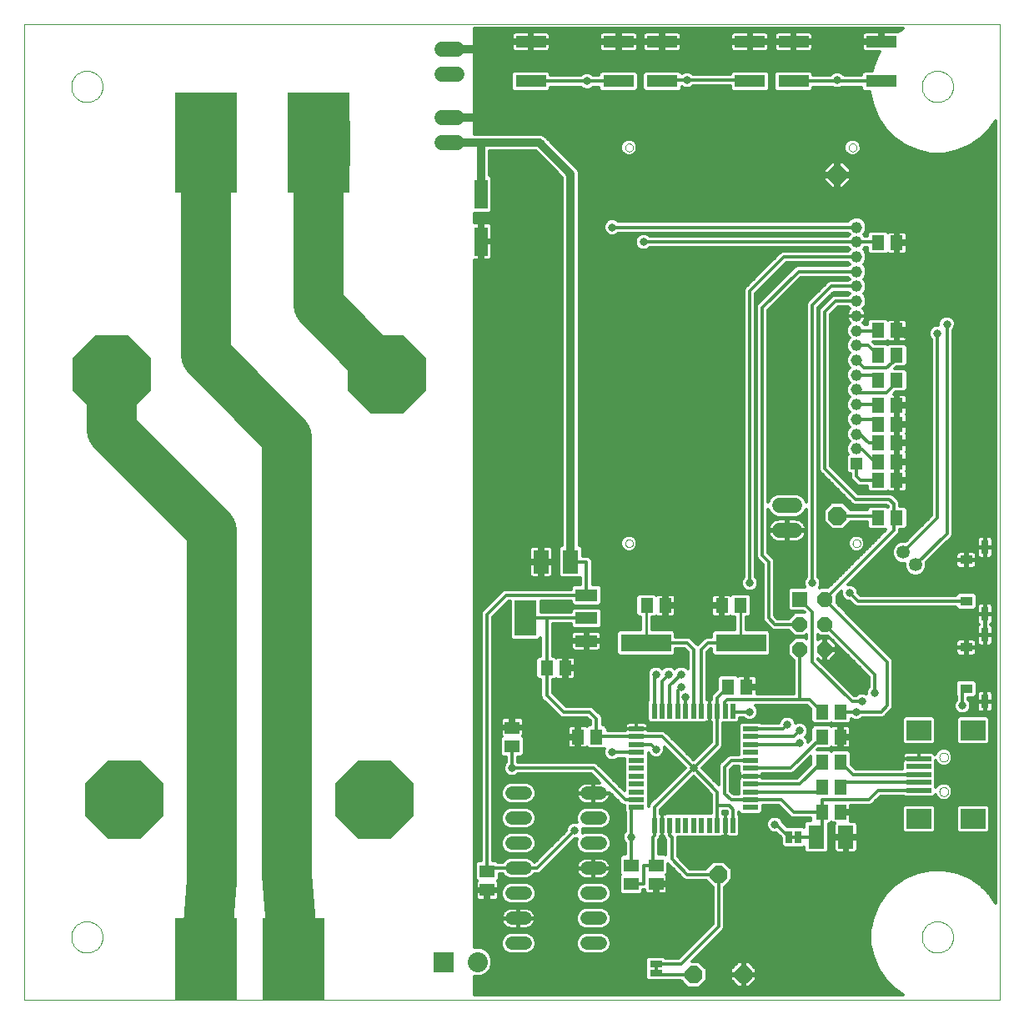
<source format=gtl>
G75*
G70*
%OFA0B0*%
%FSLAX24Y24*%
%IPPOS*%
%LPD*%
%AMOC8*
5,1,8,0,0,1.08239X$1,22.5*
%
%ADD10C,0.0000*%
%ADD11R,0.2500X0.3250*%
%ADD12OC8,0.3125*%
%ADD13R,0.0591X0.0197*%
%ADD14R,0.0197X0.0591*%
%ADD15OC8,0.1502*%
%ADD16R,0.2500X0.4000*%
%ADD17R,0.0984X0.0197*%
%ADD18R,0.0984X0.0787*%
%ADD19R,0.0512X0.0591*%
%ADD20R,0.0630X0.0945*%
%ADD21R,0.0591X0.0512*%
%ADD22R,0.2000X0.0700*%
%ADD23OC8,0.0700*%
%ADD24C,0.0600*%
%ADD25R,0.0551X0.1181*%
%ADD26C,0.0520*%
%ADD27R,0.0600X0.0600*%
%ADD28OC8,0.0600*%
%ADD29R,0.0456X0.0456*%
%ADD30C,0.0456*%
%ADD31OC8,0.0738*%
%ADD32C,0.1650*%
%ADD33R,0.0250X0.0500*%
%ADD34R,0.0800X0.0800*%
%ADD35C,0.0800*%
%ADD36R,0.0880X0.0480*%
%ADD37R,0.0866X0.1417*%
%ADD38R,0.0310X0.0570*%
%ADD39R,0.0500X0.0350*%
%ADD40R,0.1220X0.0472*%
%ADD41R,0.0500X0.0250*%
%ADD42C,0.0120*%
%ADD43C,0.0317*%
%ADD44C,0.0320*%
%ADD45C,0.0100*%
%ADD46C,0.2500*%
%ADD47C,0.2000*%
%ADD48C,0.0531*%
D10*
X000504Y000161D02*
X000504Y039161D01*
X039504Y039161D01*
X039504Y000161D01*
X000504Y000161D01*
X002379Y002661D02*
X002381Y002711D01*
X002387Y002760D01*
X002397Y002809D01*
X002410Y002856D01*
X002428Y002903D01*
X002449Y002948D01*
X002473Y002991D01*
X002501Y003032D01*
X002532Y003071D01*
X002566Y003107D01*
X002603Y003141D01*
X002643Y003171D01*
X002684Y003198D01*
X002728Y003222D01*
X002773Y003242D01*
X002820Y003258D01*
X002868Y003271D01*
X002917Y003280D01*
X002967Y003285D01*
X003016Y003286D01*
X003066Y003283D01*
X003115Y003276D01*
X003164Y003265D01*
X003211Y003251D01*
X003257Y003232D01*
X003302Y003210D01*
X003345Y003185D01*
X003385Y003156D01*
X003423Y003124D01*
X003459Y003090D01*
X003492Y003052D01*
X003521Y003012D01*
X003547Y002970D01*
X003570Y002926D01*
X003589Y002880D01*
X003605Y002833D01*
X003617Y002784D01*
X003625Y002735D01*
X003629Y002686D01*
X003629Y002636D01*
X003625Y002587D01*
X003617Y002538D01*
X003605Y002489D01*
X003589Y002442D01*
X003570Y002396D01*
X003547Y002352D01*
X003521Y002310D01*
X003492Y002270D01*
X003459Y002232D01*
X003423Y002198D01*
X003385Y002166D01*
X003345Y002137D01*
X003302Y002112D01*
X003257Y002090D01*
X003211Y002071D01*
X003164Y002057D01*
X003115Y002046D01*
X003066Y002039D01*
X003016Y002036D01*
X002967Y002037D01*
X002917Y002042D01*
X002868Y002051D01*
X002820Y002064D01*
X002773Y002080D01*
X002728Y002100D01*
X002684Y002124D01*
X002643Y002151D01*
X002603Y002181D01*
X002566Y002215D01*
X002532Y002251D01*
X002501Y002290D01*
X002473Y002331D01*
X002449Y002374D01*
X002428Y002419D01*
X002410Y002466D01*
X002397Y002513D01*
X002387Y002562D01*
X002381Y002611D01*
X002379Y002661D01*
X004406Y006911D02*
X004408Y006930D01*
X004413Y006949D01*
X004423Y006965D01*
X004435Y006980D01*
X004450Y006992D01*
X004466Y007002D01*
X004485Y007007D01*
X004504Y007009D01*
X004523Y007007D01*
X004542Y007002D01*
X004558Y006992D01*
X004573Y006980D01*
X004585Y006965D01*
X004595Y006949D01*
X004600Y006930D01*
X004602Y006911D01*
X004600Y006892D01*
X004595Y006873D01*
X004585Y006857D01*
X004573Y006842D01*
X004558Y006830D01*
X004542Y006820D01*
X004523Y006815D01*
X004504Y006813D01*
X004485Y006815D01*
X004466Y006820D01*
X004450Y006830D01*
X004435Y006842D01*
X004423Y006857D01*
X004413Y006873D01*
X004408Y006892D01*
X004406Y006911D01*
X003531Y007286D02*
X003533Y007305D01*
X003538Y007324D01*
X003548Y007340D01*
X003560Y007355D01*
X003575Y007367D01*
X003591Y007377D01*
X003610Y007382D01*
X003629Y007384D01*
X003648Y007382D01*
X003667Y007377D01*
X003683Y007367D01*
X003698Y007355D01*
X003710Y007340D01*
X003720Y007324D01*
X003725Y007305D01*
X003727Y007286D01*
X003725Y007267D01*
X003720Y007248D01*
X003710Y007232D01*
X003698Y007217D01*
X003683Y007205D01*
X003667Y007195D01*
X003648Y007190D01*
X003629Y007188D01*
X003610Y007190D01*
X003591Y007195D01*
X003575Y007205D01*
X003560Y007217D01*
X003548Y007232D01*
X003538Y007248D01*
X003533Y007267D01*
X003531Y007286D01*
X003156Y008161D02*
X003158Y008180D01*
X003163Y008199D01*
X003173Y008215D01*
X003185Y008230D01*
X003200Y008242D01*
X003216Y008252D01*
X003235Y008257D01*
X003254Y008259D01*
X003273Y008257D01*
X003292Y008252D01*
X003308Y008242D01*
X003323Y008230D01*
X003335Y008215D01*
X003345Y008199D01*
X003350Y008180D01*
X003352Y008161D01*
X003350Y008142D01*
X003345Y008123D01*
X003335Y008107D01*
X003323Y008092D01*
X003308Y008080D01*
X003292Y008070D01*
X003273Y008065D01*
X003254Y008063D01*
X003235Y008065D01*
X003216Y008070D01*
X003200Y008080D01*
X003185Y008092D01*
X003173Y008107D01*
X003163Y008123D01*
X003158Y008142D01*
X003156Y008161D01*
X003531Y009036D02*
X003533Y009055D01*
X003538Y009074D01*
X003548Y009090D01*
X003560Y009105D01*
X003575Y009117D01*
X003591Y009127D01*
X003610Y009132D01*
X003629Y009134D01*
X003648Y009132D01*
X003667Y009127D01*
X003683Y009117D01*
X003698Y009105D01*
X003710Y009090D01*
X003720Y009074D01*
X003725Y009055D01*
X003727Y009036D01*
X003725Y009017D01*
X003720Y008998D01*
X003710Y008982D01*
X003698Y008967D01*
X003683Y008955D01*
X003667Y008945D01*
X003648Y008940D01*
X003629Y008938D01*
X003610Y008940D01*
X003591Y008945D01*
X003575Y008955D01*
X003560Y008967D01*
X003548Y008982D01*
X003538Y008998D01*
X003533Y009017D01*
X003531Y009036D01*
X004406Y009411D02*
X004408Y009430D01*
X004413Y009449D01*
X004423Y009465D01*
X004435Y009480D01*
X004450Y009492D01*
X004466Y009502D01*
X004485Y009507D01*
X004504Y009509D01*
X004523Y009507D01*
X004542Y009502D01*
X004558Y009492D01*
X004573Y009480D01*
X004585Y009465D01*
X004595Y009449D01*
X004600Y009430D01*
X004602Y009411D01*
X004600Y009392D01*
X004595Y009373D01*
X004585Y009357D01*
X004573Y009342D01*
X004558Y009330D01*
X004542Y009320D01*
X004523Y009315D01*
X004504Y009313D01*
X004485Y009315D01*
X004466Y009320D01*
X004450Y009330D01*
X004435Y009342D01*
X004423Y009357D01*
X004413Y009373D01*
X004408Y009392D01*
X004406Y009411D01*
X005281Y009036D02*
X005283Y009055D01*
X005288Y009074D01*
X005298Y009090D01*
X005310Y009105D01*
X005325Y009117D01*
X005341Y009127D01*
X005360Y009132D01*
X005379Y009134D01*
X005398Y009132D01*
X005417Y009127D01*
X005433Y009117D01*
X005448Y009105D01*
X005460Y009090D01*
X005470Y009074D01*
X005475Y009055D01*
X005477Y009036D01*
X005475Y009017D01*
X005470Y008998D01*
X005460Y008982D01*
X005448Y008967D01*
X005433Y008955D01*
X005417Y008945D01*
X005398Y008940D01*
X005379Y008938D01*
X005360Y008940D01*
X005341Y008945D01*
X005325Y008955D01*
X005310Y008967D01*
X005298Y008982D01*
X005288Y008998D01*
X005283Y009017D01*
X005281Y009036D01*
X005656Y008161D02*
X005658Y008180D01*
X005663Y008199D01*
X005673Y008215D01*
X005685Y008230D01*
X005700Y008242D01*
X005716Y008252D01*
X005735Y008257D01*
X005754Y008259D01*
X005773Y008257D01*
X005792Y008252D01*
X005808Y008242D01*
X005823Y008230D01*
X005835Y008215D01*
X005845Y008199D01*
X005850Y008180D01*
X005852Y008161D01*
X005850Y008142D01*
X005845Y008123D01*
X005835Y008107D01*
X005823Y008092D01*
X005808Y008080D01*
X005792Y008070D01*
X005773Y008065D01*
X005754Y008063D01*
X005735Y008065D01*
X005716Y008070D01*
X005700Y008080D01*
X005685Y008092D01*
X005673Y008107D01*
X005663Y008123D01*
X005658Y008142D01*
X005656Y008161D01*
X005281Y007286D02*
X005283Y007305D01*
X005288Y007324D01*
X005298Y007340D01*
X005310Y007355D01*
X005325Y007367D01*
X005341Y007377D01*
X005360Y007382D01*
X005379Y007384D01*
X005398Y007382D01*
X005417Y007377D01*
X005433Y007367D01*
X005448Y007355D01*
X005460Y007340D01*
X005470Y007324D01*
X005475Y007305D01*
X005477Y007286D01*
X005475Y007267D01*
X005470Y007248D01*
X005460Y007232D01*
X005448Y007217D01*
X005433Y007205D01*
X005417Y007195D01*
X005398Y007190D01*
X005379Y007188D01*
X005360Y007190D01*
X005341Y007195D01*
X005325Y007205D01*
X005310Y007217D01*
X005298Y007232D01*
X005288Y007248D01*
X005283Y007267D01*
X005281Y007286D01*
X007156Y003161D02*
X007158Y003180D01*
X007163Y003199D01*
X007173Y003215D01*
X007185Y003230D01*
X007200Y003242D01*
X007216Y003252D01*
X007235Y003257D01*
X007254Y003259D01*
X007273Y003257D01*
X007292Y003252D01*
X007308Y003242D01*
X007323Y003230D01*
X007335Y003215D01*
X007345Y003199D01*
X007350Y003180D01*
X007352Y003161D01*
X007350Y003142D01*
X007345Y003123D01*
X007335Y003107D01*
X007323Y003092D01*
X007308Y003080D01*
X007292Y003070D01*
X007273Y003065D01*
X007254Y003063D01*
X007235Y003065D01*
X007216Y003070D01*
X007200Y003080D01*
X007185Y003092D01*
X007173Y003107D01*
X007163Y003123D01*
X007158Y003142D01*
X007156Y003161D01*
X007656Y003161D02*
X007658Y003180D01*
X007663Y003199D01*
X007673Y003215D01*
X007685Y003230D01*
X007700Y003242D01*
X007716Y003252D01*
X007735Y003257D01*
X007754Y003259D01*
X007773Y003257D01*
X007792Y003252D01*
X007808Y003242D01*
X007823Y003230D01*
X007835Y003215D01*
X007845Y003199D01*
X007850Y003180D01*
X007852Y003161D01*
X007850Y003142D01*
X007845Y003123D01*
X007835Y003107D01*
X007823Y003092D01*
X007808Y003080D01*
X007792Y003070D01*
X007773Y003065D01*
X007754Y003063D01*
X007735Y003065D01*
X007716Y003070D01*
X007700Y003080D01*
X007685Y003092D01*
X007673Y003107D01*
X007663Y003123D01*
X007658Y003142D01*
X007656Y003161D01*
X008156Y003161D02*
X008158Y003180D01*
X008163Y003199D01*
X008173Y003215D01*
X008185Y003230D01*
X008200Y003242D01*
X008216Y003252D01*
X008235Y003257D01*
X008254Y003259D01*
X008273Y003257D01*
X008292Y003252D01*
X008308Y003242D01*
X008323Y003230D01*
X008335Y003215D01*
X008345Y003199D01*
X008350Y003180D01*
X008352Y003161D01*
X008350Y003142D01*
X008345Y003123D01*
X008335Y003107D01*
X008323Y003092D01*
X008308Y003080D01*
X008292Y003070D01*
X008273Y003065D01*
X008254Y003063D01*
X008235Y003065D01*
X008216Y003070D01*
X008200Y003080D01*
X008185Y003092D01*
X008173Y003107D01*
X008163Y003123D01*
X008158Y003142D01*
X008156Y003161D01*
X008656Y001911D02*
X008658Y001930D01*
X008663Y001949D01*
X008673Y001965D01*
X008685Y001980D01*
X008700Y001992D01*
X008716Y002002D01*
X008735Y002007D01*
X008754Y002009D01*
X008773Y002007D01*
X008792Y002002D01*
X008808Y001992D01*
X008823Y001980D01*
X008835Y001965D01*
X008845Y001949D01*
X008850Y001930D01*
X008852Y001911D01*
X008850Y001892D01*
X008845Y001873D01*
X008835Y001857D01*
X008823Y001842D01*
X008808Y001830D01*
X008792Y001820D01*
X008773Y001815D01*
X008754Y001813D01*
X008735Y001815D01*
X008716Y001820D01*
X008700Y001830D01*
X008685Y001842D01*
X008673Y001857D01*
X008663Y001873D01*
X008658Y001892D01*
X008656Y001911D01*
X008156Y000661D02*
X008158Y000680D01*
X008163Y000699D01*
X008173Y000715D01*
X008185Y000730D01*
X008200Y000742D01*
X008216Y000752D01*
X008235Y000757D01*
X008254Y000759D01*
X008273Y000757D01*
X008292Y000752D01*
X008308Y000742D01*
X008323Y000730D01*
X008335Y000715D01*
X008345Y000699D01*
X008350Y000680D01*
X008352Y000661D01*
X008350Y000642D01*
X008345Y000623D01*
X008335Y000607D01*
X008323Y000592D01*
X008308Y000580D01*
X008292Y000570D01*
X008273Y000565D01*
X008254Y000563D01*
X008235Y000565D01*
X008216Y000570D01*
X008200Y000580D01*
X008185Y000592D01*
X008173Y000607D01*
X008163Y000623D01*
X008158Y000642D01*
X008156Y000661D01*
X007656Y000661D02*
X007658Y000680D01*
X007663Y000699D01*
X007673Y000715D01*
X007685Y000730D01*
X007700Y000742D01*
X007716Y000752D01*
X007735Y000757D01*
X007754Y000759D01*
X007773Y000757D01*
X007792Y000752D01*
X007808Y000742D01*
X007823Y000730D01*
X007835Y000715D01*
X007845Y000699D01*
X007850Y000680D01*
X007852Y000661D01*
X007850Y000642D01*
X007845Y000623D01*
X007835Y000607D01*
X007823Y000592D01*
X007808Y000580D01*
X007792Y000570D01*
X007773Y000565D01*
X007754Y000563D01*
X007735Y000565D01*
X007716Y000570D01*
X007700Y000580D01*
X007685Y000592D01*
X007673Y000607D01*
X007663Y000623D01*
X007658Y000642D01*
X007656Y000661D01*
X007156Y000661D02*
X007158Y000680D01*
X007163Y000699D01*
X007173Y000715D01*
X007185Y000730D01*
X007200Y000742D01*
X007216Y000752D01*
X007235Y000757D01*
X007254Y000759D01*
X007273Y000757D01*
X007292Y000752D01*
X007308Y000742D01*
X007323Y000730D01*
X007335Y000715D01*
X007345Y000699D01*
X007350Y000680D01*
X007352Y000661D01*
X007350Y000642D01*
X007345Y000623D01*
X007335Y000607D01*
X007323Y000592D01*
X007308Y000580D01*
X007292Y000570D01*
X007273Y000565D01*
X007254Y000563D01*
X007235Y000565D01*
X007216Y000570D01*
X007200Y000580D01*
X007185Y000592D01*
X007173Y000607D01*
X007163Y000623D01*
X007158Y000642D01*
X007156Y000661D01*
X006656Y001911D02*
X006658Y001930D01*
X006663Y001949D01*
X006673Y001965D01*
X006685Y001980D01*
X006700Y001992D01*
X006716Y002002D01*
X006735Y002007D01*
X006754Y002009D01*
X006773Y002007D01*
X006792Y002002D01*
X006808Y001992D01*
X006823Y001980D01*
X006835Y001965D01*
X006845Y001949D01*
X006850Y001930D01*
X006852Y001911D01*
X006850Y001892D01*
X006845Y001873D01*
X006835Y001857D01*
X006823Y001842D01*
X006808Y001830D01*
X006792Y001820D01*
X006773Y001815D01*
X006754Y001813D01*
X006735Y001815D01*
X006716Y001820D01*
X006700Y001830D01*
X006685Y001842D01*
X006673Y001857D01*
X006663Y001873D01*
X006658Y001892D01*
X006656Y001911D01*
X010156Y001911D02*
X010158Y001930D01*
X010163Y001949D01*
X010173Y001965D01*
X010185Y001980D01*
X010200Y001992D01*
X010216Y002002D01*
X010235Y002007D01*
X010254Y002009D01*
X010273Y002007D01*
X010292Y002002D01*
X010308Y001992D01*
X010323Y001980D01*
X010335Y001965D01*
X010345Y001949D01*
X010350Y001930D01*
X010352Y001911D01*
X010350Y001892D01*
X010345Y001873D01*
X010335Y001857D01*
X010323Y001842D01*
X010308Y001830D01*
X010292Y001820D01*
X010273Y001815D01*
X010254Y001813D01*
X010235Y001815D01*
X010216Y001820D01*
X010200Y001830D01*
X010185Y001842D01*
X010173Y001857D01*
X010163Y001873D01*
X010158Y001892D01*
X010156Y001911D01*
X010656Y000661D02*
X010658Y000680D01*
X010663Y000699D01*
X010673Y000715D01*
X010685Y000730D01*
X010700Y000742D01*
X010716Y000752D01*
X010735Y000757D01*
X010754Y000759D01*
X010773Y000757D01*
X010792Y000752D01*
X010808Y000742D01*
X010823Y000730D01*
X010835Y000715D01*
X010845Y000699D01*
X010850Y000680D01*
X010852Y000661D01*
X010850Y000642D01*
X010845Y000623D01*
X010835Y000607D01*
X010823Y000592D01*
X010808Y000580D01*
X010792Y000570D01*
X010773Y000565D01*
X010754Y000563D01*
X010735Y000565D01*
X010716Y000570D01*
X010700Y000580D01*
X010685Y000592D01*
X010673Y000607D01*
X010663Y000623D01*
X010658Y000642D01*
X010656Y000661D01*
X011156Y000661D02*
X011158Y000680D01*
X011163Y000699D01*
X011173Y000715D01*
X011185Y000730D01*
X011200Y000742D01*
X011216Y000752D01*
X011235Y000757D01*
X011254Y000759D01*
X011273Y000757D01*
X011292Y000752D01*
X011308Y000742D01*
X011323Y000730D01*
X011335Y000715D01*
X011345Y000699D01*
X011350Y000680D01*
X011352Y000661D01*
X011350Y000642D01*
X011345Y000623D01*
X011335Y000607D01*
X011323Y000592D01*
X011308Y000580D01*
X011292Y000570D01*
X011273Y000565D01*
X011254Y000563D01*
X011235Y000565D01*
X011216Y000570D01*
X011200Y000580D01*
X011185Y000592D01*
X011173Y000607D01*
X011163Y000623D01*
X011158Y000642D01*
X011156Y000661D01*
X011656Y000661D02*
X011658Y000680D01*
X011663Y000699D01*
X011673Y000715D01*
X011685Y000730D01*
X011700Y000742D01*
X011716Y000752D01*
X011735Y000757D01*
X011754Y000759D01*
X011773Y000757D01*
X011792Y000752D01*
X011808Y000742D01*
X011823Y000730D01*
X011835Y000715D01*
X011845Y000699D01*
X011850Y000680D01*
X011852Y000661D01*
X011850Y000642D01*
X011845Y000623D01*
X011835Y000607D01*
X011823Y000592D01*
X011808Y000580D01*
X011792Y000570D01*
X011773Y000565D01*
X011754Y000563D01*
X011735Y000565D01*
X011716Y000570D01*
X011700Y000580D01*
X011685Y000592D01*
X011673Y000607D01*
X011663Y000623D01*
X011658Y000642D01*
X011656Y000661D01*
X012156Y001911D02*
X012158Y001930D01*
X012163Y001949D01*
X012173Y001965D01*
X012185Y001980D01*
X012200Y001992D01*
X012216Y002002D01*
X012235Y002007D01*
X012254Y002009D01*
X012273Y002007D01*
X012292Y002002D01*
X012308Y001992D01*
X012323Y001980D01*
X012335Y001965D01*
X012345Y001949D01*
X012350Y001930D01*
X012352Y001911D01*
X012350Y001892D01*
X012345Y001873D01*
X012335Y001857D01*
X012323Y001842D01*
X012308Y001830D01*
X012292Y001820D01*
X012273Y001815D01*
X012254Y001813D01*
X012235Y001815D01*
X012216Y001820D01*
X012200Y001830D01*
X012185Y001842D01*
X012173Y001857D01*
X012163Y001873D01*
X012158Y001892D01*
X012156Y001911D01*
X011656Y003161D02*
X011658Y003180D01*
X011663Y003199D01*
X011673Y003215D01*
X011685Y003230D01*
X011700Y003242D01*
X011716Y003252D01*
X011735Y003257D01*
X011754Y003259D01*
X011773Y003257D01*
X011792Y003252D01*
X011808Y003242D01*
X011823Y003230D01*
X011835Y003215D01*
X011845Y003199D01*
X011850Y003180D01*
X011852Y003161D01*
X011850Y003142D01*
X011845Y003123D01*
X011835Y003107D01*
X011823Y003092D01*
X011808Y003080D01*
X011792Y003070D01*
X011773Y003065D01*
X011754Y003063D01*
X011735Y003065D01*
X011716Y003070D01*
X011700Y003080D01*
X011685Y003092D01*
X011673Y003107D01*
X011663Y003123D01*
X011658Y003142D01*
X011656Y003161D01*
X011156Y003161D02*
X011158Y003180D01*
X011163Y003199D01*
X011173Y003215D01*
X011185Y003230D01*
X011200Y003242D01*
X011216Y003252D01*
X011235Y003257D01*
X011254Y003259D01*
X011273Y003257D01*
X011292Y003252D01*
X011308Y003242D01*
X011323Y003230D01*
X011335Y003215D01*
X011345Y003199D01*
X011350Y003180D01*
X011352Y003161D01*
X011350Y003142D01*
X011345Y003123D01*
X011335Y003107D01*
X011323Y003092D01*
X011308Y003080D01*
X011292Y003070D01*
X011273Y003065D01*
X011254Y003063D01*
X011235Y003065D01*
X011216Y003070D01*
X011200Y003080D01*
X011185Y003092D01*
X011173Y003107D01*
X011163Y003123D01*
X011158Y003142D01*
X011156Y003161D01*
X010656Y003161D02*
X010658Y003180D01*
X010663Y003199D01*
X010673Y003215D01*
X010685Y003230D01*
X010700Y003242D01*
X010716Y003252D01*
X010735Y003257D01*
X010754Y003259D01*
X010773Y003257D01*
X010792Y003252D01*
X010808Y003242D01*
X010823Y003230D01*
X010835Y003215D01*
X010845Y003199D01*
X010850Y003180D01*
X010852Y003161D01*
X010850Y003142D01*
X010845Y003123D01*
X010835Y003107D01*
X010823Y003092D01*
X010808Y003080D01*
X010792Y003070D01*
X010773Y003065D01*
X010754Y003063D01*
X010735Y003065D01*
X010716Y003070D01*
X010700Y003080D01*
X010685Y003092D01*
X010673Y003107D01*
X010663Y003123D01*
X010658Y003142D01*
X010656Y003161D01*
X013531Y007286D02*
X013533Y007305D01*
X013538Y007324D01*
X013548Y007340D01*
X013560Y007355D01*
X013575Y007367D01*
X013591Y007377D01*
X013610Y007382D01*
X013629Y007384D01*
X013648Y007382D01*
X013667Y007377D01*
X013683Y007367D01*
X013698Y007355D01*
X013710Y007340D01*
X013720Y007324D01*
X013725Y007305D01*
X013727Y007286D01*
X013725Y007267D01*
X013720Y007248D01*
X013710Y007232D01*
X013698Y007217D01*
X013683Y007205D01*
X013667Y007195D01*
X013648Y007190D01*
X013629Y007188D01*
X013610Y007190D01*
X013591Y007195D01*
X013575Y007205D01*
X013560Y007217D01*
X013548Y007232D01*
X013538Y007248D01*
X013533Y007267D01*
X013531Y007286D01*
X013156Y008161D02*
X013158Y008180D01*
X013163Y008199D01*
X013173Y008215D01*
X013185Y008230D01*
X013200Y008242D01*
X013216Y008252D01*
X013235Y008257D01*
X013254Y008259D01*
X013273Y008257D01*
X013292Y008252D01*
X013308Y008242D01*
X013323Y008230D01*
X013335Y008215D01*
X013345Y008199D01*
X013350Y008180D01*
X013352Y008161D01*
X013350Y008142D01*
X013345Y008123D01*
X013335Y008107D01*
X013323Y008092D01*
X013308Y008080D01*
X013292Y008070D01*
X013273Y008065D01*
X013254Y008063D01*
X013235Y008065D01*
X013216Y008070D01*
X013200Y008080D01*
X013185Y008092D01*
X013173Y008107D01*
X013163Y008123D01*
X013158Y008142D01*
X013156Y008161D01*
X013531Y009036D02*
X013533Y009055D01*
X013538Y009074D01*
X013548Y009090D01*
X013560Y009105D01*
X013575Y009117D01*
X013591Y009127D01*
X013610Y009132D01*
X013629Y009134D01*
X013648Y009132D01*
X013667Y009127D01*
X013683Y009117D01*
X013698Y009105D01*
X013710Y009090D01*
X013720Y009074D01*
X013725Y009055D01*
X013727Y009036D01*
X013725Y009017D01*
X013720Y008998D01*
X013710Y008982D01*
X013698Y008967D01*
X013683Y008955D01*
X013667Y008945D01*
X013648Y008940D01*
X013629Y008938D01*
X013610Y008940D01*
X013591Y008945D01*
X013575Y008955D01*
X013560Y008967D01*
X013548Y008982D01*
X013538Y008998D01*
X013533Y009017D01*
X013531Y009036D01*
X014406Y009411D02*
X014408Y009430D01*
X014413Y009449D01*
X014423Y009465D01*
X014435Y009480D01*
X014450Y009492D01*
X014466Y009502D01*
X014485Y009507D01*
X014504Y009509D01*
X014523Y009507D01*
X014542Y009502D01*
X014558Y009492D01*
X014573Y009480D01*
X014585Y009465D01*
X014595Y009449D01*
X014600Y009430D01*
X014602Y009411D01*
X014600Y009392D01*
X014595Y009373D01*
X014585Y009357D01*
X014573Y009342D01*
X014558Y009330D01*
X014542Y009320D01*
X014523Y009315D01*
X014504Y009313D01*
X014485Y009315D01*
X014466Y009320D01*
X014450Y009330D01*
X014435Y009342D01*
X014423Y009357D01*
X014413Y009373D01*
X014408Y009392D01*
X014406Y009411D01*
X015281Y009036D02*
X015283Y009055D01*
X015288Y009074D01*
X015298Y009090D01*
X015310Y009105D01*
X015325Y009117D01*
X015341Y009127D01*
X015360Y009132D01*
X015379Y009134D01*
X015398Y009132D01*
X015417Y009127D01*
X015433Y009117D01*
X015448Y009105D01*
X015460Y009090D01*
X015470Y009074D01*
X015475Y009055D01*
X015477Y009036D01*
X015475Y009017D01*
X015470Y008998D01*
X015460Y008982D01*
X015448Y008967D01*
X015433Y008955D01*
X015417Y008945D01*
X015398Y008940D01*
X015379Y008938D01*
X015360Y008940D01*
X015341Y008945D01*
X015325Y008955D01*
X015310Y008967D01*
X015298Y008982D01*
X015288Y008998D01*
X015283Y009017D01*
X015281Y009036D01*
X015656Y008161D02*
X015658Y008180D01*
X015663Y008199D01*
X015673Y008215D01*
X015685Y008230D01*
X015700Y008242D01*
X015716Y008252D01*
X015735Y008257D01*
X015754Y008259D01*
X015773Y008257D01*
X015792Y008252D01*
X015808Y008242D01*
X015823Y008230D01*
X015835Y008215D01*
X015845Y008199D01*
X015850Y008180D01*
X015852Y008161D01*
X015850Y008142D01*
X015845Y008123D01*
X015835Y008107D01*
X015823Y008092D01*
X015808Y008080D01*
X015792Y008070D01*
X015773Y008065D01*
X015754Y008063D01*
X015735Y008065D01*
X015716Y008070D01*
X015700Y008080D01*
X015685Y008092D01*
X015673Y008107D01*
X015663Y008123D01*
X015658Y008142D01*
X015656Y008161D01*
X015281Y007286D02*
X015283Y007305D01*
X015288Y007324D01*
X015298Y007340D01*
X015310Y007355D01*
X015325Y007367D01*
X015341Y007377D01*
X015360Y007382D01*
X015379Y007384D01*
X015398Y007382D01*
X015417Y007377D01*
X015433Y007367D01*
X015448Y007355D01*
X015460Y007340D01*
X015470Y007324D01*
X015475Y007305D01*
X015477Y007286D01*
X015475Y007267D01*
X015470Y007248D01*
X015460Y007232D01*
X015448Y007217D01*
X015433Y007205D01*
X015417Y007195D01*
X015398Y007190D01*
X015379Y007188D01*
X015360Y007190D01*
X015341Y007195D01*
X015325Y007205D01*
X015310Y007217D01*
X015298Y007232D01*
X015288Y007248D01*
X015283Y007267D01*
X015281Y007286D01*
X014406Y006911D02*
X014408Y006930D01*
X014413Y006949D01*
X014423Y006965D01*
X014435Y006980D01*
X014450Y006992D01*
X014466Y007002D01*
X014485Y007007D01*
X014504Y007009D01*
X014523Y007007D01*
X014542Y007002D01*
X014558Y006992D01*
X014573Y006980D01*
X014585Y006965D01*
X014595Y006949D01*
X014600Y006930D01*
X014602Y006911D01*
X014600Y006892D01*
X014595Y006873D01*
X014585Y006857D01*
X014573Y006842D01*
X014558Y006830D01*
X014542Y006820D01*
X014523Y006815D01*
X014504Y006813D01*
X014485Y006815D01*
X014466Y006820D01*
X014450Y006830D01*
X014435Y006842D01*
X014423Y006857D01*
X014413Y006873D01*
X014408Y006892D01*
X014406Y006911D01*
X024516Y018397D02*
X024518Y018422D01*
X024524Y018446D01*
X024533Y018468D01*
X024546Y018489D01*
X024562Y018508D01*
X024581Y018524D01*
X024602Y018537D01*
X024624Y018546D01*
X024648Y018552D01*
X024673Y018554D01*
X024698Y018552D01*
X024722Y018546D01*
X024744Y018537D01*
X024765Y018524D01*
X024784Y018508D01*
X024800Y018489D01*
X024813Y018468D01*
X024822Y018446D01*
X024828Y018422D01*
X024830Y018397D01*
X024828Y018372D01*
X024822Y018348D01*
X024813Y018326D01*
X024800Y018305D01*
X024784Y018286D01*
X024765Y018270D01*
X024744Y018257D01*
X024722Y018248D01*
X024698Y018242D01*
X024673Y018240D01*
X024648Y018242D01*
X024624Y018248D01*
X024602Y018257D01*
X024581Y018270D01*
X024562Y018286D01*
X024546Y018305D01*
X024533Y018326D01*
X024524Y018348D01*
X024518Y018372D01*
X024516Y018397D01*
X016156Y025161D02*
X016158Y025180D01*
X016163Y025199D01*
X016173Y025215D01*
X016185Y025230D01*
X016200Y025242D01*
X016216Y025252D01*
X016235Y025257D01*
X016254Y025259D01*
X016273Y025257D01*
X016292Y025252D01*
X016308Y025242D01*
X016323Y025230D01*
X016335Y025215D01*
X016345Y025199D01*
X016350Y025180D01*
X016352Y025161D01*
X016350Y025142D01*
X016345Y025123D01*
X016335Y025107D01*
X016323Y025092D01*
X016308Y025080D01*
X016292Y025070D01*
X016273Y025065D01*
X016254Y025063D01*
X016235Y025065D01*
X016216Y025070D01*
X016200Y025080D01*
X016185Y025092D01*
X016173Y025107D01*
X016163Y025123D01*
X016158Y025142D01*
X016156Y025161D01*
X015781Y024286D02*
X015783Y024305D01*
X015788Y024324D01*
X015798Y024340D01*
X015810Y024355D01*
X015825Y024367D01*
X015841Y024377D01*
X015860Y024382D01*
X015879Y024384D01*
X015898Y024382D01*
X015917Y024377D01*
X015933Y024367D01*
X015948Y024355D01*
X015960Y024340D01*
X015970Y024324D01*
X015975Y024305D01*
X015977Y024286D01*
X015975Y024267D01*
X015970Y024248D01*
X015960Y024232D01*
X015948Y024217D01*
X015933Y024205D01*
X015917Y024195D01*
X015898Y024190D01*
X015879Y024188D01*
X015860Y024190D01*
X015841Y024195D01*
X015825Y024205D01*
X015810Y024217D01*
X015798Y024232D01*
X015788Y024248D01*
X015783Y024267D01*
X015781Y024286D01*
X014906Y023911D02*
X014908Y023930D01*
X014913Y023949D01*
X014923Y023965D01*
X014935Y023980D01*
X014950Y023992D01*
X014966Y024002D01*
X014985Y024007D01*
X015004Y024009D01*
X015023Y024007D01*
X015042Y024002D01*
X015058Y023992D01*
X015073Y023980D01*
X015085Y023965D01*
X015095Y023949D01*
X015100Y023930D01*
X015102Y023911D01*
X015100Y023892D01*
X015095Y023873D01*
X015085Y023857D01*
X015073Y023842D01*
X015058Y023830D01*
X015042Y023820D01*
X015023Y023815D01*
X015004Y023813D01*
X014985Y023815D01*
X014966Y023820D01*
X014950Y023830D01*
X014935Y023842D01*
X014923Y023857D01*
X014913Y023873D01*
X014908Y023892D01*
X014906Y023911D01*
X014031Y024286D02*
X014033Y024305D01*
X014038Y024324D01*
X014048Y024340D01*
X014060Y024355D01*
X014075Y024367D01*
X014091Y024377D01*
X014110Y024382D01*
X014129Y024384D01*
X014148Y024382D01*
X014167Y024377D01*
X014183Y024367D01*
X014198Y024355D01*
X014210Y024340D01*
X014220Y024324D01*
X014225Y024305D01*
X014227Y024286D01*
X014225Y024267D01*
X014220Y024248D01*
X014210Y024232D01*
X014198Y024217D01*
X014183Y024205D01*
X014167Y024195D01*
X014148Y024190D01*
X014129Y024188D01*
X014110Y024190D01*
X014091Y024195D01*
X014075Y024205D01*
X014060Y024217D01*
X014048Y024232D01*
X014038Y024248D01*
X014033Y024267D01*
X014031Y024286D01*
X013656Y025161D02*
X013658Y025180D01*
X013663Y025199D01*
X013673Y025215D01*
X013685Y025230D01*
X013700Y025242D01*
X013716Y025252D01*
X013735Y025257D01*
X013754Y025259D01*
X013773Y025257D01*
X013792Y025252D01*
X013808Y025242D01*
X013823Y025230D01*
X013835Y025215D01*
X013845Y025199D01*
X013850Y025180D01*
X013852Y025161D01*
X013850Y025142D01*
X013845Y025123D01*
X013835Y025107D01*
X013823Y025092D01*
X013808Y025080D01*
X013792Y025070D01*
X013773Y025065D01*
X013754Y025063D01*
X013735Y025065D01*
X013716Y025070D01*
X013700Y025080D01*
X013685Y025092D01*
X013673Y025107D01*
X013663Y025123D01*
X013658Y025142D01*
X013656Y025161D01*
X014031Y026036D02*
X014033Y026055D01*
X014038Y026074D01*
X014048Y026090D01*
X014060Y026105D01*
X014075Y026117D01*
X014091Y026127D01*
X014110Y026132D01*
X014129Y026134D01*
X014148Y026132D01*
X014167Y026127D01*
X014183Y026117D01*
X014198Y026105D01*
X014210Y026090D01*
X014220Y026074D01*
X014225Y026055D01*
X014227Y026036D01*
X014225Y026017D01*
X014220Y025998D01*
X014210Y025982D01*
X014198Y025967D01*
X014183Y025955D01*
X014167Y025945D01*
X014148Y025940D01*
X014129Y025938D01*
X014110Y025940D01*
X014091Y025945D01*
X014075Y025955D01*
X014060Y025967D01*
X014048Y025982D01*
X014038Y025998D01*
X014033Y026017D01*
X014031Y026036D01*
X014906Y026411D02*
X014908Y026430D01*
X014913Y026449D01*
X014923Y026465D01*
X014935Y026480D01*
X014950Y026492D01*
X014966Y026502D01*
X014985Y026507D01*
X015004Y026509D01*
X015023Y026507D01*
X015042Y026502D01*
X015058Y026492D01*
X015073Y026480D01*
X015085Y026465D01*
X015095Y026449D01*
X015100Y026430D01*
X015102Y026411D01*
X015100Y026392D01*
X015095Y026373D01*
X015085Y026357D01*
X015073Y026342D01*
X015058Y026330D01*
X015042Y026320D01*
X015023Y026315D01*
X015004Y026313D01*
X014985Y026315D01*
X014966Y026320D01*
X014950Y026330D01*
X014935Y026342D01*
X014923Y026357D01*
X014913Y026373D01*
X014908Y026392D01*
X014906Y026411D01*
X015781Y026036D02*
X015783Y026055D01*
X015788Y026074D01*
X015798Y026090D01*
X015810Y026105D01*
X015825Y026117D01*
X015841Y026127D01*
X015860Y026132D01*
X015879Y026134D01*
X015898Y026132D01*
X015917Y026127D01*
X015933Y026117D01*
X015948Y026105D01*
X015960Y026090D01*
X015970Y026074D01*
X015975Y026055D01*
X015977Y026036D01*
X015975Y026017D01*
X015970Y025998D01*
X015960Y025982D01*
X015948Y025967D01*
X015933Y025955D01*
X015917Y025945D01*
X015898Y025940D01*
X015879Y025938D01*
X015860Y025940D01*
X015841Y025945D01*
X015825Y025955D01*
X015810Y025967D01*
X015798Y025982D01*
X015788Y025998D01*
X015783Y026017D01*
X015781Y026036D01*
X013156Y032661D02*
X013158Y032680D01*
X013163Y032699D01*
X013173Y032715D01*
X013185Y032730D01*
X013200Y032742D01*
X013216Y032752D01*
X013235Y032757D01*
X013254Y032759D01*
X013273Y032757D01*
X013292Y032752D01*
X013308Y032742D01*
X013323Y032730D01*
X013335Y032715D01*
X013345Y032699D01*
X013350Y032680D01*
X013352Y032661D01*
X013350Y032642D01*
X013345Y032623D01*
X013335Y032607D01*
X013323Y032592D01*
X013308Y032580D01*
X013292Y032570D01*
X013273Y032565D01*
X013254Y032563D01*
X013235Y032565D01*
X013216Y032570D01*
X013200Y032580D01*
X013185Y032592D01*
X013173Y032607D01*
X013163Y032623D01*
X013158Y032642D01*
X013156Y032661D01*
X011156Y032661D02*
X011158Y032680D01*
X011163Y032699D01*
X011173Y032715D01*
X011185Y032730D01*
X011200Y032742D01*
X011216Y032752D01*
X011235Y032757D01*
X011254Y032759D01*
X011273Y032757D01*
X011292Y032752D01*
X011308Y032742D01*
X011323Y032730D01*
X011335Y032715D01*
X011345Y032699D01*
X011350Y032680D01*
X011352Y032661D01*
X011350Y032642D01*
X011345Y032623D01*
X011335Y032607D01*
X011323Y032592D01*
X011308Y032580D01*
X011292Y032570D01*
X011273Y032565D01*
X011254Y032563D01*
X011235Y032565D01*
X011216Y032570D01*
X011200Y032580D01*
X011185Y032592D01*
X011173Y032607D01*
X011163Y032623D01*
X011158Y032642D01*
X011156Y032661D01*
X008656Y032661D02*
X008658Y032680D01*
X008663Y032699D01*
X008673Y032715D01*
X008685Y032730D01*
X008700Y032742D01*
X008716Y032752D01*
X008735Y032757D01*
X008754Y032759D01*
X008773Y032757D01*
X008792Y032752D01*
X008808Y032742D01*
X008823Y032730D01*
X008835Y032715D01*
X008845Y032699D01*
X008850Y032680D01*
X008852Y032661D01*
X008850Y032642D01*
X008845Y032623D01*
X008835Y032607D01*
X008823Y032592D01*
X008808Y032580D01*
X008792Y032570D01*
X008773Y032565D01*
X008754Y032563D01*
X008735Y032565D01*
X008716Y032570D01*
X008700Y032580D01*
X008685Y032592D01*
X008673Y032607D01*
X008663Y032623D01*
X008658Y032642D01*
X008656Y032661D01*
X006656Y032661D02*
X006658Y032680D01*
X006663Y032699D01*
X006673Y032715D01*
X006685Y032730D01*
X006700Y032742D01*
X006716Y032752D01*
X006735Y032757D01*
X006754Y032759D01*
X006773Y032757D01*
X006792Y032752D01*
X006808Y032742D01*
X006823Y032730D01*
X006835Y032715D01*
X006845Y032699D01*
X006850Y032680D01*
X006852Y032661D01*
X006850Y032642D01*
X006845Y032623D01*
X006835Y032607D01*
X006823Y032592D01*
X006808Y032580D01*
X006792Y032570D01*
X006773Y032565D01*
X006754Y032563D01*
X006735Y032565D01*
X006716Y032570D01*
X006700Y032580D01*
X006685Y032592D01*
X006673Y032607D01*
X006663Y032623D01*
X006658Y032642D01*
X006656Y032661D01*
X006656Y036161D02*
X006658Y036180D01*
X006663Y036199D01*
X006673Y036215D01*
X006685Y036230D01*
X006700Y036242D01*
X006716Y036252D01*
X006735Y036257D01*
X006754Y036259D01*
X006773Y036257D01*
X006792Y036252D01*
X006808Y036242D01*
X006823Y036230D01*
X006835Y036215D01*
X006845Y036199D01*
X006850Y036180D01*
X006852Y036161D01*
X006850Y036142D01*
X006845Y036123D01*
X006835Y036107D01*
X006823Y036092D01*
X006808Y036080D01*
X006792Y036070D01*
X006773Y036065D01*
X006754Y036063D01*
X006735Y036065D01*
X006716Y036070D01*
X006700Y036080D01*
X006685Y036092D01*
X006673Y036107D01*
X006663Y036123D01*
X006658Y036142D01*
X006656Y036161D01*
X008656Y036161D02*
X008658Y036180D01*
X008663Y036199D01*
X008673Y036215D01*
X008685Y036230D01*
X008700Y036242D01*
X008716Y036252D01*
X008735Y036257D01*
X008754Y036259D01*
X008773Y036257D01*
X008792Y036252D01*
X008808Y036242D01*
X008823Y036230D01*
X008835Y036215D01*
X008845Y036199D01*
X008850Y036180D01*
X008852Y036161D01*
X008850Y036142D01*
X008845Y036123D01*
X008835Y036107D01*
X008823Y036092D01*
X008808Y036080D01*
X008792Y036070D01*
X008773Y036065D01*
X008754Y036063D01*
X008735Y036065D01*
X008716Y036070D01*
X008700Y036080D01*
X008685Y036092D01*
X008673Y036107D01*
X008663Y036123D01*
X008658Y036142D01*
X008656Y036161D01*
X011156Y036161D02*
X011158Y036180D01*
X011163Y036199D01*
X011173Y036215D01*
X011185Y036230D01*
X011200Y036242D01*
X011216Y036252D01*
X011235Y036257D01*
X011254Y036259D01*
X011273Y036257D01*
X011292Y036252D01*
X011308Y036242D01*
X011323Y036230D01*
X011335Y036215D01*
X011345Y036199D01*
X011350Y036180D01*
X011352Y036161D01*
X011350Y036142D01*
X011345Y036123D01*
X011335Y036107D01*
X011323Y036092D01*
X011308Y036080D01*
X011292Y036070D01*
X011273Y036065D01*
X011254Y036063D01*
X011235Y036065D01*
X011216Y036070D01*
X011200Y036080D01*
X011185Y036092D01*
X011173Y036107D01*
X011163Y036123D01*
X011158Y036142D01*
X011156Y036161D01*
X013156Y036161D02*
X013158Y036180D01*
X013163Y036199D01*
X013173Y036215D01*
X013185Y036230D01*
X013200Y036242D01*
X013216Y036252D01*
X013235Y036257D01*
X013254Y036259D01*
X013273Y036257D01*
X013292Y036252D01*
X013308Y036242D01*
X013323Y036230D01*
X013335Y036215D01*
X013345Y036199D01*
X013350Y036180D01*
X013352Y036161D01*
X013350Y036142D01*
X013345Y036123D01*
X013335Y036107D01*
X013323Y036092D01*
X013308Y036080D01*
X013292Y036070D01*
X013273Y036065D01*
X013254Y036063D01*
X013235Y036065D01*
X013216Y036070D01*
X013200Y036080D01*
X013185Y036092D01*
X013173Y036107D01*
X013163Y036123D01*
X013158Y036142D01*
X013156Y036161D01*
X003906Y026411D02*
X003908Y026430D01*
X003913Y026449D01*
X003923Y026465D01*
X003935Y026480D01*
X003950Y026492D01*
X003966Y026502D01*
X003985Y026507D01*
X004004Y026509D01*
X004023Y026507D01*
X004042Y026502D01*
X004058Y026492D01*
X004073Y026480D01*
X004085Y026465D01*
X004095Y026449D01*
X004100Y026430D01*
X004102Y026411D01*
X004100Y026392D01*
X004095Y026373D01*
X004085Y026357D01*
X004073Y026342D01*
X004058Y026330D01*
X004042Y026320D01*
X004023Y026315D01*
X004004Y026313D01*
X003985Y026315D01*
X003966Y026320D01*
X003950Y026330D01*
X003935Y026342D01*
X003923Y026357D01*
X003913Y026373D01*
X003908Y026392D01*
X003906Y026411D01*
X003031Y026036D02*
X003033Y026055D01*
X003038Y026074D01*
X003048Y026090D01*
X003060Y026105D01*
X003075Y026117D01*
X003091Y026127D01*
X003110Y026132D01*
X003129Y026134D01*
X003148Y026132D01*
X003167Y026127D01*
X003183Y026117D01*
X003198Y026105D01*
X003210Y026090D01*
X003220Y026074D01*
X003225Y026055D01*
X003227Y026036D01*
X003225Y026017D01*
X003220Y025998D01*
X003210Y025982D01*
X003198Y025967D01*
X003183Y025955D01*
X003167Y025945D01*
X003148Y025940D01*
X003129Y025938D01*
X003110Y025940D01*
X003091Y025945D01*
X003075Y025955D01*
X003060Y025967D01*
X003048Y025982D01*
X003038Y025998D01*
X003033Y026017D01*
X003031Y026036D01*
X002656Y025161D02*
X002658Y025180D01*
X002663Y025199D01*
X002673Y025215D01*
X002685Y025230D01*
X002700Y025242D01*
X002716Y025252D01*
X002735Y025257D01*
X002754Y025259D01*
X002773Y025257D01*
X002792Y025252D01*
X002808Y025242D01*
X002823Y025230D01*
X002835Y025215D01*
X002845Y025199D01*
X002850Y025180D01*
X002852Y025161D01*
X002850Y025142D01*
X002845Y025123D01*
X002835Y025107D01*
X002823Y025092D01*
X002808Y025080D01*
X002792Y025070D01*
X002773Y025065D01*
X002754Y025063D01*
X002735Y025065D01*
X002716Y025070D01*
X002700Y025080D01*
X002685Y025092D01*
X002673Y025107D01*
X002663Y025123D01*
X002658Y025142D01*
X002656Y025161D01*
X003031Y024286D02*
X003033Y024305D01*
X003038Y024324D01*
X003048Y024340D01*
X003060Y024355D01*
X003075Y024367D01*
X003091Y024377D01*
X003110Y024382D01*
X003129Y024384D01*
X003148Y024382D01*
X003167Y024377D01*
X003183Y024367D01*
X003198Y024355D01*
X003210Y024340D01*
X003220Y024324D01*
X003225Y024305D01*
X003227Y024286D01*
X003225Y024267D01*
X003220Y024248D01*
X003210Y024232D01*
X003198Y024217D01*
X003183Y024205D01*
X003167Y024195D01*
X003148Y024190D01*
X003129Y024188D01*
X003110Y024190D01*
X003091Y024195D01*
X003075Y024205D01*
X003060Y024217D01*
X003048Y024232D01*
X003038Y024248D01*
X003033Y024267D01*
X003031Y024286D01*
X003906Y023911D02*
X003908Y023930D01*
X003913Y023949D01*
X003923Y023965D01*
X003935Y023980D01*
X003950Y023992D01*
X003966Y024002D01*
X003985Y024007D01*
X004004Y024009D01*
X004023Y024007D01*
X004042Y024002D01*
X004058Y023992D01*
X004073Y023980D01*
X004085Y023965D01*
X004095Y023949D01*
X004100Y023930D01*
X004102Y023911D01*
X004100Y023892D01*
X004095Y023873D01*
X004085Y023857D01*
X004073Y023842D01*
X004058Y023830D01*
X004042Y023820D01*
X004023Y023815D01*
X004004Y023813D01*
X003985Y023815D01*
X003966Y023820D01*
X003950Y023830D01*
X003935Y023842D01*
X003923Y023857D01*
X003913Y023873D01*
X003908Y023892D01*
X003906Y023911D01*
X004781Y024286D02*
X004783Y024305D01*
X004788Y024324D01*
X004798Y024340D01*
X004810Y024355D01*
X004825Y024367D01*
X004841Y024377D01*
X004860Y024382D01*
X004879Y024384D01*
X004898Y024382D01*
X004917Y024377D01*
X004933Y024367D01*
X004948Y024355D01*
X004960Y024340D01*
X004970Y024324D01*
X004975Y024305D01*
X004977Y024286D01*
X004975Y024267D01*
X004970Y024248D01*
X004960Y024232D01*
X004948Y024217D01*
X004933Y024205D01*
X004917Y024195D01*
X004898Y024190D01*
X004879Y024188D01*
X004860Y024190D01*
X004841Y024195D01*
X004825Y024205D01*
X004810Y024217D01*
X004798Y024232D01*
X004788Y024248D01*
X004783Y024267D01*
X004781Y024286D01*
X005156Y025161D02*
X005158Y025180D01*
X005163Y025199D01*
X005173Y025215D01*
X005185Y025230D01*
X005200Y025242D01*
X005216Y025252D01*
X005235Y025257D01*
X005254Y025259D01*
X005273Y025257D01*
X005292Y025252D01*
X005308Y025242D01*
X005323Y025230D01*
X005335Y025215D01*
X005345Y025199D01*
X005350Y025180D01*
X005352Y025161D01*
X005350Y025142D01*
X005345Y025123D01*
X005335Y025107D01*
X005323Y025092D01*
X005308Y025080D01*
X005292Y025070D01*
X005273Y025065D01*
X005254Y025063D01*
X005235Y025065D01*
X005216Y025070D01*
X005200Y025080D01*
X005185Y025092D01*
X005173Y025107D01*
X005163Y025123D01*
X005158Y025142D01*
X005156Y025161D01*
X004781Y026036D02*
X004783Y026055D01*
X004788Y026074D01*
X004798Y026090D01*
X004810Y026105D01*
X004825Y026117D01*
X004841Y026127D01*
X004860Y026132D01*
X004879Y026134D01*
X004898Y026132D01*
X004917Y026127D01*
X004933Y026117D01*
X004948Y026105D01*
X004960Y026090D01*
X004970Y026074D01*
X004975Y026055D01*
X004977Y026036D01*
X004975Y026017D01*
X004970Y025998D01*
X004960Y025982D01*
X004948Y025967D01*
X004933Y025955D01*
X004917Y025945D01*
X004898Y025940D01*
X004879Y025938D01*
X004860Y025940D01*
X004841Y025945D01*
X004825Y025955D01*
X004810Y025967D01*
X004798Y025982D01*
X004788Y025998D01*
X004783Y026017D01*
X004781Y026036D01*
X002379Y036661D02*
X002381Y036711D01*
X002387Y036760D01*
X002397Y036809D01*
X002410Y036856D01*
X002428Y036903D01*
X002449Y036948D01*
X002473Y036991D01*
X002501Y037032D01*
X002532Y037071D01*
X002566Y037107D01*
X002603Y037141D01*
X002643Y037171D01*
X002684Y037198D01*
X002728Y037222D01*
X002773Y037242D01*
X002820Y037258D01*
X002868Y037271D01*
X002917Y037280D01*
X002967Y037285D01*
X003016Y037286D01*
X003066Y037283D01*
X003115Y037276D01*
X003164Y037265D01*
X003211Y037251D01*
X003257Y037232D01*
X003302Y037210D01*
X003345Y037185D01*
X003385Y037156D01*
X003423Y037124D01*
X003459Y037090D01*
X003492Y037052D01*
X003521Y037012D01*
X003547Y036970D01*
X003570Y036926D01*
X003589Y036880D01*
X003605Y036833D01*
X003617Y036784D01*
X003625Y036735D01*
X003629Y036686D01*
X003629Y036636D01*
X003625Y036587D01*
X003617Y036538D01*
X003605Y036489D01*
X003589Y036442D01*
X003570Y036396D01*
X003547Y036352D01*
X003521Y036310D01*
X003492Y036270D01*
X003459Y036232D01*
X003423Y036198D01*
X003385Y036166D01*
X003345Y036137D01*
X003302Y036112D01*
X003257Y036090D01*
X003211Y036071D01*
X003164Y036057D01*
X003115Y036046D01*
X003066Y036039D01*
X003016Y036036D01*
X002967Y036037D01*
X002917Y036042D01*
X002868Y036051D01*
X002820Y036064D01*
X002773Y036080D01*
X002728Y036100D01*
X002684Y036124D01*
X002643Y036151D01*
X002603Y036181D01*
X002566Y036215D01*
X002532Y036251D01*
X002501Y036290D01*
X002473Y036331D01*
X002449Y036374D01*
X002428Y036419D01*
X002410Y036466D01*
X002397Y036513D01*
X002387Y036562D01*
X002381Y036611D01*
X002379Y036661D01*
X024516Y034224D02*
X024518Y034249D01*
X024524Y034273D01*
X024533Y034295D01*
X024546Y034316D01*
X024562Y034335D01*
X024581Y034351D01*
X024602Y034364D01*
X024624Y034373D01*
X024648Y034379D01*
X024673Y034381D01*
X024698Y034379D01*
X024722Y034373D01*
X024744Y034364D01*
X024765Y034351D01*
X024784Y034335D01*
X024800Y034316D01*
X024813Y034295D01*
X024822Y034273D01*
X024828Y034249D01*
X024830Y034224D01*
X024828Y034199D01*
X024822Y034175D01*
X024813Y034153D01*
X024800Y034132D01*
X024784Y034113D01*
X024765Y034097D01*
X024744Y034084D01*
X024722Y034075D01*
X024698Y034069D01*
X024673Y034067D01*
X024648Y034069D01*
X024624Y034075D01*
X024602Y034084D01*
X024581Y034097D01*
X024562Y034113D01*
X024546Y034132D01*
X024533Y034153D01*
X024524Y034175D01*
X024518Y034199D01*
X024516Y034224D01*
X033453Y034224D02*
X033455Y034249D01*
X033461Y034273D01*
X033470Y034295D01*
X033483Y034316D01*
X033499Y034335D01*
X033518Y034351D01*
X033539Y034364D01*
X033561Y034373D01*
X033585Y034379D01*
X033610Y034381D01*
X033635Y034379D01*
X033659Y034373D01*
X033681Y034364D01*
X033702Y034351D01*
X033721Y034335D01*
X033737Y034316D01*
X033750Y034295D01*
X033759Y034273D01*
X033765Y034249D01*
X033767Y034224D01*
X033765Y034199D01*
X033759Y034175D01*
X033750Y034153D01*
X033737Y034132D01*
X033721Y034113D01*
X033702Y034097D01*
X033681Y034084D01*
X033659Y034075D01*
X033635Y034069D01*
X033610Y034067D01*
X033585Y034069D01*
X033561Y034075D01*
X033539Y034084D01*
X033518Y034097D01*
X033499Y034113D01*
X033483Y034132D01*
X033470Y034153D01*
X033461Y034175D01*
X033455Y034199D01*
X033453Y034224D01*
X036379Y036661D02*
X036381Y036711D01*
X036387Y036760D01*
X036397Y036809D01*
X036410Y036856D01*
X036428Y036903D01*
X036449Y036948D01*
X036473Y036991D01*
X036501Y037032D01*
X036532Y037071D01*
X036566Y037107D01*
X036603Y037141D01*
X036643Y037171D01*
X036684Y037198D01*
X036728Y037222D01*
X036773Y037242D01*
X036820Y037258D01*
X036868Y037271D01*
X036917Y037280D01*
X036967Y037285D01*
X037016Y037286D01*
X037066Y037283D01*
X037115Y037276D01*
X037164Y037265D01*
X037211Y037251D01*
X037257Y037232D01*
X037302Y037210D01*
X037345Y037185D01*
X037385Y037156D01*
X037423Y037124D01*
X037459Y037090D01*
X037492Y037052D01*
X037521Y037012D01*
X037547Y036970D01*
X037570Y036926D01*
X037589Y036880D01*
X037605Y036833D01*
X037617Y036784D01*
X037625Y036735D01*
X037629Y036686D01*
X037629Y036636D01*
X037625Y036587D01*
X037617Y036538D01*
X037605Y036489D01*
X037589Y036442D01*
X037570Y036396D01*
X037547Y036352D01*
X037521Y036310D01*
X037492Y036270D01*
X037459Y036232D01*
X037423Y036198D01*
X037385Y036166D01*
X037345Y036137D01*
X037302Y036112D01*
X037257Y036090D01*
X037211Y036071D01*
X037164Y036057D01*
X037115Y036046D01*
X037066Y036039D01*
X037016Y036036D01*
X036967Y036037D01*
X036917Y036042D01*
X036868Y036051D01*
X036820Y036064D01*
X036773Y036080D01*
X036728Y036100D01*
X036684Y036124D01*
X036643Y036151D01*
X036603Y036181D01*
X036566Y036215D01*
X036532Y036251D01*
X036501Y036290D01*
X036473Y036331D01*
X036449Y036374D01*
X036428Y036419D01*
X036410Y036466D01*
X036397Y036513D01*
X036387Y036562D01*
X036381Y036611D01*
X036379Y036661D01*
X033611Y018397D02*
X033613Y018422D01*
X033619Y018446D01*
X033628Y018468D01*
X033641Y018489D01*
X033657Y018508D01*
X033676Y018524D01*
X033697Y018537D01*
X033719Y018546D01*
X033743Y018552D01*
X033768Y018554D01*
X033793Y018552D01*
X033817Y018546D01*
X033839Y018537D01*
X033860Y018524D01*
X033879Y018508D01*
X033895Y018489D01*
X033908Y018468D01*
X033917Y018446D01*
X033923Y018422D01*
X033925Y018397D01*
X033923Y018372D01*
X033917Y018348D01*
X033908Y018326D01*
X033895Y018305D01*
X033879Y018286D01*
X033860Y018270D01*
X033839Y018257D01*
X033817Y018248D01*
X033793Y018242D01*
X033768Y018240D01*
X033743Y018242D01*
X033719Y018248D01*
X033697Y018257D01*
X033676Y018270D01*
X033657Y018286D01*
X033641Y018305D01*
X033628Y018326D01*
X033619Y018348D01*
X033613Y018372D01*
X033611Y018397D01*
X037077Y009850D02*
X037079Y009876D01*
X037085Y009902D01*
X037095Y009927D01*
X037108Y009950D01*
X037124Y009970D01*
X037144Y009988D01*
X037166Y010003D01*
X037189Y010015D01*
X037215Y010023D01*
X037241Y010027D01*
X037267Y010027D01*
X037293Y010023D01*
X037319Y010015D01*
X037343Y010003D01*
X037364Y009988D01*
X037384Y009970D01*
X037400Y009950D01*
X037413Y009927D01*
X037423Y009902D01*
X037429Y009876D01*
X037431Y009850D01*
X037429Y009824D01*
X037423Y009798D01*
X037413Y009773D01*
X037400Y009750D01*
X037384Y009730D01*
X037364Y009712D01*
X037342Y009697D01*
X037319Y009685D01*
X037293Y009677D01*
X037267Y009673D01*
X037241Y009673D01*
X037215Y009677D01*
X037189Y009685D01*
X037165Y009697D01*
X037144Y009712D01*
X037124Y009730D01*
X037108Y009750D01*
X037095Y009773D01*
X037085Y009798D01*
X037079Y009824D01*
X037077Y009850D01*
X037077Y008472D02*
X037079Y008498D01*
X037085Y008524D01*
X037095Y008549D01*
X037108Y008572D01*
X037124Y008592D01*
X037144Y008610D01*
X037166Y008625D01*
X037189Y008637D01*
X037215Y008645D01*
X037241Y008649D01*
X037267Y008649D01*
X037293Y008645D01*
X037319Y008637D01*
X037343Y008625D01*
X037364Y008610D01*
X037384Y008592D01*
X037400Y008572D01*
X037413Y008549D01*
X037423Y008524D01*
X037429Y008498D01*
X037431Y008472D01*
X037429Y008446D01*
X037423Y008420D01*
X037413Y008395D01*
X037400Y008372D01*
X037384Y008352D01*
X037364Y008334D01*
X037342Y008319D01*
X037319Y008307D01*
X037293Y008299D01*
X037267Y008295D01*
X037241Y008295D01*
X037215Y008299D01*
X037189Y008307D01*
X037165Y008319D01*
X037144Y008334D01*
X037124Y008352D01*
X037108Y008372D01*
X037095Y008395D01*
X037085Y008420D01*
X037079Y008446D01*
X037077Y008472D01*
X036379Y002661D02*
X036381Y002711D01*
X036387Y002760D01*
X036397Y002809D01*
X036410Y002856D01*
X036428Y002903D01*
X036449Y002948D01*
X036473Y002991D01*
X036501Y003032D01*
X036532Y003071D01*
X036566Y003107D01*
X036603Y003141D01*
X036643Y003171D01*
X036684Y003198D01*
X036728Y003222D01*
X036773Y003242D01*
X036820Y003258D01*
X036868Y003271D01*
X036917Y003280D01*
X036967Y003285D01*
X037016Y003286D01*
X037066Y003283D01*
X037115Y003276D01*
X037164Y003265D01*
X037211Y003251D01*
X037257Y003232D01*
X037302Y003210D01*
X037345Y003185D01*
X037385Y003156D01*
X037423Y003124D01*
X037459Y003090D01*
X037492Y003052D01*
X037521Y003012D01*
X037547Y002970D01*
X037570Y002926D01*
X037589Y002880D01*
X037605Y002833D01*
X037617Y002784D01*
X037625Y002735D01*
X037629Y002686D01*
X037629Y002636D01*
X037625Y002587D01*
X037617Y002538D01*
X037605Y002489D01*
X037589Y002442D01*
X037570Y002396D01*
X037547Y002352D01*
X037521Y002310D01*
X037492Y002270D01*
X037459Y002232D01*
X037423Y002198D01*
X037385Y002166D01*
X037345Y002137D01*
X037302Y002112D01*
X037257Y002090D01*
X037211Y002071D01*
X037164Y002057D01*
X037115Y002046D01*
X037066Y002039D01*
X037016Y002036D01*
X036967Y002037D01*
X036917Y002042D01*
X036868Y002051D01*
X036820Y002064D01*
X036773Y002080D01*
X036728Y002100D01*
X036684Y002124D01*
X036643Y002151D01*
X036603Y002181D01*
X036566Y002215D01*
X036532Y002251D01*
X036501Y002290D01*
X036473Y002331D01*
X036449Y002374D01*
X036428Y002419D01*
X036410Y002466D01*
X036397Y002513D01*
X036387Y002562D01*
X036381Y002611D01*
X036379Y002661D01*
D11*
X011254Y001786D03*
X007754Y001786D03*
D12*
X004504Y008161D03*
X014504Y008161D03*
X015004Y025161D03*
X004004Y025161D03*
D13*
X024970Y010986D03*
X024970Y010671D03*
X024970Y010356D03*
X024970Y010041D03*
X024970Y009726D03*
X024970Y009411D03*
X024970Y009096D03*
X024970Y008781D03*
X024970Y008466D03*
X024970Y008151D03*
X024970Y007836D03*
X029537Y007836D03*
X029537Y008151D03*
X029537Y008466D03*
X029537Y008781D03*
X029537Y009096D03*
X029537Y009411D03*
X029537Y009726D03*
X029537Y010041D03*
X029537Y010356D03*
X029537Y010671D03*
X029537Y010986D03*
D14*
X028829Y011695D03*
X028514Y011695D03*
X028199Y011695D03*
X027884Y011695D03*
X027569Y011695D03*
X027254Y011695D03*
X026939Y011695D03*
X026624Y011695D03*
X026309Y011695D03*
X025994Y011695D03*
X025679Y011695D03*
X025679Y007128D03*
X025994Y007128D03*
X026309Y007128D03*
X026624Y007128D03*
X026939Y007128D03*
X027254Y007128D03*
X027569Y007128D03*
X027884Y007128D03*
X028199Y007128D03*
X028514Y007128D03*
X028829Y007128D03*
D15*
X012254Y033661D03*
X012254Y035161D03*
X007754Y035161D03*
X007754Y033661D03*
D16*
X007754Y034411D03*
X012254Y034411D03*
D17*
X036270Y009791D03*
X036270Y009476D03*
X036270Y009161D03*
X036270Y008846D03*
X036270Y008531D03*
D18*
X036270Y007390D03*
X038435Y007390D03*
X038435Y010933D03*
X036270Y010933D03*
D19*
X033128Y010661D03*
X032380Y010661D03*
X032380Y011661D03*
X033128Y011661D03*
X033128Y009661D03*
X032380Y009661D03*
X032380Y008661D03*
X033128Y008661D03*
X033128Y007661D03*
X032380Y007661D03*
X029378Y012661D03*
X028630Y012661D03*
X028380Y015911D03*
X029128Y015911D03*
X026128Y015911D03*
X025380Y015911D03*
X022128Y013411D03*
X021380Y013411D03*
X022630Y010661D03*
X023378Y010661D03*
X034630Y019411D03*
X035378Y019411D03*
X035378Y020911D03*
X034630Y020911D03*
X034630Y021661D03*
X034630Y022411D03*
X035378Y022411D03*
X035378Y021661D03*
X035378Y023161D03*
X034630Y023161D03*
X034630Y023911D03*
X035378Y023911D03*
X035378Y024911D03*
X034630Y024911D03*
X034630Y025911D03*
X035378Y025911D03*
X035378Y026911D03*
X034630Y026911D03*
X034630Y030411D03*
X035378Y030411D03*
D20*
X022344Y017661D03*
X021163Y017661D03*
X032163Y006661D03*
X033344Y006661D03*
D21*
X025754Y005535D03*
X025754Y004787D03*
X024754Y004787D03*
X024754Y005535D03*
X020004Y010287D03*
X020004Y011035D03*
X019004Y005285D03*
X019004Y004537D03*
D22*
X025354Y014411D03*
X029154Y014411D03*
D23*
X028254Y005161D03*
X029254Y001161D03*
X027254Y001161D03*
D24*
X030704Y018911D02*
X031304Y018911D01*
X031304Y019911D02*
X030704Y019911D01*
X017804Y034411D02*
X017204Y034411D01*
X017204Y035411D02*
X017804Y035411D01*
X017804Y037161D02*
X017204Y037161D01*
X017204Y038161D02*
X017804Y038161D01*
D25*
X018754Y032356D03*
X018754Y030466D03*
D26*
X019994Y008411D02*
X020514Y008411D01*
X020514Y007411D02*
X019994Y007411D01*
X019994Y006411D02*
X020514Y006411D01*
X020514Y005411D02*
X019994Y005411D01*
X019994Y004411D02*
X020514Y004411D01*
X020514Y003411D02*
X019994Y003411D01*
X019994Y002411D02*
X020514Y002411D01*
X022994Y002411D02*
X023514Y002411D01*
X023514Y003411D02*
X022994Y003411D01*
X022994Y004411D02*
X023514Y004411D01*
X023514Y005411D02*
X022994Y005411D01*
X022994Y006411D02*
X023514Y006411D01*
X023514Y007411D02*
X022994Y007411D01*
X022994Y008411D02*
X023514Y008411D01*
D27*
X031504Y016161D03*
D28*
X032504Y016161D03*
X032504Y015161D03*
X032504Y014161D03*
X031504Y014161D03*
X031504Y015161D03*
D29*
X033768Y021586D03*
D30*
X033768Y022177D03*
X033768Y022768D03*
X033768Y023358D03*
X033768Y023949D03*
X033768Y024539D03*
X033768Y025130D03*
X033768Y025720D03*
X033768Y026311D03*
X033768Y026901D03*
X033768Y027492D03*
X033768Y028083D03*
X033768Y028673D03*
X033768Y029264D03*
X033768Y029854D03*
X033768Y030445D03*
X033768Y031035D03*
D31*
X033000Y033122D03*
X033000Y019500D03*
D32*
X011254Y002736D02*
X011254Y001086D01*
X007754Y001086D02*
X007754Y002736D01*
D33*
X031077Y006661D03*
X031431Y006661D03*
D34*
X017254Y001661D03*
D35*
X018632Y001661D03*
D36*
X022974Y014501D03*
X022974Y015411D03*
X022974Y016321D03*
D37*
X020534Y015411D03*
D38*
X038899Y015581D03*
X038899Y014741D03*
X038899Y012081D03*
X038899Y018241D03*
D39*
X038154Y017736D03*
X038154Y016086D03*
X038154Y014236D03*
X038154Y012586D03*
D40*
X034756Y036874D03*
X034756Y038449D03*
X031252Y038449D03*
X031252Y036874D03*
X029506Y036874D03*
X029506Y038449D03*
X026002Y038449D03*
X026002Y036874D03*
X024256Y036874D03*
X024256Y038449D03*
X020752Y038449D03*
X020752Y036874D03*
D41*
X025754Y001588D03*
X025754Y001234D03*
D42*
X025754Y001161D01*
X027254Y001161D01*
X027596Y000754D02*
X028940Y000754D01*
X029043Y000651D02*
X028744Y000950D01*
X028744Y001121D01*
X029214Y001121D01*
X029294Y001121D01*
X029294Y000651D01*
X029465Y000651D01*
X029764Y000950D01*
X029764Y001121D01*
X029294Y001121D01*
X029294Y001201D01*
X029764Y001201D01*
X029764Y001372D01*
X029465Y001671D01*
X029294Y001671D01*
X029294Y001201D01*
X029214Y001201D01*
X029214Y001121D01*
X029214Y000651D01*
X029043Y000651D01*
X029214Y000754D02*
X029294Y000754D01*
X029294Y000873D02*
X029214Y000873D01*
X029214Y000991D02*
X029294Y000991D01*
X029294Y001110D02*
X029214Y001110D01*
X029214Y001201D02*
X028744Y001201D01*
X028744Y001372D01*
X029043Y001671D01*
X029214Y001671D01*
X029214Y001201D01*
X029214Y001228D02*
X029294Y001228D01*
X029294Y001347D02*
X029214Y001347D01*
X029214Y001465D02*
X029294Y001465D01*
X029294Y001584D02*
X029214Y001584D01*
X028955Y001584D02*
X027581Y001584D01*
X027473Y001691D02*
X027200Y001691D01*
X028390Y002881D01*
X028457Y002949D01*
X028494Y003037D01*
X028494Y004652D01*
X028784Y004942D01*
X028784Y005381D01*
X028473Y005691D01*
X028034Y005691D01*
X027744Y005401D01*
X027103Y005401D01*
X026619Y005886D01*
X026619Y006614D01*
X026619Y006653D01*
X026797Y006653D01*
X027081Y006653D01*
X027396Y006653D01*
X027711Y006653D01*
X028026Y006653D01*
X028372Y006653D01*
X028392Y006673D01*
X028394Y006673D01*
X028514Y006673D01*
X028633Y006673D01*
X028635Y006673D01*
X028656Y006653D01*
X029002Y006653D01*
X029107Y006758D01*
X029107Y007498D01*
X029069Y007536D01*
X029069Y007657D01*
X029168Y007558D01*
X029907Y007558D01*
X030013Y007663D01*
X030013Y007921D01*
X030654Y007921D01*
X031050Y007525D01*
X031118Y007458D01*
X031206Y007421D01*
X031944Y007421D01*
X031944Y007314D01*
X031774Y007314D01*
X031668Y007208D01*
X031668Y007053D01*
X031631Y007091D01*
X031232Y007091D01*
X030986Y007091D01*
X030838Y007240D01*
X030791Y007353D01*
X030696Y007448D01*
X030571Y007500D01*
X030437Y007500D01*
X030312Y007448D01*
X030217Y007353D01*
X030166Y007229D01*
X030166Y007094D01*
X030217Y006970D01*
X030312Y006874D01*
X030437Y006823D01*
X030571Y006823D01*
X030574Y006824D01*
X030772Y006627D01*
X030772Y006337D01*
X030877Y006231D01*
X031232Y006231D01*
X031631Y006231D01*
X031668Y006269D01*
X031668Y006114D01*
X031774Y006009D01*
X032553Y006009D01*
X032658Y006114D01*
X032658Y007186D01*
X032710Y007186D01*
X032768Y007244D01*
X032774Y007238D01*
X032810Y007217D01*
X032851Y007206D01*
X032887Y007206D01*
X032880Y007195D01*
X032870Y007155D01*
X032658Y007155D01*
X032658Y007037D02*
X032870Y007037D01*
X032870Y007155D02*
X032870Y006721D01*
X033284Y006721D01*
X033284Y006601D01*
X032870Y006601D01*
X032870Y006168D01*
X032880Y006127D01*
X032901Y006091D01*
X032931Y006061D01*
X032968Y006040D01*
X033008Y006029D01*
X033285Y006029D01*
X033285Y006601D01*
X033404Y006601D01*
X033404Y006029D01*
X033681Y006029D01*
X033721Y006040D01*
X033758Y006061D01*
X033787Y006091D01*
X033809Y006127D01*
X033819Y006168D01*
X033819Y006601D01*
X033405Y006601D01*
X033405Y006721D01*
X033819Y006721D01*
X033819Y007155D01*
X035598Y007155D01*
X035598Y007037D02*
X033819Y007037D01*
X033819Y007155D02*
X033809Y007195D01*
X033787Y007232D01*
X033758Y007262D01*
X033721Y007283D01*
X033681Y007294D01*
X033527Y007294D01*
X033533Y007304D01*
X033544Y007345D01*
X033544Y007601D01*
X033188Y007601D01*
X033188Y007721D01*
X033544Y007721D01*
X033544Y007921D01*
X034302Y007921D01*
X034390Y007958D01*
X034457Y008025D01*
X034723Y008291D01*
X035665Y008291D01*
X035703Y008253D01*
X036836Y008253D01*
X036923Y008339D01*
X036951Y008270D01*
X037052Y008169D01*
X037183Y008115D01*
X037325Y008115D01*
X037456Y008169D01*
X037557Y008270D01*
X037611Y008401D01*
X037611Y008543D01*
X037557Y008675D01*
X037456Y008775D01*
X037325Y008829D01*
X037183Y008829D01*
X037052Y008775D01*
X036951Y008675D01*
X036942Y008652D01*
X036942Y008673D01*
X036942Y009019D01*
X036942Y009303D01*
X036942Y009649D01*
X036921Y009670D01*
X036922Y009672D01*
X036922Y009719D01*
X036951Y009648D01*
X037052Y009547D01*
X037183Y009493D01*
X037325Y009493D01*
X037456Y009547D01*
X037557Y009648D01*
X037611Y009779D01*
X037611Y009921D01*
X037557Y010053D01*
X037456Y010153D01*
X037325Y010207D01*
X037183Y010207D01*
X037052Y010153D01*
X036951Y010053D01*
X036910Y009953D01*
X036890Y009988D01*
X036860Y010018D01*
X036824Y010039D01*
X036783Y010050D01*
X036270Y010050D01*
X036270Y009792D01*
X036269Y009792D01*
X036269Y010050D01*
X035756Y010050D01*
X035716Y010039D01*
X035679Y010018D01*
X035650Y009988D01*
X035628Y009951D01*
X035618Y009911D01*
X035618Y009791D01*
X035618Y009672D01*
X035618Y009670D01*
X035598Y009649D01*
X035598Y009401D01*
X033727Y009401D01*
X033564Y009565D01*
X033564Y010031D01*
X033458Y010136D01*
X032797Y010136D01*
X032754Y010093D01*
X032710Y010136D01*
X032195Y010136D01*
X032244Y010186D01*
X032710Y010186D01*
X032768Y010244D01*
X032774Y010238D01*
X032810Y010217D01*
X032851Y010206D01*
X033068Y010206D01*
X033068Y010601D01*
X033188Y010601D01*
X033188Y010206D01*
X033405Y010206D01*
X033446Y010217D01*
X033482Y010238D01*
X033512Y010268D01*
X033533Y010304D01*
X033544Y010345D01*
X033544Y010601D01*
X033188Y010601D01*
X033188Y010721D01*
X033544Y010721D01*
X033544Y010978D01*
X033533Y011018D01*
X033512Y011055D01*
X033482Y011085D01*
X033446Y011106D01*
X033405Y011116D01*
X033188Y011116D01*
X033188Y010721D01*
X033068Y010721D01*
X033068Y011116D01*
X032851Y011116D01*
X032810Y011106D01*
X032774Y011085D01*
X032768Y011079D01*
X032710Y011136D01*
X032049Y011136D01*
X031944Y011031D01*
X031944Y010565D01*
X031842Y010463D01*
X031842Y010479D01*
X031791Y010603D01*
X031732Y010661D01*
X031791Y010720D01*
X031842Y010844D01*
X031842Y010979D01*
X031791Y011103D01*
X031696Y011198D01*
X031571Y011250D01*
X031437Y011250D01*
X031342Y011211D01*
X031342Y011229D01*
X031291Y011353D01*
X031196Y011448D01*
X031071Y011500D01*
X030937Y011500D01*
X030812Y011448D01*
X030717Y011353D01*
X030666Y011229D01*
X030666Y011226D01*
X029946Y011226D01*
X029907Y011264D01*
X029168Y011264D01*
X029062Y011159D01*
X029062Y010813D01*
X029062Y010498D01*
X029062Y010183D01*
X029062Y009966D01*
X028714Y009966D01*
X028626Y009930D01*
X028559Y009862D01*
X028300Y009604D01*
X028264Y009516D01*
X028264Y009420D01*
X028264Y008741D01*
X027593Y009411D01*
X028402Y010220D01*
X028439Y010308D01*
X028439Y010404D01*
X028439Y011219D01*
X028687Y011219D01*
X029002Y011219D01*
X029107Y011325D01*
X029107Y011421D01*
X029265Y011421D01*
X029312Y011374D01*
X029437Y011323D01*
X029571Y011323D01*
X029696Y011374D01*
X029791Y011470D01*
X029842Y011594D01*
X029842Y011729D01*
X029791Y011853D01*
X029722Y011921D01*
X031456Y011921D01*
X031552Y011921D01*
X031780Y011921D01*
X031944Y011758D01*
X031944Y011291D01*
X032049Y011186D01*
X032710Y011186D01*
X032754Y011230D01*
X032797Y011186D01*
X033458Y011186D01*
X033564Y011291D01*
X033564Y011374D01*
X033687Y011323D01*
X033821Y011323D01*
X033946Y011374D01*
X033992Y011421D01*
X034802Y011421D01*
X034890Y011458D01*
X034957Y011525D01*
X035207Y011775D01*
X035244Y011864D01*
X035244Y011959D01*
X035244Y013709D01*
X035207Y013797D01*
X035140Y013865D01*
X032984Y016021D01*
X032984Y016302D01*
X033169Y016487D01*
X033166Y016479D01*
X033166Y016344D01*
X033217Y016220D01*
X033312Y016124D01*
X033437Y016073D01*
X033503Y016073D01*
X033693Y015883D01*
X033781Y015846D01*
X033877Y015846D01*
X037724Y015846D01*
X037724Y015837D01*
X037829Y015731D01*
X038478Y015731D01*
X038584Y015837D01*
X038584Y016336D01*
X038478Y016441D01*
X037829Y016441D01*
X037724Y016336D01*
X037724Y016326D01*
X033928Y016326D01*
X033842Y016412D01*
X033842Y016479D01*
X033791Y016603D01*
X033696Y016698D01*
X033571Y016750D01*
X033437Y016750D01*
X033428Y016746D01*
X035457Y018775D01*
X035494Y018864D01*
X035494Y018936D01*
X035708Y018936D01*
X035814Y019041D01*
X035814Y019781D01*
X035708Y019886D01*
X035494Y019886D01*
X035494Y019937D01*
X035494Y020032D01*
X035457Y020120D01*
X035281Y020297D01*
X035213Y020365D01*
X035125Y020401D01*
X033845Y020401D01*
X032744Y021502D01*
X032744Y027562D01*
X033025Y027843D01*
X033431Y027843D01*
X033500Y027773D01*
X033466Y027739D01*
X033424Y027676D01*
X033395Y027605D01*
X033380Y027530D01*
X033380Y027496D01*
X033763Y027496D01*
X033763Y027488D01*
X033380Y027488D01*
X033380Y027454D01*
X033395Y027379D01*
X033424Y027308D01*
X033466Y027245D01*
X033500Y027211D01*
X033422Y027132D01*
X033360Y026983D01*
X033360Y026820D01*
X033422Y026670D01*
X033486Y026606D01*
X033422Y026542D01*
X033360Y026392D01*
X033360Y026230D01*
X033422Y026080D01*
X033486Y026016D01*
X033422Y025951D01*
X033360Y025801D01*
X033360Y025639D01*
X033422Y025489D01*
X033486Y025425D01*
X033422Y025361D01*
X033360Y025211D01*
X033360Y025049D01*
X033422Y024899D01*
X033486Y024834D01*
X033422Y024770D01*
X033360Y024620D01*
X033360Y024458D01*
X033422Y024308D01*
X033486Y024244D01*
X033422Y024180D01*
X033360Y024030D01*
X033360Y023867D01*
X033422Y023718D01*
X033486Y023653D01*
X033422Y023589D01*
X033360Y023439D01*
X033360Y023277D01*
X033422Y023127D01*
X033486Y023063D01*
X033422Y022999D01*
X033360Y022849D01*
X033360Y022686D01*
X033422Y022536D01*
X033486Y022472D01*
X033422Y022408D01*
X033360Y022258D01*
X033360Y022096D01*
X033420Y021950D01*
X033360Y021889D01*
X033360Y021284D01*
X033465Y021179D01*
X033514Y021179D01*
X033514Y021127D01*
X033514Y021031D01*
X033550Y020943D01*
X033786Y020708D01*
X033874Y020671D01*
X033969Y020671D01*
X034194Y020671D01*
X034194Y020541D01*
X034299Y020436D01*
X034960Y020436D01*
X035018Y020494D01*
X035024Y020488D01*
X035060Y020467D01*
X035101Y020456D01*
X035318Y020456D01*
X035318Y020851D01*
X035438Y020851D01*
X035438Y020456D01*
X035655Y020456D01*
X035696Y020467D01*
X035732Y020488D01*
X035762Y020518D01*
X035783Y020554D01*
X035794Y020595D01*
X035794Y020851D01*
X035438Y020851D01*
X035438Y020971D01*
X035794Y020971D01*
X035794Y021228D01*
X035783Y021268D01*
X035773Y021286D01*
X035783Y021304D01*
X035794Y021345D01*
X035794Y021601D01*
X035438Y021601D01*
X035438Y021206D01*
X035438Y020971D01*
X035318Y020971D01*
X035318Y021206D01*
X035318Y021601D01*
X035438Y021601D01*
X035438Y021721D01*
X035794Y021721D01*
X035794Y021978D01*
X035783Y022018D01*
X035773Y022036D01*
X035783Y022054D01*
X035794Y022095D01*
X035794Y022351D01*
X035438Y022351D01*
X035438Y022116D01*
X035438Y021721D01*
X035318Y021721D01*
X035318Y022116D01*
X035318Y022351D01*
X035438Y022351D01*
X035438Y022471D01*
X035794Y022471D01*
X035794Y022728D01*
X035783Y022768D01*
X035773Y022786D01*
X035783Y022804D01*
X035794Y022845D01*
X035794Y023101D01*
X035438Y023101D01*
X035438Y022866D01*
X035438Y022471D01*
X035318Y022471D01*
X035318Y022866D01*
X035318Y023101D01*
X035438Y023101D01*
X035438Y023221D01*
X035794Y023221D01*
X035794Y023478D01*
X035783Y023518D01*
X035773Y023536D01*
X035783Y023554D01*
X035794Y023595D01*
X035794Y023851D01*
X035438Y023851D01*
X035438Y023616D01*
X035438Y023221D01*
X035318Y023221D01*
X035318Y023616D01*
X035318Y023851D01*
X035438Y023851D01*
X035438Y023971D01*
X035794Y023971D01*
X035794Y024228D01*
X035783Y024268D01*
X035762Y024305D01*
X035732Y024335D01*
X035696Y024356D01*
X035655Y024366D01*
X035438Y024366D01*
X035438Y023971D01*
X035318Y023971D01*
X035318Y024366D01*
X035265Y024366D01*
X035331Y024436D01*
X035708Y024436D01*
X035814Y024541D01*
X035814Y025281D01*
X035708Y025386D01*
X035304Y025386D01*
X035357Y025436D01*
X035708Y025436D01*
X035814Y025541D01*
X035814Y026281D01*
X035708Y026386D01*
X035047Y026386D01*
X035004Y026343D01*
X034960Y026386D01*
X034494Y026386D01*
X034445Y026436D01*
X034960Y026436D01*
X035018Y026494D01*
X035024Y026488D01*
X035060Y026467D01*
X035101Y026456D01*
X035318Y026456D01*
X035318Y026851D01*
X035438Y026851D01*
X035438Y026456D01*
X035655Y026456D01*
X035696Y026467D01*
X035732Y026488D01*
X035762Y026518D01*
X035783Y026554D01*
X035794Y026595D01*
X035794Y026851D01*
X035438Y026851D01*
X035438Y026971D01*
X035794Y026971D01*
X035794Y027228D01*
X035783Y027268D01*
X035762Y027305D01*
X035732Y027335D01*
X035696Y027356D01*
X035655Y027366D01*
X035438Y027366D01*
X035438Y026971D01*
X035318Y026971D01*
X035318Y027366D01*
X035101Y027366D01*
X035060Y027356D01*
X035024Y027335D01*
X035018Y027329D01*
X034960Y027386D01*
X034299Y027386D01*
X034194Y027281D01*
X034194Y027141D01*
X034105Y027141D01*
X034035Y027211D01*
X034069Y027245D01*
X034111Y027308D01*
X034221Y027308D01*
X034141Y027379D02*
X034156Y027454D01*
X034156Y027488D01*
X033772Y027488D01*
X033772Y027496D01*
X034156Y027496D01*
X034156Y027530D01*
X034141Y027605D01*
X034111Y027676D01*
X034069Y027739D01*
X034035Y027773D01*
X034114Y027851D01*
X034176Y028001D01*
X034176Y028164D01*
X034114Y028314D01*
X034049Y028378D01*
X034114Y028442D01*
X034176Y028592D01*
X034176Y028754D01*
X034114Y028904D01*
X034049Y028968D01*
X034114Y029033D01*
X034176Y029182D01*
X034176Y029345D01*
X034114Y029495D01*
X034049Y029559D01*
X034114Y029623D01*
X034176Y029773D01*
X034176Y029935D01*
X034114Y030085D01*
X034049Y030149D01*
X034105Y030205D01*
X034194Y030205D01*
X034194Y030041D01*
X034299Y029936D01*
X034960Y029936D01*
X035018Y029994D01*
X035024Y029988D01*
X035060Y029967D01*
X035101Y029956D01*
X035318Y029956D01*
X035318Y030351D01*
X035438Y030351D01*
X035438Y029956D01*
X035655Y029956D01*
X035696Y029967D01*
X035732Y029988D01*
X035762Y030018D01*
X035783Y030054D01*
X035794Y030095D01*
X035794Y030351D01*
X035438Y030351D01*
X035438Y030471D01*
X035794Y030471D01*
X035794Y030728D01*
X035783Y030768D01*
X035762Y030805D01*
X035732Y030835D01*
X035696Y030856D01*
X035655Y030866D01*
X035438Y030866D01*
X035438Y030471D01*
X035318Y030471D01*
X035318Y030866D01*
X035101Y030866D01*
X035060Y030856D01*
X035024Y030835D01*
X035018Y030829D01*
X034960Y030886D01*
X034299Y030886D01*
X034194Y030781D01*
X034194Y030685D01*
X034105Y030685D01*
X034049Y030740D01*
X034114Y030804D01*
X034176Y030954D01*
X034176Y031116D01*
X034114Y031266D01*
X033999Y031381D01*
X033849Y031443D01*
X033687Y031443D01*
X033537Y031381D01*
X033431Y031275D01*
X024243Y031275D01*
X024196Y031322D01*
X024071Y031374D01*
X023937Y031374D01*
X023812Y031322D01*
X023717Y031227D01*
X023666Y031103D01*
X023666Y030968D01*
X023717Y030844D01*
X023812Y030748D01*
X023937Y030697D01*
X024071Y030697D01*
X024196Y030748D01*
X024243Y030795D01*
X033431Y030795D01*
X033486Y030740D01*
X033431Y030685D01*
X025493Y030685D01*
X025446Y030732D01*
X025321Y030783D01*
X025187Y030783D01*
X025062Y030732D01*
X024967Y030636D01*
X024916Y030512D01*
X024916Y030377D01*
X024967Y030253D01*
X025062Y030158D01*
X025187Y030106D01*
X025321Y030106D01*
X025446Y030158D01*
X025493Y030205D01*
X033431Y030205D01*
X033486Y030149D01*
X033431Y030094D01*
X030831Y030094D01*
X030742Y030058D01*
X030675Y029990D01*
X029300Y028616D01*
X029264Y028527D01*
X029264Y028432D01*
X029264Y017050D01*
X029217Y017003D01*
X029166Y016879D01*
X029166Y016744D01*
X029217Y016620D01*
X029312Y016524D01*
X029437Y016473D01*
X029571Y016473D01*
X029696Y016524D01*
X029791Y016620D01*
X029842Y016744D01*
X029842Y016879D01*
X029791Y017003D01*
X029744Y017050D01*
X029744Y028380D01*
X030978Y029614D01*
X033431Y029614D01*
X033486Y029559D01*
X033431Y029504D01*
X031398Y029504D01*
X031310Y029467D01*
X031242Y029400D01*
X029800Y027958D01*
X029764Y027870D01*
X029764Y027774D01*
X029764Y017864D01*
X029800Y017775D01*
X029868Y017708D01*
X030014Y017562D01*
X030014Y016614D01*
X030014Y015364D01*
X030050Y015275D01*
X030118Y015208D01*
X030368Y014958D01*
X030456Y014921D01*
X030552Y014921D01*
X031065Y014921D01*
X031305Y014681D01*
X031703Y014681D01*
X031764Y014743D01*
X031764Y014580D01*
X031703Y014641D01*
X031305Y014641D01*
X031024Y014360D01*
X031024Y013962D01*
X031264Y013722D01*
X031264Y012401D01*
X029794Y012401D01*
X029794Y012601D01*
X029438Y012601D01*
X029438Y012721D01*
X029794Y012721D01*
X029794Y012978D01*
X029783Y013018D01*
X029762Y013055D01*
X029732Y013085D01*
X029696Y013106D01*
X029655Y013116D01*
X029438Y013116D01*
X029438Y012721D01*
X029318Y012721D01*
X029318Y013116D01*
X029101Y013116D01*
X029060Y013106D01*
X029024Y013085D01*
X029018Y013079D01*
X028960Y013136D01*
X028299Y013136D01*
X028194Y013031D01*
X028194Y012565D01*
X028063Y012434D01*
X027995Y012366D01*
X027959Y012278D01*
X027959Y012150D01*
X027884Y012150D01*
X027884Y011695D01*
X027884Y011695D01*
X027884Y012150D01*
X027809Y012150D01*
X027809Y014054D01*
X027927Y014171D01*
X027974Y014171D01*
X027974Y013987D01*
X028079Y013881D01*
X030228Y013881D01*
X030334Y013987D01*
X030334Y014836D01*
X030228Y014941D01*
X029358Y014941D01*
X029358Y015436D01*
X029458Y015436D01*
X029564Y015541D01*
X029564Y016281D01*
X029458Y016386D01*
X028797Y016386D01*
X028740Y016329D01*
X028734Y016335D01*
X028698Y016356D01*
X028657Y016366D01*
X028440Y016366D01*
X028440Y015971D01*
X028320Y015971D01*
X028320Y015851D01*
X028440Y015851D01*
X028440Y015456D01*
X028657Y015456D01*
X028698Y015467D01*
X028734Y015488D01*
X028740Y015494D01*
X028797Y015436D01*
X028898Y015436D01*
X028898Y014941D01*
X028079Y014941D01*
X027974Y014836D01*
X027974Y014651D01*
X027779Y014651D01*
X027691Y014615D01*
X027624Y014547D01*
X027416Y014339D01*
X027207Y014547D01*
X027140Y014615D01*
X027052Y014651D01*
X026534Y014651D01*
X026534Y014836D01*
X026428Y014941D01*
X025584Y014941D01*
X025584Y015436D01*
X025710Y015436D01*
X025768Y015494D01*
X025774Y015488D01*
X025810Y015467D01*
X025851Y015456D01*
X026068Y015456D01*
X026068Y015851D01*
X026188Y015851D01*
X026188Y015456D01*
X026405Y015456D01*
X026446Y015467D01*
X026482Y015488D01*
X026512Y015518D01*
X026533Y015554D01*
X026544Y015595D01*
X026544Y015851D01*
X026188Y015851D01*
X026188Y015971D01*
X026544Y015971D01*
X026544Y016228D01*
X026533Y016268D01*
X026512Y016305D01*
X026482Y016335D01*
X026446Y016356D01*
X026405Y016366D01*
X026188Y016366D01*
X026188Y015971D01*
X026068Y015971D01*
X026068Y016366D01*
X025851Y016366D01*
X025810Y016356D01*
X025774Y016335D01*
X025768Y016329D01*
X025710Y016386D01*
X025049Y016386D01*
X024944Y016281D01*
X024944Y015541D01*
X025049Y015436D01*
X025124Y015436D01*
X025124Y014941D01*
X024279Y014941D01*
X024174Y014836D01*
X024174Y013987D01*
X024279Y013881D01*
X026428Y013881D01*
X026534Y013987D01*
X026534Y014171D01*
X026904Y014171D01*
X027014Y014062D01*
X027014Y013380D01*
X026946Y013448D01*
X026821Y013500D01*
X026687Y013500D01*
X026562Y013448D01*
X026504Y013390D01*
X026446Y013448D01*
X026321Y013500D01*
X026187Y013500D01*
X026062Y013448D01*
X026004Y013390D01*
X025946Y013448D01*
X025821Y013500D01*
X025687Y013500D01*
X025562Y013448D01*
X025467Y013353D01*
X025416Y013229D01*
X025416Y013094D01*
X025439Y013037D01*
X025439Y012103D01*
X025401Y012065D01*
X025401Y011325D01*
X025506Y011219D01*
X025852Y011219D01*
X026167Y011219D01*
X026482Y011219D01*
X026797Y011219D01*
X027112Y011219D01*
X027427Y011219D01*
X027742Y011219D01*
X027762Y011240D01*
X027764Y011239D01*
X027884Y011239D01*
X027959Y011239D01*
X027959Y010456D01*
X027254Y009751D01*
X026130Y010875D01*
X026042Y010911D01*
X025946Y010911D01*
X025426Y010911D01*
X025426Y010986D01*
X024971Y010986D01*
X024971Y010986D01*
X025426Y010986D01*
X025426Y011106D01*
X025415Y011146D01*
X025394Y011183D01*
X025364Y011212D01*
X025327Y011234D01*
X025287Y011244D01*
X024971Y011244D01*
X024971Y010986D01*
X024970Y010986D01*
X024515Y010986D01*
X024515Y010911D01*
X023814Y010911D01*
X023814Y011031D01*
X023708Y011136D01*
X023618Y011136D01*
X023618Y011430D01*
X023581Y011518D01*
X023514Y011586D01*
X023302Y011797D01*
X023302Y011797D01*
X023235Y011865D01*
X023147Y011901D01*
X022152Y011901D01*
X021620Y012433D01*
X021620Y012936D01*
X021710Y012936D01*
X021768Y012994D01*
X021774Y012988D01*
X021810Y012967D01*
X021851Y012956D01*
X022068Y012956D01*
X022068Y013351D01*
X022188Y013351D01*
X022188Y012956D01*
X022405Y012956D01*
X022446Y012967D01*
X022482Y012988D01*
X022512Y013018D01*
X022533Y013054D01*
X022544Y013095D01*
X022544Y013351D01*
X022188Y013351D01*
X022188Y013471D01*
X022544Y013471D01*
X022544Y013728D01*
X022533Y013768D01*
X022512Y013805D01*
X022482Y013835D01*
X022446Y013856D01*
X022405Y013866D01*
X022188Y013866D01*
X022188Y013471D01*
X022068Y013471D01*
X022068Y013866D01*
X021851Y013866D01*
X021810Y013856D01*
X021774Y013835D01*
X021768Y013829D01*
X021710Y013886D01*
X021620Y013886D01*
X021620Y015171D01*
X022354Y015171D01*
X022354Y015097D01*
X022459Y014991D01*
X023488Y014991D01*
X023594Y015097D01*
X023594Y015726D01*
X023488Y015831D01*
X022459Y015831D01*
X022354Y015726D01*
X022354Y015651D01*
X021332Y015651D01*
X021147Y015651D01*
X021147Y016081D01*
X022354Y016081D01*
X022354Y016007D01*
X022459Y015901D01*
X023488Y015901D01*
X023594Y016007D01*
X023594Y016636D01*
X023488Y016741D01*
X023214Y016741D01*
X023214Y017709D01*
X023177Y017797D01*
X023110Y017865D01*
X023022Y017901D01*
X022926Y017901D01*
X022839Y017901D01*
X022839Y018208D01*
X022734Y018314D01*
X022684Y018314D01*
X022684Y033226D01*
X022633Y033351D01*
X022537Y033446D01*
X021379Y034604D01*
X021284Y034699D01*
X021159Y034751D01*
X018822Y034751D01*
X018686Y034751D01*
X018504Y034751D01*
X018504Y038981D01*
X035630Y038981D01*
X035415Y038837D01*
X035387Y038845D01*
X034814Y038845D01*
X034814Y038507D01*
X034698Y038507D01*
X034698Y038845D01*
X034125Y038845D01*
X034084Y038834D01*
X034047Y038813D01*
X034018Y038783D01*
X033997Y038747D01*
X033986Y038706D01*
X033986Y038507D01*
X034698Y038507D01*
X034698Y038390D01*
X033986Y038390D01*
X033986Y038191D01*
X033997Y038151D01*
X034018Y038114D01*
X034047Y038084D01*
X034084Y038063D01*
X034125Y038052D01*
X034695Y038052D01*
X034618Y037937D01*
X034415Y037447D01*
X034384Y037290D01*
X034071Y037290D01*
X033966Y037185D01*
X033966Y037114D01*
X033280Y037114D01*
X033196Y037198D01*
X033071Y037250D01*
X032937Y037250D01*
X032812Y037198D01*
X032728Y037114D01*
X032042Y037114D01*
X032042Y037185D01*
X031937Y037290D01*
X030567Y037290D01*
X030462Y037185D01*
X030462Y036563D01*
X030567Y036458D01*
X031937Y036458D01*
X032042Y036563D01*
X032042Y036634D01*
X032803Y036634D01*
X032812Y036624D01*
X032937Y036573D01*
X033071Y036573D01*
X033196Y036624D01*
X033205Y036634D01*
X033966Y036634D01*
X033966Y036563D01*
X034071Y036458D01*
X034311Y036458D01*
X034311Y036396D01*
X034415Y035876D01*
X034618Y035386D01*
X034913Y034945D01*
X035288Y034570D01*
X035729Y034275D01*
X036219Y034072D01*
X036739Y033969D01*
X037269Y033969D01*
X037789Y034072D01*
X038279Y034275D01*
X038720Y034570D01*
X039095Y034945D01*
X039324Y035287D01*
X039324Y004035D01*
X039095Y004378D01*
X038720Y004753D01*
X038279Y005047D01*
X037789Y005250D01*
X037269Y005354D01*
X036739Y005354D01*
X036219Y005250D01*
X035729Y005047D01*
X035288Y004753D01*
X034913Y004378D01*
X034618Y003937D01*
X034415Y003447D01*
X034311Y002926D01*
X034311Y002396D01*
X034415Y001876D01*
X034618Y001386D01*
X034913Y000945D01*
X035288Y000570D01*
X035630Y000341D01*
X018504Y000341D01*
X018504Y001086D01*
X018516Y001081D01*
X018747Y001081D01*
X018960Y001170D01*
X019124Y001333D01*
X019212Y001546D01*
X019212Y001777D01*
X019124Y001990D01*
X018960Y002153D01*
X018747Y002241D01*
X018516Y002241D01*
X018504Y002236D01*
X018504Y029716D01*
X018694Y029716D01*
X018694Y030406D01*
X018814Y030406D01*
X018814Y029716D01*
X019051Y029716D01*
X019091Y029727D01*
X019128Y029748D01*
X019158Y029778D01*
X019179Y029814D01*
X019189Y029855D01*
X019189Y030406D01*
X018814Y030406D01*
X018814Y030526D01*
X019189Y030526D01*
X019189Y031078D01*
X019179Y031119D01*
X019158Y031155D01*
X019128Y031185D01*
X019091Y031206D01*
X019051Y031217D01*
X018814Y031217D01*
X018814Y030526D01*
X018694Y030526D01*
X018694Y031217D01*
X018504Y031217D01*
X018504Y031586D01*
X019104Y031586D01*
X019209Y031691D01*
X019209Y033021D01*
X019104Y033127D01*
X019094Y033127D01*
X019094Y034071D01*
X020950Y034071D01*
X022004Y033017D01*
X022004Y018314D01*
X021955Y018314D01*
X021850Y018208D01*
X021850Y017114D01*
X021955Y017009D01*
X022734Y017009D01*
X022734Y016741D01*
X022459Y016741D01*
X022354Y016636D01*
X022354Y016561D01*
X019712Y016561D01*
X019623Y016525D01*
X019556Y016457D01*
X018800Y015702D01*
X018764Y015614D01*
X018764Y015518D01*
X018764Y005721D01*
X018634Y005721D01*
X018529Y005616D01*
X018529Y004955D01*
X018586Y004897D01*
X018581Y004891D01*
X018560Y004855D01*
X018549Y004814D01*
X018549Y004597D01*
X018944Y004597D01*
X018944Y004477D01*
X019064Y004477D01*
X019064Y004121D01*
X019320Y004121D01*
X019361Y004132D01*
X019397Y004153D01*
X019427Y004183D01*
X019448Y004220D01*
X019459Y004260D01*
X019459Y004477D01*
X019064Y004477D01*
X019064Y004597D01*
X019459Y004597D01*
X019459Y004814D01*
X019448Y004855D01*
X019427Y004891D01*
X019421Y004897D01*
X019479Y004955D01*
X019479Y005171D01*
X019617Y005171D01*
X019621Y005162D01*
X019745Y005038D01*
X019906Y004971D01*
X020601Y004971D01*
X020763Y005038D01*
X020887Y005162D01*
X020891Y005171D01*
X021052Y005171D01*
X021140Y005208D01*
X021207Y005275D01*
X022505Y006573D01*
X022571Y006573D01*
X022587Y006580D01*
X022554Y006499D01*
X022554Y006324D01*
X022621Y006162D01*
X022745Y006038D01*
X022906Y005971D01*
X023601Y005971D01*
X023763Y006038D01*
X023887Y006162D01*
X023954Y006324D01*
X023954Y006499D01*
X023887Y006660D01*
X023763Y006784D01*
X023601Y006851D01*
X022906Y006851D01*
X022833Y006821D01*
X022842Y006844D01*
X022842Y006979D01*
X022833Y007002D01*
X022906Y006971D01*
X023601Y006971D01*
X023763Y007038D01*
X023887Y007162D01*
X023954Y007324D01*
X023954Y007499D01*
X023887Y007660D01*
X023763Y007784D01*
X023601Y007851D01*
X022906Y007851D01*
X022745Y007784D01*
X022621Y007660D01*
X022554Y007499D01*
X022554Y007324D01*
X022587Y007243D01*
X022571Y007250D01*
X022437Y007250D01*
X022312Y007198D01*
X022217Y007103D01*
X022166Y006979D01*
X022166Y006912D01*
X020904Y005651D01*
X020891Y005651D01*
X020887Y005660D01*
X020763Y005784D01*
X020601Y005851D01*
X019906Y005851D01*
X019745Y005784D01*
X019621Y005660D01*
X019617Y005651D01*
X019444Y005651D01*
X019374Y005721D01*
X019244Y005721D01*
X019244Y015466D01*
X019859Y016081D01*
X019921Y016081D01*
X019921Y014628D01*
X020026Y014523D01*
X021041Y014523D01*
X021140Y014621D01*
X021140Y013886D01*
X021049Y013886D01*
X020944Y013781D01*
X020944Y013041D01*
X021049Y012936D01*
X021140Y012936D01*
X021140Y012381D01*
X021140Y012286D01*
X021176Y012197D01*
X021849Y011525D01*
X021916Y011458D01*
X022004Y011421D01*
X022999Y011421D01*
X023138Y011283D01*
X023138Y011136D01*
X023047Y011136D01*
X022990Y011079D01*
X022984Y011085D01*
X022948Y011106D01*
X022907Y011116D01*
X022690Y011116D01*
X022690Y010721D01*
X022570Y010721D01*
X022570Y010601D01*
X022690Y010601D01*
X022690Y010206D01*
X022907Y010206D01*
X022948Y010217D01*
X022984Y010238D01*
X022990Y010244D01*
X023047Y010186D01*
X023698Y010186D01*
X023666Y010109D01*
X023666Y009974D01*
X023717Y009849D01*
X023812Y009754D01*
X023937Y009703D01*
X024071Y009703D01*
X024196Y009754D01*
X024243Y009801D01*
X024495Y009801D01*
X024495Y009584D01*
X024495Y009269D01*
X024495Y008954D01*
X024495Y008639D01*
X024495Y008509D01*
X023390Y009615D01*
X023302Y009651D01*
X023206Y009651D01*
X020244Y009651D01*
X020244Y009851D01*
X020374Y009851D01*
X020479Y009957D01*
X020479Y010618D01*
X020421Y010675D01*
X020427Y010681D01*
X020448Y010718D01*
X020459Y010758D01*
X020459Y010975D01*
X020064Y010975D01*
X020064Y011095D01*
X020459Y011095D01*
X020459Y011312D01*
X020448Y011353D01*
X020427Y011389D01*
X020397Y011419D01*
X020361Y011440D01*
X020320Y011451D01*
X020064Y011451D01*
X020064Y011095D01*
X019944Y011095D01*
X019944Y010975D01*
X019549Y010975D01*
X019549Y010758D01*
X019560Y010718D01*
X019581Y010681D01*
X019586Y010675D01*
X019529Y010618D01*
X019529Y009957D01*
X019634Y009851D01*
X019764Y009851D01*
X019764Y009650D01*
X019717Y009603D01*
X019666Y009479D01*
X019666Y009344D01*
X019717Y009220D01*
X019812Y009124D01*
X019937Y009073D01*
X020071Y009073D01*
X020196Y009124D01*
X020243Y009171D01*
X023154Y009171D01*
X023495Y008831D01*
X023274Y008831D01*
X023274Y008431D01*
X023894Y008431D01*
X024310Y008015D01*
X024378Y007948D01*
X024466Y007911D01*
X024495Y007911D01*
X024495Y007663D01*
X024514Y007645D01*
X024514Y006900D01*
X024467Y006853D01*
X024416Y006729D01*
X024416Y006594D01*
X024467Y006470D01*
X024514Y006423D01*
X024514Y005971D01*
X024384Y005971D01*
X024279Y005866D01*
X024279Y005205D01*
X024322Y005161D01*
X024279Y005118D01*
X024279Y004457D01*
X024384Y004351D01*
X025124Y004351D01*
X025229Y004457D01*
X025229Y004547D01*
X025299Y004547D01*
X025299Y004510D01*
X025310Y004470D01*
X025331Y004433D01*
X025360Y004403D01*
X025397Y004382D01*
X025438Y004371D01*
X025694Y004371D01*
X025694Y004727D01*
X025814Y004727D01*
X025814Y004371D01*
X026070Y004371D01*
X026111Y004382D01*
X026147Y004403D01*
X026177Y004433D01*
X026198Y004470D01*
X026209Y004510D01*
X026209Y004727D01*
X025814Y004727D01*
X025814Y004847D01*
X026209Y004847D01*
X026209Y005064D01*
X026198Y005105D01*
X026177Y005141D01*
X026171Y005147D01*
X026229Y005205D01*
X026229Y005597D01*
X026243Y005583D01*
X026868Y004958D01*
X026956Y004921D01*
X027052Y004921D01*
X027744Y004921D01*
X028014Y004652D01*
X028014Y003184D01*
X026658Y001828D01*
X026143Y001828D01*
X026078Y001893D01*
X025429Y001893D01*
X025324Y001788D01*
X025324Y001389D01*
X025324Y001035D01*
X025429Y000929D01*
X025687Y000929D01*
X025706Y000921D01*
X026744Y000921D01*
X027034Y000631D01*
X027473Y000631D01*
X027784Y000942D01*
X027784Y001381D01*
X027473Y001691D01*
X027329Y001821D02*
X034438Y001821D01*
X034402Y001939D02*
X027448Y001939D01*
X027566Y002058D02*
X034379Y002058D01*
X034355Y002176D02*
X027685Y002176D01*
X027803Y002295D02*
X034332Y002295D01*
X034311Y002414D02*
X027922Y002414D01*
X028041Y002532D02*
X034311Y002532D01*
X034311Y002651D02*
X028159Y002651D01*
X028278Y002769D02*
X034311Y002769D01*
X034311Y002888D02*
X028396Y002888D01*
X028481Y003006D02*
X034327Y003006D01*
X034351Y003125D02*
X028494Y003125D01*
X028494Y003243D02*
X034375Y003243D01*
X034398Y003362D02*
X028494Y003362D01*
X028494Y003480D02*
X034429Y003480D01*
X034478Y003599D02*
X028494Y003599D01*
X028494Y003718D02*
X034527Y003718D01*
X034576Y003836D02*
X028494Y003836D01*
X028494Y003955D02*
X034630Y003955D01*
X034709Y004073D02*
X028494Y004073D01*
X028494Y004192D02*
X034788Y004192D01*
X034868Y004310D02*
X028494Y004310D01*
X028494Y004429D02*
X034964Y004429D01*
X035082Y004547D02*
X028494Y004547D01*
X028508Y004666D02*
X035201Y004666D01*
X035335Y004784D02*
X028627Y004784D01*
X028745Y004903D02*
X035513Y004903D01*
X035690Y005022D02*
X028784Y005022D01*
X028784Y005140D02*
X035953Y005140D01*
X036261Y005259D02*
X028784Y005259D01*
X028784Y005377D02*
X039324Y005377D01*
X039324Y005259D02*
X037747Y005259D01*
X038055Y005140D02*
X039324Y005140D01*
X039324Y005022D02*
X038318Y005022D01*
X038495Y004903D02*
X039324Y004903D01*
X039324Y004784D02*
X038673Y004784D01*
X038807Y004666D02*
X039324Y004666D01*
X039324Y004547D02*
X038925Y004547D01*
X039044Y004429D02*
X039324Y004429D01*
X039324Y004310D02*
X039140Y004310D01*
X039219Y004192D02*
X039324Y004192D01*
X039324Y004073D02*
X039299Y004073D01*
X039324Y005496D02*
X028669Y005496D01*
X028550Y005614D02*
X039324Y005614D01*
X039324Y005733D02*
X026772Y005733D01*
X026890Y005614D02*
X027957Y005614D01*
X027839Y005496D02*
X027009Y005496D01*
X027004Y005161D02*
X026379Y005786D01*
X026379Y006661D01*
X026309Y006731D01*
X026309Y007128D01*
X025994Y007128D02*
X025994Y007583D01*
X025919Y007583D01*
X025919Y007737D01*
X027254Y009072D01*
X027959Y008367D01*
X027959Y007959D01*
X027959Y007864D01*
X027959Y007603D01*
X027711Y007603D01*
X027396Y007603D01*
X027081Y007603D01*
X026797Y007603D01*
X026451Y007603D01*
X026136Y007603D01*
X026116Y007582D01*
X026114Y007583D01*
X025994Y007583D01*
X025994Y007128D01*
X025994Y007128D01*
X025994Y007127D02*
X025994Y007127D01*
X025994Y006673D01*
X025919Y006673D01*
X025919Y006664D01*
X025883Y006575D01*
X025869Y006562D01*
X025869Y005971D01*
X026124Y005971D01*
X026139Y005956D01*
X026139Y006562D01*
X026106Y006595D01*
X026074Y006673D01*
X025994Y006673D01*
X025994Y007127D01*
X025994Y007155D02*
X025994Y007155D01*
X025994Y007037D02*
X025994Y007037D01*
X025994Y006918D02*
X025994Y006918D01*
X025994Y006800D02*
X025994Y006800D01*
X025994Y006681D02*
X025994Y006681D01*
X025870Y006563D02*
X026138Y006563D01*
X026139Y006444D02*
X025869Y006444D01*
X025869Y006326D02*
X026139Y006326D01*
X026139Y006207D02*
X025869Y006207D01*
X025869Y006088D02*
X026139Y006088D01*
X026125Y005970D02*
X026139Y005970D01*
X025629Y005786D02*
X025629Y006661D01*
X025679Y006711D01*
X025679Y007128D01*
X025679Y007836D01*
X027254Y009411D01*
X028199Y008466D01*
X028199Y007911D01*
X028683Y007911D01*
X028829Y007766D01*
X028829Y007128D01*
X029107Y007155D02*
X030166Y007155D01*
X030184Y007274D02*
X029107Y007274D01*
X029107Y007392D02*
X030256Y007392D01*
X030504Y007161D02*
X030577Y007161D01*
X031077Y006661D01*
X031104Y006661D02*
X031354Y006661D01*
X031431Y006661D02*
X032163Y006661D01*
X032380Y006878D01*
X032380Y007661D01*
X031254Y007661D01*
X030754Y008161D01*
X029547Y008161D01*
X029537Y008151D01*
X028754Y008151D01*
X028504Y008402D01*
X028504Y009468D01*
X028762Y009726D01*
X029537Y009726D01*
X029537Y009411D02*
X031130Y009411D01*
X032380Y010661D01*
X031944Y010712D02*
X031783Y010712D01*
X031795Y010593D02*
X031944Y010593D01*
X031854Y010475D02*
X031842Y010475D01*
X031504Y010411D02*
X031504Y010356D01*
X029537Y010356D01*
X029537Y010671D02*
X031264Y010671D01*
X031504Y010911D01*
X031806Y011067D02*
X031980Y011067D01*
X031944Y010949D02*
X031842Y010949D01*
X031837Y010830D02*
X031944Y010830D01*
X031708Y011186D02*
X035598Y011186D01*
X035598Y011304D02*
X033564Y011304D01*
X033499Y011067D02*
X035598Y011067D01*
X035598Y010949D02*
X033544Y010949D01*
X033544Y010830D02*
X035598Y010830D01*
X035598Y010712D02*
X033188Y010712D01*
X033188Y010830D02*
X033068Y010830D01*
X033068Y010949D02*
X033188Y010949D01*
X033188Y011067D02*
X033068Y011067D01*
X033128Y011661D02*
X033754Y011661D01*
X034754Y011661D01*
X035004Y011911D01*
X035004Y013661D01*
X032504Y016161D01*
X035254Y018911D01*
X035254Y019287D01*
X035378Y019411D01*
X035254Y019535D01*
X035254Y019984D01*
X035077Y020161D01*
X033745Y020161D01*
X032504Y021402D01*
X032504Y027661D01*
X032925Y028083D01*
X033768Y028083D01*
X034053Y028375D02*
X039324Y028375D01*
X039324Y028493D02*
X034135Y028493D01*
X034176Y028612D02*
X039324Y028612D01*
X039324Y028730D02*
X034176Y028730D01*
X034136Y028849D02*
X039324Y028849D01*
X039324Y028967D02*
X034050Y028967D01*
X034136Y029086D02*
X039324Y029086D01*
X039324Y029204D02*
X034176Y029204D01*
X034176Y029323D02*
X039324Y029323D01*
X039324Y029441D02*
X034136Y029441D01*
X034050Y029560D02*
X039324Y029560D01*
X039324Y029679D02*
X034136Y029679D01*
X034176Y029797D02*
X039324Y029797D01*
X039324Y029916D02*
X034176Y029916D01*
X034201Y030034D02*
X034135Y030034D01*
X034194Y030153D02*
X034053Y030153D01*
X033768Y030445D02*
X025254Y030445D01*
X025412Y030745D02*
X033481Y030745D01*
X033768Y031035D02*
X024004Y031035D01*
X024157Y031338D02*
X033494Y031338D01*
X034042Y031338D02*
X039324Y031338D01*
X039324Y031220D02*
X034133Y031220D01*
X034176Y031101D02*
X039324Y031101D01*
X039324Y030983D02*
X034176Y030983D01*
X034138Y030864D02*
X034277Y030864D01*
X034194Y030745D02*
X034055Y030745D01*
X033768Y030445D02*
X034596Y030445D01*
X034630Y030411D01*
X034983Y030864D02*
X035092Y030864D01*
X035318Y030864D02*
X035438Y030864D01*
X035438Y030745D02*
X035318Y030745D01*
X035318Y030627D02*
X035438Y030627D01*
X035438Y030508D02*
X035318Y030508D01*
X035438Y030390D02*
X039324Y030390D01*
X039324Y030508D02*
X035794Y030508D01*
X035794Y030627D02*
X039324Y030627D01*
X039324Y030745D02*
X035789Y030745D01*
X035664Y030864D02*
X039324Y030864D01*
X039324Y031457D02*
X022684Y031457D01*
X022684Y031575D02*
X039324Y031575D01*
X039324Y031694D02*
X022684Y031694D01*
X022684Y031812D02*
X039324Y031812D01*
X039324Y031931D02*
X022684Y031931D01*
X022684Y032049D02*
X039324Y032049D01*
X039324Y032168D02*
X022684Y032168D01*
X022684Y032286D02*
X039324Y032286D01*
X039324Y032405D02*
X022684Y032405D01*
X022684Y032524D02*
X039324Y032524D01*
X039324Y032642D02*
X033268Y032642D01*
X033219Y032593D02*
X033529Y032903D01*
X033529Y033062D01*
X033060Y033062D01*
X033060Y033182D01*
X032940Y033182D01*
X032940Y033651D01*
X032781Y033651D01*
X032471Y033341D01*
X032471Y033182D01*
X032940Y033182D01*
X032940Y033062D01*
X032471Y033062D01*
X032471Y032903D01*
X032781Y032593D01*
X032940Y032593D01*
X032940Y033062D01*
X033060Y033062D01*
X033060Y032593D01*
X033219Y032593D01*
X033060Y032642D02*
X032940Y032642D01*
X032940Y032761D02*
X033060Y032761D01*
X033060Y032879D02*
X032940Y032879D01*
X032940Y032998D02*
X033060Y032998D01*
X033060Y033116D02*
X039324Y033116D01*
X039324Y032998D02*
X033529Y032998D01*
X033506Y032879D02*
X039324Y032879D01*
X039324Y032761D02*
X033387Y032761D01*
X033529Y033182D02*
X033060Y033182D01*
X033060Y033651D01*
X033219Y033651D01*
X033529Y033341D01*
X033529Y033182D01*
X033529Y033235D02*
X039324Y033235D01*
X039324Y033353D02*
X033517Y033353D01*
X033398Y033472D02*
X039324Y033472D01*
X039324Y033590D02*
X033280Y033590D01*
X033060Y033590D02*
X032940Y033590D01*
X032940Y033472D02*
X033060Y033472D01*
X033060Y033353D02*
X032940Y033353D01*
X032940Y033235D02*
X033060Y033235D01*
X032940Y033116D02*
X022684Y033116D01*
X022684Y032998D02*
X032471Y032998D01*
X032494Y032879D02*
X022684Y032879D01*
X022684Y032761D02*
X032613Y032761D01*
X032731Y032642D02*
X022684Y032642D01*
X022681Y033235D02*
X032471Y033235D01*
X032483Y033353D02*
X022630Y033353D01*
X022537Y033446D02*
X022537Y033446D01*
X022511Y033472D02*
X032602Y033472D01*
X032720Y033590D02*
X022393Y033590D01*
X022274Y033709D02*
X039324Y033709D01*
X039324Y033828D02*
X022156Y033828D01*
X022037Y033946D02*
X024474Y033946D01*
X024482Y033938D02*
X024606Y033887D01*
X024740Y033887D01*
X024864Y033938D01*
X024959Y034033D01*
X025011Y034157D01*
X025011Y034291D01*
X024959Y034415D01*
X024864Y034510D01*
X024740Y034562D01*
X024606Y034562D01*
X024482Y034510D01*
X024387Y034415D01*
X024336Y034291D01*
X024336Y034157D01*
X024387Y034033D01*
X024482Y033938D01*
X024374Y034065D02*
X021919Y034065D01*
X021800Y034183D02*
X024336Y034183D01*
X024340Y034302D02*
X021681Y034302D01*
X021563Y034420D02*
X024392Y034420D01*
X024551Y034539D02*
X021444Y034539D01*
X021379Y034604D02*
X021379Y034604D01*
X021326Y034657D02*
X035200Y034657D01*
X035082Y034776D02*
X018504Y034776D01*
X018504Y034894D02*
X034963Y034894D01*
X034867Y035013D02*
X018504Y035013D01*
X018504Y035132D02*
X034788Y035132D01*
X034709Y035250D02*
X018504Y035250D01*
X018504Y035369D02*
X034629Y035369D01*
X034576Y035487D02*
X018504Y035487D01*
X018504Y035606D02*
X034527Y035606D01*
X034478Y035724D02*
X018504Y035724D01*
X018504Y035843D02*
X034429Y035843D01*
X034398Y035961D02*
X018504Y035961D01*
X018504Y036080D02*
X034374Y036080D01*
X034351Y036198D02*
X018504Y036198D01*
X018504Y036317D02*
X034327Y036317D01*
X034311Y036436D02*
X018504Y036436D01*
X018504Y036554D02*
X019971Y036554D01*
X019962Y036563D02*
X020067Y036458D01*
X021437Y036458D01*
X021542Y036563D01*
X021542Y036634D01*
X022765Y036634D01*
X022812Y036587D01*
X022937Y036535D01*
X023071Y036535D01*
X023196Y036587D01*
X023243Y036634D01*
X023466Y036634D01*
X023466Y036563D01*
X023571Y036458D01*
X024941Y036458D01*
X025046Y036563D01*
X025046Y037185D01*
X024941Y037290D01*
X023571Y037290D01*
X023466Y037185D01*
X023466Y037114D01*
X023243Y037114D01*
X023196Y037161D01*
X023071Y037212D01*
X022937Y037212D01*
X022812Y037161D01*
X022765Y037114D01*
X021542Y037114D01*
X021542Y037185D01*
X021437Y037290D01*
X020067Y037290D01*
X019962Y037185D01*
X019962Y036563D01*
X019962Y036673D02*
X018504Y036673D01*
X018504Y036791D02*
X019962Y036791D01*
X019962Y036910D02*
X018504Y036910D01*
X018504Y037028D02*
X019962Y037028D01*
X019962Y037147D02*
X018504Y037147D01*
X018504Y037265D02*
X020042Y037265D01*
X020121Y038052D02*
X020694Y038052D01*
X020694Y038390D01*
X020810Y038390D01*
X020810Y038052D01*
X021383Y038052D01*
X021424Y038063D01*
X021460Y038084D01*
X021490Y038114D01*
X021511Y038151D01*
X021522Y038191D01*
X021522Y038390D01*
X020810Y038390D01*
X020810Y038507D01*
X020694Y038507D01*
X020694Y038845D01*
X020121Y038845D01*
X020080Y038834D01*
X020043Y038813D01*
X020014Y038783D01*
X019993Y038747D01*
X019982Y038706D01*
X019982Y038507D01*
X020694Y038507D01*
X020694Y038390D01*
X019982Y038390D01*
X019982Y038191D01*
X019993Y038151D01*
X020014Y038114D01*
X020043Y038084D01*
X020080Y038063D01*
X020121Y038052D01*
X020033Y038095D02*
X018504Y038095D01*
X018504Y037977D02*
X034645Y037977D01*
X034585Y037858D02*
X018504Y037858D01*
X018504Y037739D02*
X034536Y037739D01*
X034487Y037621D02*
X018504Y037621D01*
X018504Y037502D02*
X034438Y037502D01*
X034402Y037384D02*
X018504Y037384D01*
X018504Y038214D02*
X019982Y038214D01*
X019982Y038332D02*
X018504Y038332D01*
X018504Y038451D02*
X020694Y038451D01*
X020810Y038451D02*
X024198Y038451D01*
X024198Y038507D02*
X024198Y038390D01*
X024314Y038390D01*
X024314Y038052D01*
X024887Y038052D01*
X024928Y038063D01*
X024964Y038084D01*
X024994Y038114D01*
X025015Y038151D01*
X025026Y038191D01*
X025026Y038390D01*
X024314Y038390D01*
X024314Y038507D01*
X024198Y038507D01*
X024198Y038845D01*
X023625Y038845D01*
X023584Y038834D01*
X023547Y038813D01*
X023518Y038783D01*
X023497Y038747D01*
X023486Y038706D01*
X023486Y038507D01*
X024198Y038507D01*
X024198Y038569D02*
X024314Y038569D01*
X024314Y038507D02*
X024314Y038845D01*
X024887Y038845D01*
X024928Y038834D01*
X024964Y038813D01*
X024994Y038783D01*
X025015Y038747D01*
X025026Y038706D01*
X025026Y038507D01*
X024314Y038507D01*
X024314Y038451D02*
X025944Y038451D01*
X025944Y038507D02*
X025944Y038390D01*
X026060Y038390D01*
X026060Y038052D01*
X026633Y038052D01*
X026674Y038063D01*
X026710Y038084D01*
X026740Y038114D01*
X026761Y038151D01*
X026772Y038191D01*
X026772Y038390D01*
X026060Y038390D01*
X026060Y038507D01*
X025944Y038507D01*
X025944Y038845D01*
X025371Y038845D01*
X025330Y038834D01*
X025293Y038813D01*
X025264Y038783D01*
X025243Y038747D01*
X025232Y038706D01*
X025232Y038507D01*
X025944Y038507D01*
X025944Y038569D02*
X026060Y038569D01*
X026060Y038507D02*
X026060Y038845D01*
X026633Y038845D01*
X026674Y038834D01*
X026710Y038813D01*
X026740Y038783D01*
X026761Y038747D01*
X026772Y038706D01*
X026772Y038507D01*
X026060Y038507D01*
X026060Y038451D02*
X029448Y038451D01*
X029448Y038507D02*
X029448Y038390D01*
X029564Y038390D01*
X029564Y038052D01*
X030137Y038052D01*
X030178Y038063D01*
X030214Y038084D01*
X030244Y038114D01*
X030265Y038151D01*
X030276Y038191D01*
X030276Y038390D01*
X029564Y038390D01*
X029564Y038507D01*
X029448Y038507D01*
X029448Y038845D01*
X028875Y038845D01*
X028834Y038834D01*
X028797Y038813D01*
X028768Y038783D01*
X028747Y038747D01*
X028736Y038706D01*
X028736Y038507D01*
X029448Y038507D01*
X029448Y038569D02*
X029564Y038569D01*
X029564Y038507D02*
X029564Y038845D01*
X030137Y038845D01*
X030178Y038834D01*
X030214Y038813D01*
X030244Y038783D01*
X030265Y038747D01*
X030276Y038706D01*
X030276Y038507D01*
X029564Y038507D01*
X029564Y038451D02*
X031194Y038451D01*
X031194Y038507D02*
X031194Y038390D01*
X031310Y038390D01*
X031310Y038052D01*
X031883Y038052D01*
X031924Y038063D01*
X031960Y038084D01*
X031990Y038114D01*
X032011Y038151D01*
X032022Y038191D01*
X032022Y038390D01*
X031310Y038390D01*
X031310Y038507D01*
X031194Y038507D01*
X031194Y038845D01*
X030621Y038845D01*
X030580Y038834D01*
X030543Y038813D01*
X030514Y038783D01*
X030493Y038747D01*
X030482Y038706D01*
X030482Y038507D01*
X031194Y038507D01*
X031194Y038569D02*
X031310Y038569D01*
X031310Y038507D02*
X031310Y038845D01*
X031883Y038845D01*
X031924Y038834D01*
X031960Y038813D01*
X031990Y038783D01*
X032011Y038747D01*
X032022Y038706D01*
X032022Y038507D01*
X031310Y038507D01*
X031310Y038451D02*
X034698Y038451D01*
X034698Y038569D02*
X034814Y038569D01*
X034814Y038688D02*
X034698Y038688D01*
X034698Y038806D02*
X034814Y038806D01*
X035546Y038925D02*
X018504Y038925D01*
X018504Y038806D02*
X020037Y038806D01*
X019982Y038688D02*
X018504Y038688D01*
X018504Y038569D02*
X019982Y038569D01*
X020694Y038569D02*
X020810Y038569D01*
X020810Y038507D02*
X020810Y038845D01*
X021383Y038845D01*
X021424Y038834D01*
X021460Y038813D01*
X021490Y038783D01*
X021511Y038747D01*
X021522Y038706D01*
X021522Y038507D01*
X020810Y038507D01*
X020810Y038332D02*
X020694Y038332D01*
X020694Y038214D02*
X020810Y038214D01*
X020810Y038095D02*
X020694Y038095D01*
X020694Y038688D02*
X020810Y038688D01*
X020810Y038806D02*
X020694Y038806D01*
X021467Y038806D02*
X023541Y038806D01*
X023486Y038688D02*
X021522Y038688D01*
X021522Y038569D02*
X023486Y038569D01*
X023486Y038390D02*
X023486Y038191D01*
X023497Y038151D01*
X023518Y038114D01*
X023547Y038084D01*
X023584Y038063D01*
X023625Y038052D01*
X024198Y038052D01*
X024198Y038390D01*
X023486Y038390D01*
X023486Y038332D02*
X021522Y038332D01*
X021522Y038214D02*
X023486Y038214D01*
X023537Y038095D02*
X021471Y038095D01*
X021461Y037265D02*
X023546Y037265D01*
X023466Y037147D02*
X023210Y037147D01*
X023004Y036874D02*
X020752Y036874D01*
X021542Y037147D02*
X022798Y037147D01*
X023004Y036874D02*
X024256Y036874D01*
X024965Y037265D02*
X025292Y037265D01*
X025317Y037290D02*
X025212Y037185D01*
X025212Y036563D01*
X025317Y036458D01*
X026687Y036458D01*
X026792Y036563D01*
X026792Y036644D01*
X026812Y036624D01*
X026937Y036573D01*
X027071Y036573D01*
X027196Y036624D01*
X027243Y036671D01*
X028716Y036671D01*
X028716Y036563D01*
X028821Y036458D01*
X030191Y036458D01*
X030296Y036563D01*
X030296Y037185D01*
X030191Y037290D01*
X028821Y037290D01*
X028716Y037185D01*
X028716Y037151D01*
X027243Y037151D01*
X027196Y037198D01*
X027071Y037250D01*
X026937Y037250D01*
X026812Y037198D01*
X026792Y037178D01*
X026792Y037185D01*
X026687Y037290D01*
X025317Y037290D01*
X025212Y037147D02*
X025046Y037147D01*
X025046Y037028D02*
X025212Y037028D01*
X025212Y036910D02*
X025046Y036910D01*
X025046Y036791D02*
X025212Y036791D01*
X025212Y036673D02*
X025046Y036673D01*
X025037Y036554D02*
X025221Y036554D01*
X026002Y036874D02*
X026039Y036911D01*
X027004Y036911D01*
X029469Y036911D01*
X029506Y036874D01*
X030296Y036910D02*
X030462Y036910D01*
X030462Y037028D02*
X030296Y037028D01*
X030296Y037147D02*
X030462Y037147D01*
X030542Y037265D02*
X030215Y037265D01*
X030296Y036791D02*
X030462Y036791D01*
X030462Y036673D02*
X030296Y036673D01*
X030287Y036554D02*
X030471Y036554D01*
X031252Y036874D02*
X033004Y036874D01*
X033004Y036911D01*
X033004Y036874D02*
X034756Y036874D01*
X034046Y037265D02*
X031961Y037265D01*
X032042Y037147D02*
X032761Y037147D01*
X033247Y037147D02*
X033966Y037147D01*
X033975Y036554D02*
X032033Y036554D01*
X031971Y038095D02*
X034037Y038095D01*
X033986Y038214D02*
X032022Y038214D01*
X032022Y038332D02*
X033986Y038332D01*
X033986Y038569D02*
X032022Y038569D01*
X032022Y038688D02*
X033986Y038688D01*
X034041Y038806D02*
X031967Y038806D01*
X031310Y038806D02*
X031194Y038806D01*
X031194Y038688D02*
X031310Y038688D01*
X031194Y038390D02*
X030482Y038390D01*
X030482Y038191D01*
X030493Y038151D01*
X030514Y038114D01*
X030543Y038084D01*
X030580Y038063D01*
X030621Y038052D01*
X031194Y038052D01*
X031194Y038390D01*
X031194Y038332D02*
X031310Y038332D01*
X031310Y038214D02*
X031194Y038214D01*
X031194Y038095D02*
X031310Y038095D01*
X030533Y038095D02*
X030225Y038095D01*
X030276Y038214D02*
X030482Y038214D01*
X030482Y038332D02*
X030276Y038332D01*
X030276Y038569D02*
X030482Y038569D01*
X030482Y038688D02*
X030276Y038688D01*
X030221Y038806D02*
X030537Y038806D01*
X029564Y038806D02*
X029448Y038806D01*
X029448Y038688D02*
X029564Y038688D01*
X029448Y038390D02*
X028736Y038390D01*
X028736Y038191D01*
X028747Y038151D01*
X028768Y038114D01*
X028797Y038084D01*
X028834Y038063D01*
X028875Y038052D01*
X029448Y038052D01*
X029448Y038390D01*
X029448Y038332D02*
X029564Y038332D01*
X029564Y038214D02*
X029448Y038214D01*
X029448Y038095D02*
X029564Y038095D01*
X028787Y038095D02*
X026721Y038095D01*
X026772Y038214D02*
X028736Y038214D01*
X028736Y038332D02*
X026772Y038332D01*
X026772Y038569D02*
X028736Y038569D01*
X028736Y038688D02*
X026772Y038688D01*
X026717Y038806D02*
X028791Y038806D01*
X028796Y037265D02*
X026711Y037265D01*
X026783Y036554D02*
X028725Y036554D01*
X026060Y038095D02*
X025944Y038095D01*
X025944Y038052D02*
X025371Y038052D01*
X025330Y038063D01*
X025293Y038084D01*
X025264Y038114D01*
X025243Y038151D01*
X025232Y038191D01*
X025232Y038390D01*
X025944Y038390D01*
X025944Y038052D01*
X025944Y038214D02*
X026060Y038214D01*
X026060Y038332D02*
X025944Y038332D01*
X025944Y038688D02*
X026060Y038688D01*
X026060Y038806D02*
X025944Y038806D01*
X025287Y038806D02*
X024971Y038806D01*
X025026Y038688D02*
X025232Y038688D01*
X025232Y038569D02*
X025026Y038569D01*
X025026Y038332D02*
X025232Y038332D01*
X025232Y038214D02*
X025026Y038214D01*
X024975Y038095D02*
X025283Y038095D01*
X024314Y038095D02*
X024198Y038095D01*
X024198Y038214D02*
X024314Y038214D01*
X024314Y038332D02*
X024198Y038332D01*
X024198Y038688D02*
X024314Y038688D01*
X024314Y038806D02*
X024198Y038806D01*
X023475Y036554D02*
X023116Y036554D01*
X022892Y036554D02*
X021533Y036554D01*
X020957Y034065D02*
X019094Y034065D01*
X019094Y033946D02*
X021076Y033946D01*
X021194Y033828D02*
X019094Y033828D01*
X019094Y033709D02*
X021313Y033709D01*
X021431Y033590D02*
X019094Y033590D01*
X019094Y033472D02*
X021550Y033472D01*
X021668Y033353D02*
X019094Y033353D01*
X019094Y033235D02*
X021787Y033235D01*
X021905Y033116D02*
X019114Y033116D01*
X019209Y032998D02*
X022004Y032998D01*
X022004Y032879D02*
X019209Y032879D01*
X019209Y032761D02*
X022004Y032761D01*
X022004Y032642D02*
X019209Y032642D01*
X019209Y032524D02*
X022004Y032524D01*
X022004Y032405D02*
X019209Y032405D01*
X019209Y032286D02*
X022004Y032286D01*
X022004Y032168D02*
X019209Y032168D01*
X019209Y032049D02*
X022004Y032049D01*
X022004Y031931D02*
X019209Y031931D01*
X019209Y031812D02*
X022004Y031812D01*
X022004Y031694D02*
X019209Y031694D01*
X019183Y031101D02*
X022004Y031101D01*
X022004Y030983D02*
X019189Y030983D01*
X019189Y030864D02*
X022004Y030864D01*
X022004Y030745D02*
X019189Y030745D01*
X019189Y030627D02*
X022004Y030627D01*
X022004Y030508D02*
X018814Y030508D01*
X018814Y030390D02*
X018694Y030390D01*
X018694Y030271D02*
X018814Y030271D01*
X018814Y030153D02*
X018694Y030153D01*
X018694Y030034D02*
X018814Y030034D01*
X018814Y029916D02*
X018694Y029916D01*
X018694Y029797D02*
X018814Y029797D01*
X018504Y029679D02*
X022004Y029679D01*
X022004Y029797D02*
X019169Y029797D01*
X019189Y029916D02*
X022004Y029916D01*
X022004Y030034D02*
X019189Y030034D01*
X019189Y030153D02*
X022004Y030153D01*
X022004Y030271D02*
X019189Y030271D01*
X019189Y030390D02*
X022004Y030390D01*
X022684Y030390D02*
X024916Y030390D01*
X024916Y030508D02*
X022684Y030508D01*
X022684Y030627D02*
X024963Y030627D01*
X025096Y030745D02*
X024189Y030745D01*
X023819Y030745D02*
X022684Y030745D01*
X022684Y030864D02*
X023709Y030864D01*
X023666Y030983D02*
X022684Y030983D01*
X022684Y031101D02*
X023666Y031101D01*
X023714Y031220D02*
X022684Y031220D01*
X022684Y031338D02*
X023851Y031338D01*
X024959Y030271D02*
X022684Y030271D01*
X022684Y030153D02*
X025075Y030153D01*
X025433Y030153D02*
X033483Y030153D01*
X033768Y029854D02*
X030878Y029854D01*
X029504Y028480D01*
X029504Y016811D01*
X029799Y016639D02*
X030014Y016639D01*
X030014Y016757D02*
X029842Y016757D01*
X029842Y016876D02*
X030014Y016876D01*
X030014Y016994D02*
X029794Y016994D01*
X029744Y017113D02*
X030014Y017113D01*
X030014Y017231D02*
X029744Y017231D01*
X029744Y017350D02*
X030014Y017350D01*
X030014Y017469D02*
X029744Y017469D01*
X029744Y017587D02*
X029989Y017587D01*
X029870Y017706D02*
X029744Y017706D01*
X029744Y017824D02*
X029780Y017824D01*
X029764Y017943D02*
X029744Y017943D01*
X029744Y018061D02*
X029764Y018061D01*
X029764Y018180D02*
X029744Y018180D01*
X029744Y018298D02*
X029764Y018298D01*
X029764Y018417D02*
X029744Y018417D01*
X029744Y018535D02*
X029764Y018535D01*
X029764Y018654D02*
X029744Y018654D01*
X029744Y018773D02*
X029764Y018773D01*
X029764Y018891D02*
X029744Y018891D01*
X029744Y019010D02*
X029764Y019010D01*
X029764Y019128D02*
X029744Y019128D01*
X029744Y019247D02*
X029764Y019247D01*
X029764Y019365D02*
X029744Y019365D01*
X029744Y019484D02*
X029764Y019484D01*
X029764Y019602D02*
X029744Y019602D01*
X029744Y019721D02*
X029764Y019721D01*
X029764Y019839D02*
X029744Y019839D01*
X029744Y019958D02*
X029764Y019958D01*
X029764Y020077D02*
X029744Y020077D01*
X029744Y020195D02*
X029764Y020195D01*
X029764Y020314D02*
X029744Y020314D01*
X029744Y020432D02*
X029764Y020432D01*
X029764Y020551D02*
X029744Y020551D01*
X029744Y020669D02*
X029764Y020669D01*
X029764Y020788D02*
X029744Y020788D01*
X029744Y020906D02*
X029764Y020906D01*
X029764Y021025D02*
X029744Y021025D01*
X029744Y021143D02*
X029764Y021143D01*
X029764Y021262D02*
X029744Y021262D01*
X029744Y021381D02*
X029764Y021381D01*
X029764Y021499D02*
X029744Y021499D01*
X029744Y021618D02*
X029764Y021618D01*
X029764Y021736D02*
X029744Y021736D01*
X029744Y021855D02*
X029764Y021855D01*
X029764Y021973D02*
X029744Y021973D01*
X029744Y022092D02*
X029764Y022092D01*
X029764Y022210D02*
X029744Y022210D01*
X029744Y022329D02*
X029764Y022329D01*
X029764Y022447D02*
X029744Y022447D01*
X029744Y022566D02*
X029764Y022566D01*
X029764Y022684D02*
X029744Y022684D01*
X029744Y022803D02*
X029764Y022803D01*
X029764Y022922D02*
X029744Y022922D01*
X029744Y023040D02*
X029764Y023040D01*
X029764Y023159D02*
X029744Y023159D01*
X029744Y023277D02*
X029764Y023277D01*
X029764Y023396D02*
X029744Y023396D01*
X029744Y023514D02*
X029764Y023514D01*
X029764Y023633D02*
X029744Y023633D01*
X029744Y023751D02*
X029764Y023751D01*
X029764Y023870D02*
X029744Y023870D01*
X029744Y023988D02*
X029764Y023988D01*
X029764Y024107D02*
X029744Y024107D01*
X029744Y024226D02*
X029764Y024226D01*
X029764Y024344D02*
X029744Y024344D01*
X029744Y024463D02*
X029764Y024463D01*
X029764Y024581D02*
X029744Y024581D01*
X029744Y024700D02*
X029764Y024700D01*
X029764Y024818D02*
X029744Y024818D01*
X029744Y024937D02*
X029764Y024937D01*
X029764Y025055D02*
X029744Y025055D01*
X029744Y025174D02*
X029764Y025174D01*
X029764Y025292D02*
X029744Y025292D01*
X029744Y025411D02*
X029764Y025411D01*
X029764Y025530D02*
X029744Y025530D01*
X029744Y025648D02*
X029764Y025648D01*
X029764Y025767D02*
X029744Y025767D01*
X029744Y025885D02*
X029764Y025885D01*
X029764Y026004D02*
X029744Y026004D01*
X029744Y026122D02*
X029764Y026122D01*
X029764Y026241D02*
X029744Y026241D01*
X029744Y026359D02*
X029764Y026359D01*
X029764Y026478D02*
X029744Y026478D01*
X029744Y026596D02*
X029764Y026596D01*
X029764Y026715D02*
X029744Y026715D01*
X029744Y026834D02*
X029764Y026834D01*
X029764Y026952D02*
X029744Y026952D01*
X029744Y027071D02*
X029764Y027071D01*
X029764Y027189D02*
X029744Y027189D01*
X029744Y027308D02*
X029764Y027308D01*
X029764Y027426D02*
X029744Y027426D01*
X029744Y027545D02*
X029764Y027545D01*
X029764Y027663D02*
X029744Y027663D01*
X029744Y027782D02*
X029764Y027782D01*
X029777Y027900D02*
X029744Y027900D01*
X029744Y028019D02*
X029862Y028019D01*
X029744Y028137D02*
X029980Y028137D01*
X030099Y028256D02*
X029744Y028256D01*
X029744Y028375D02*
X030217Y028375D01*
X030336Y028493D02*
X029857Y028493D01*
X029975Y028612D02*
X030454Y028612D01*
X030573Y028730D02*
X030094Y028730D01*
X030212Y028849D02*
X030691Y028849D01*
X030810Y028967D02*
X030331Y028967D01*
X030449Y029086D02*
X030929Y029086D01*
X031047Y029204D02*
X030568Y029204D01*
X030686Y029323D02*
X031166Y029323D01*
X031284Y029441D02*
X030805Y029441D01*
X030924Y029560D02*
X033485Y029560D01*
X033768Y029264D02*
X031446Y029264D01*
X030004Y027822D01*
X030004Y017911D01*
X030254Y017661D01*
X030254Y016661D01*
X030254Y015411D01*
X030504Y015161D01*
X031504Y015161D01*
X031126Y014861D02*
X030309Y014861D01*
X030334Y014742D02*
X031244Y014742D01*
X031287Y014624D02*
X030334Y014624D01*
X030334Y014505D02*
X031169Y014505D01*
X031050Y014386D02*
X030334Y014386D01*
X030334Y014268D02*
X031024Y014268D01*
X031024Y014149D02*
X030334Y014149D01*
X030334Y014031D02*
X031024Y014031D01*
X031074Y013912D02*
X030259Y013912D01*
X031193Y013794D02*
X027809Y013794D01*
X027809Y013912D02*
X028048Y013912D01*
X027974Y014031D02*
X027809Y014031D01*
X027905Y014149D02*
X027974Y014149D01*
X027827Y014411D02*
X029154Y014411D01*
X029358Y014979D02*
X030347Y014979D01*
X030228Y015098D02*
X029358Y015098D01*
X029358Y015216D02*
X030109Y015216D01*
X030026Y015335D02*
X029358Y015335D01*
X029476Y015453D02*
X030014Y015453D01*
X030014Y015572D02*
X029564Y015572D01*
X029564Y015690D02*
X030014Y015690D01*
X030014Y015809D02*
X029564Y015809D01*
X029564Y015928D02*
X030014Y015928D01*
X030014Y016046D02*
X029564Y016046D01*
X029564Y016165D02*
X030014Y016165D01*
X030014Y016283D02*
X029562Y016283D01*
X029686Y016520D02*
X030014Y016520D01*
X030014Y016402D02*
X023594Y016402D01*
X023594Y016520D02*
X029322Y016520D01*
X029209Y016639D02*
X023591Y016639D01*
X023594Y016283D02*
X024946Y016283D01*
X024944Y016165D02*
X023594Y016165D01*
X023594Y016046D02*
X024944Y016046D01*
X024944Y015928D02*
X023515Y015928D01*
X023511Y015809D02*
X024944Y015809D01*
X024944Y015690D02*
X023594Y015690D01*
X023594Y015572D02*
X024944Y015572D01*
X025032Y015453D02*
X023594Y015453D01*
X023594Y015335D02*
X025124Y015335D01*
X025124Y015216D02*
X023594Y015216D01*
X023594Y015098D02*
X025124Y015098D01*
X025124Y014979D02*
X021620Y014979D01*
X021620Y014861D02*
X022427Y014861D01*
X022436Y014869D02*
X022406Y014839D01*
X022385Y014803D01*
X022374Y014762D01*
X022374Y014561D01*
X022914Y014561D01*
X022914Y014441D01*
X023034Y014441D01*
X023034Y014101D01*
X023435Y014101D01*
X023476Y014112D01*
X023512Y014133D01*
X023542Y014163D01*
X023563Y014199D01*
X023574Y014240D01*
X023574Y014441D01*
X023034Y014441D01*
X023034Y014561D01*
X023574Y014561D01*
X023574Y014762D01*
X023563Y014803D01*
X023542Y014839D01*
X023512Y014869D01*
X023476Y014890D01*
X023435Y014901D01*
X023034Y014901D01*
X023034Y014561D01*
X022914Y014561D01*
X022914Y014901D01*
X022513Y014901D01*
X022472Y014890D01*
X022436Y014869D01*
X022374Y014742D02*
X021620Y014742D01*
X021620Y014624D02*
X022374Y014624D01*
X022374Y014441D02*
X022374Y014240D01*
X022385Y014199D01*
X022406Y014163D01*
X022436Y014133D01*
X022472Y014112D01*
X022513Y014101D01*
X022914Y014101D01*
X022914Y014441D01*
X022374Y014441D01*
X022374Y014386D02*
X021620Y014386D01*
X021620Y014268D02*
X022374Y014268D01*
X022420Y014149D02*
X021620Y014149D01*
X021620Y014031D02*
X024174Y014031D01*
X024174Y014149D02*
X023528Y014149D01*
X023574Y014268D02*
X024174Y014268D01*
X024174Y014386D02*
X023574Y014386D01*
X023574Y014624D02*
X024174Y014624D01*
X024174Y014742D02*
X023574Y014742D01*
X023521Y014861D02*
X024199Y014861D01*
X024174Y014505D02*
X023034Y014505D01*
X023034Y014386D02*
X022914Y014386D01*
X022914Y014268D02*
X023034Y014268D01*
X023034Y014149D02*
X022914Y014149D01*
X022914Y014505D02*
X021620Y014505D01*
X021140Y014505D02*
X019244Y014505D01*
X019244Y014386D02*
X021140Y014386D01*
X021140Y014268D02*
X019244Y014268D01*
X019244Y014149D02*
X021140Y014149D01*
X021140Y014031D02*
X019244Y014031D01*
X019244Y013912D02*
X021140Y013912D01*
X020957Y013794D02*
X019244Y013794D01*
X019244Y013675D02*
X020944Y013675D01*
X020944Y013557D02*
X019244Y013557D01*
X019244Y013438D02*
X020944Y013438D01*
X020944Y013320D02*
X019244Y013320D01*
X019244Y013201D02*
X020944Y013201D01*
X020944Y013082D02*
X019244Y013082D01*
X019244Y012964D02*
X021021Y012964D01*
X021140Y012845D02*
X019244Y012845D01*
X019244Y012727D02*
X021140Y012727D01*
X021140Y012608D02*
X019244Y012608D01*
X019244Y012490D02*
X021140Y012490D01*
X021140Y012371D02*
X019244Y012371D01*
X019244Y012253D02*
X021154Y012253D01*
X021240Y012134D02*
X019244Y012134D01*
X019244Y012016D02*
X021358Y012016D01*
X021477Y011897D02*
X019244Y011897D01*
X019244Y011779D02*
X021595Y011779D01*
X021714Y011660D02*
X019244Y011660D01*
X019244Y011541D02*
X021833Y011541D01*
X022000Y011423D02*
X020391Y011423D01*
X020459Y011304D02*
X023116Y011304D01*
X023138Y011186D02*
X020459Y011186D01*
X020459Y010949D02*
X022214Y010949D01*
X022214Y010978D02*
X022214Y010721D01*
X022570Y010721D01*
X022570Y011116D01*
X022353Y011116D01*
X022312Y011106D01*
X022276Y011085D01*
X022246Y011055D01*
X022225Y011018D01*
X022214Y010978D01*
X022258Y011067D02*
X020064Y011067D01*
X020064Y011186D02*
X019944Y011186D01*
X019944Y011095D02*
X019944Y011451D01*
X019688Y011451D01*
X019647Y011440D01*
X019610Y011419D01*
X019581Y011389D01*
X019560Y011353D01*
X019549Y011312D01*
X019549Y011095D01*
X019944Y011095D01*
X019944Y011067D02*
X019244Y011067D01*
X019244Y010949D02*
X019549Y010949D01*
X019549Y010830D02*
X019244Y010830D01*
X019244Y010712D02*
X019563Y010712D01*
X019529Y010593D02*
X019244Y010593D01*
X019244Y010475D02*
X019529Y010475D01*
X019529Y010356D02*
X019244Y010356D01*
X019244Y010237D02*
X019529Y010237D01*
X019529Y010119D02*
X019244Y010119D01*
X019244Y010000D02*
X019529Y010000D01*
X019604Y009882D02*
X019244Y009882D01*
X019244Y009763D02*
X019764Y009763D01*
X019759Y009645D02*
X019244Y009645D01*
X019244Y009526D02*
X019685Y009526D01*
X019666Y009408D02*
X019244Y009408D01*
X019244Y009289D02*
X019688Y009289D01*
X019766Y009171D02*
X019244Y009171D01*
X019244Y009052D02*
X023274Y009052D01*
X023392Y008933D02*
X019244Y008933D01*
X019244Y008815D02*
X019819Y008815D01*
X019745Y008784D02*
X019621Y008660D01*
X019554Y008499D01*
X019554Y008324D01*
X019621Y008162D01*
X019745Y008038D01*
X019906Y007971D01*
X020601Y007971D01*
X020763Y008038D01*
X020887Y008162D01*
X020954Y008324D01*
X020954Y008499D01*
X020887Y008660D01*
X020763Y008784D01*
X020601Y008851D01*
X019906Y008851D01*
X019745Y008784D01*
X019657Y008696D02*
X019244Y008696D01*
X019244Y008578D02*
X019587Y008578D01*
X019554Y008459D02*
X019244Y008459D01*
X019244Y008341D02*
X019554Y008341D01*
X019596Y008222D02*
X019244Y008222D01*
X019244Y008104D02*
X019679Y008104D01*
X019873Y007985D02*
X019244Y007985D01*
X019244Y007867D02*
X024495Y007867D01*
X024495Y007748D02*
X023799Y007748D01*
X023900Y007629D02*
X024514Y007629D01*
X024514Y007511D02*
X023949Y007511D01*
X023954Y007392D02*
X024514Y007392D01*
X024514Y007274D02*
X023933Y007274D01*
X023880Y007155D02*
X024514Y007155D01*
X024514Y007037D02*
X023760Y007037D01*
X023726Y006800D02*
X024445Y006800D01*
X024416Y006681D02*
X023866Y006681D01*
X023927Y006563D02*
X024428Y006563D01*
X024493Y006444D02*
X023954Y006444D01*
X023954Y006326D02*
X024514Y006326D01*
X024514Y006207D02*
X023906Y006207D01*
X023813Y006088D02*
X024514Y006088D01*
X024383Y005970D02*
X021902Y005970D01*
X022021Y006088D02*
X022694Y006088D01*
X022602Y006207D02*
X022139Y006207D01*
X022258Y006326D02*
X022554Y006326D01*
X022554Y006444D02*
X022376Y006444D01*
X022495Y006563D02*
X022580Y006563D01*
X022504Y006911D02*
X021004Y005411D01*
X020254Y005411D01*
X019004Y005411D01*
X019004Y005285D01*
X019004Y015566D01*
X019759Y016321D01*
X022974Y016321D01*
X022974Y017661D01*
X022344Y017661D01*
X022839Y017943D02*
X029264Y017943D01*
X029264Y018061D02*
X024743Y018061D01*
X024740Y018060D02*
X024864Y018111D01*
X024959Y018206D01*
X025011Y018330D01*
X025011Y018465D01*
X024959Y018589D01*
X024864Y018684D01*
X024740Y018735D01*
X024606Y018735D01*
X024482Y018684D01*
X024387Y018589D01*
X024336Y018465D01*
X024336Y018330D01*
X024387Y018206D01*
X024482Y018111D01*
X024606Y018060D01*
X024740Y018060D01*
X024603Y018061D02*
X022839Y018061D01*
X022839Y018180D02*
X024414Y018180D01*
X024349Y018298D02*
X022749Y018298D01*
X022684Y018417D02*
X024336Y018417D01*
X024365Y018535D02*
X022684Y018535D01*
X022684Y018654D02*
X024453Y018654D01*
X024894Y018654D02*
X029264Y018654D01*
X029264Y018773D02*
X022684Y018773D01*
X022684Y018891D02*
X029264Y018891D01*
X029264Y019010D02*
X022684Y019010D01*
X022684Y019128D02*
X029264Y019128D01*
X029264Y019247D02*
X022684Y019247D01*
X022684Y019365D02*
X029264Y019365D01*
X029264Y019484D02*
X022684Y019484D01*
X022684Y019602D02*
X029264Y019602D01*
X029264Y019721D02*
X022684Y019721D01*
X022684Y019839D02*
X029264Y019839D01*
X029264Y019958D02*
X022684Y019958D01*
X022684Y020077D02*
X029264Y020077D01*
X029264Y020195D02*
X022684Y020195D01*
X022684Y020314D02*
X029264Y020314D01*
X029264Y020432D02*
X022684Y020432D01*
X022684Y020551D02*
X029264Y020551D01*
X029264Y020669D02*
X022684Y020669D01*
X022684Y020788D02*
X029264Y020788D01*
X029264Y020906D02*
X022684Y020906D01*
X022684Y021025D02*
X029264Y021025D01*
X029264Y021143D02*
X022684Y021143D01*
X022684Y021262D02*
X029264Y021262D01*
X029264Y021381D02*
X022684Y021381D01*
X022684Y021499D02*
X029264Y021499D01*
X029264Y021618D02*
X022684Y021618D01*
X022684Y021736D02*
X029264Y021736D01*
X029264Y021855D02*
X022684Y021855D01*
X022684Y021973D02*
X029264Y021973D01*
X029264Y022092D02*
X022684Y022092D01*
X022684Y022210D02*
X029264Y022210D01*
X029264Y022329D02*
X022684Y022329D01*
X022684Y022447D02*
X029264Y022447D01*
X029264Y022566D02*
X022684Y022566D01*
X022684Y022684D02*
X029264Y022684D01*
X029264Y022803D02*
X022684Y022803D01*
X022684Y022922D02*
X029264Y022922D01*
X029264Y023040D02*
X022684Y023040D01*
X022684Y023159D02*
X029264Y023159D01*
X029264Y023277D02*
X022684Y023277D01*
X022684Y023396D02*
X029264Y023396D01*
X029264Y023514D02*
X022684Y023514D01*
X022684Y023633D02*
X029264Y023633D01*
X029264Y023751D02*
X022684Y023751D01*
X022684Y023870D02*
X029264Y023870D01*
X029264Y023988D02*
X022684Y023988D01*
X022684Y024107D02*
X029264Y024107D01*
X029264Y024226D02*
X022684Y024226D01*
X022684Y024344D02*
X029264Y024344D01*
X029264Y024463D02*
X022684Y024463D01*
X022684Y024581D02*
X029264Y024581D01*
X029264Y024700D02*
X022684Y024700D01*
X022684Y024818D02*
X029264Y024818D01*
X029264Y024937D02*
X022684Y024937D01*
X022684Y025055D02*
X029264Y025055D01*
X029264Y025174D02*
X022684Y025174D01*
X022684Y025292D02*
X029264Y025292D01*
X029264Y025411D02*
X022684Y025411D01*
X022684Y025530D02*
X029264Y025530D01*
X029264Y025648D02*
X022684Y025648D01*
X022684Y025767D02*
X029264Y025767D01*
X029264Y025885D02*
X022684Y025885D01*
X022684Y026004D02*
X029264Y026004D01*
X029264Y026122D02*
X022684Y026122D01*
X022684Y026241D02*
X029264Y026241D01*
X029264Y026359D02*
X022684Y026359D01*
X022684Y026478D02*
X029264Y026478D01*
X029264Y026596D02*
X022684Y026596D01*
X022684Y026715D02*
X029264Y026715D01*
X029264Y026834D02*
X022684Y026834D01*
X022684Y026952D02*
X029264Y026952D01*
X029264Y027071D02*
X022684Y027071D01*
X022684Y027189D02*
X029264Y027189D01*
X029264Y027308D02*
X022684Y027308D01*
X022684Y027426D02*
X029264Y027426D01*
X029264Y027545D02*
X022684Y027545D01*
X022684Y027663D02*
X029264Y027663D01*
X029264Y027782D02*
X022684Y027782D01*
X022684Y027900D02*
X029264Y027900D01*
X029264Y028019D02*
X022684Y028019D01*
X022684Y028137D02*
X029264Y028137D01*
X029264Y028256D02*
X022684Y028256D01*
X022684Y028375D02*
X029264Y028375D01*
X029264Y028493D02*
X022684Y028493D01*
X022684Y028612D02*
X029299Y028612D01*
X029415Y028730D02*
X022684Y028730D01*
X022684Y028849D02*
X029534Y028849D01*
X029652Y028967D02*
X022684Y028967D01*
X022684Y029086D02*
X029771Y029086D01*
X029889Y029204D02*
X022684Y029204D01*
X022684Y029323D02*
X030008Y029323D01*
X030126Y029441D02*
X022684Y029441D01*
X022684Y029560D02*
X030245Y029560D01*
X030363Y029679D02*
X022684Y029679D01*
X022684Y029797D02*
X030482Y029797D01*
X030600Y029916D02*
X022684Y029916D01*
X022684Y030034D02*
X030719Y030034D01*
X030675Y029990D02*
X030675Y029990D01*
X031545Y029024D02*
X030244Y027722D01*
X030244Y020055D01*
X030297Y020183D01*
X030432Y020318D01*
X030608Y020391D01*
X031399Y020391D01*
X031576Y020318D01*
X031711Y020183D01*
X031764Y020055D01*
X031764Y027864D01*
X031764Y027959D01*
X031800Y028047D01*
X032562Y028809D01*
X032630Y028876D01*
X032718Y028913D01*
X033431Y028913D01*
X033486Y028968D01*
X033431Y029024D01*
X031545Y029024D01*
X031489Y028967D02*
X033485Y028967D01*
X033768Y028673D02*
X032766Y028673D01*
X032004Y027911D01*
X032004Y016811D01*
X032244Y017050D02*
X032244Y027812D01*
X032865Y028433D01*
X033431Y028433D01*
X033486Y028378D01*
X033431Y028322D01*
X032877Y028322D01*
X032789Y028286D01*
X032722Y028218D01*
X032300Y027797D01*
X032264Y027709D01*
X032264Y027614D01*
X032264Y021355D01*
X032300Y021266D01*
X032368Y021199D01*
X033609Y019958D01*
X033318Y019958D01*
X033227Y020049D02*
X032773Y020049D01*
X032451Y019727D01*
X032451Y019272D01*
X032773Y018951D01*
X033227Y018951D01*
X033536Y019260D01*
X034194Y019260D01*
X034194Y019041D01*
X034299Y018936D01*
X034939Y018936D01*
X032644Y016641D01*
X032305Y016641D01*
X032296Y016632D01*
X032342Y016744D01*
X032342Y016879D01*
X032291Y017003D01*
X032244Y017050D01*
X032244Y017113D02*
X033116Y017113D01*
X032998Y016994D02*
X032294Y016994D01*
X032342Y016876D02*
X032879Y016876D01*
X032761Y016757D02*
X032342Y016757D01*
X032303Y016639D02*
X032299Y016639D01*
X032244Y017231D02*
X033235Y017231D01*
X033353Y017350D02*
X032244Y017350D01*
X032244Y017469D02*
X033472Y017469D01*
X033590Y017587D02*
X032244Y017587D01*
X032244Y017706D02*
X033709Y017706D01*
X033828Y017824D02*
X032244Y017824D01*
X032244Y017943D02*
X033946Y017943D01*
X033838Y018061D02*
X034065Y018061D01*
X033959Y018111D02*
X033835Y018060D01*
X033701Y018060D01*
X033577Y018111D01*
X033482Y018206D01*
X033430Y018330D01*
X033430Y018465D01*
X033482Y018589D01*
X033577Y018684D01*
X033701Y018735D01*
X033835Y018735D01*
X033959Y018684D01*
X034054Y018589D01*
X034105Y018465D01*
X034105Y018330D01*
X034054Y018206D01*
X033959Y018111D01*
X034027Y018180D02*
X034183Y018180D01*
X034092Y018298D02*
X034302Y018298D01*
X034420Y018417D02*
X034105Y018417D01*
X034076Y018535D02*
X034539Y018535D01*
X034657Y018654D02*
X033988Y018654D01*
X034226Y019010D02*
X033286Y019010D01*
X033405Y019128D02*
X034194Y019128D01*
X034194Y019247D02*
X033523Y019247D01*
X033000Y019500D02*
X034630Y019500D01*
X034630Y019411D01*
X034194Y019740D02*
X033536Y019740D01*
X033227Y020049D01*
X033372Y020195D02*
X032244Y020195D01*
X032244Y020077D02*
X033490Y020077D01*
X033609Y019958D02*
X033697Y019921D01*
X033793Y019921D01*
X034978Y019921D01*
X035014Y019885D01*
X035014Y019853D01*
X035004Y019843D01*
X034960Y019886D01*
X034299Y019886D01*
X034194Y019781D01*
X034194Y019740D01*
X034252Y019839D02*
X033437Y019839D01*
X033253Y020314D02*
X032244Y020314D01*
X032244Y020432D02*
X033135Y020432D01*
X033016Y020551D02*
X032244Y020551D01*
X032244Y020669D02*
X032898Y020669D01*
X032779Y020788D02*
X032244Y020788D01*
X032244Y020906D02*
X032661Y020906D01*
X032542Y021025D02*
X032244Y021025D01*
X032244Y021143D02*
X032424Y021143D01*
X032305Y021262D02*
X032244Y021262D01*
X032244Y021381D02*
X032264Y021381D01*
X032264Y021499D02*
X032244Y021499D01*
X032244Y021618D02*
X032264Y021618D01*
X032264Y021736D02*
X032244Y021736D01*
X032244Y021855D02*
X032264Y021855D01*
X032264Y021973D02*
X032244Y021973D01*
X032244Y022092D02*
X032264Y022092D01*
X032264Y022210D02*
X032244Y022210D01*
X032244Y022329D02*
X032264Y022329D01*
X032264Y022447D02*
X032244Y022447D01*
X032244Y022566D02*
X032264Y022566D01*
X032264Y022684D02*
X032244Y022684D01*
X032244Y022803D02*
X032264Y022803D01*
X032264Y022922D02*
X032244Y022922D01*
X032244Y023040D02*
X032264Y023040D01*
X032264Y023159D02*
X032244Y023159D01*
X032244Y023277D02*
X032264Y023277D01*
X032264Y023396D02*
X032244Y023396D01*
X032244Y023514D02*
X032264Y023514D01*
X032264Y023633D02*
X032244Y023633D01*
X032244Y023751D02*
X032264Y023751D01*
X032264Y023870D02*
X032244Y023870D01*
X032244Y023988D02*
X032264Y023988D01*
X032264Y024107D02*
X032244Y024107D01*
X032244Y024226D02*
X032264Y024226D01*
X032264Y024344D02*
X032244Y024344D01*
X032244Y024463D02*
X032264Y024463D01*
X032264Y024581D02*
X032244Y024581D01*
X032244Y024700D02*
X032264Y024700D01*
X032264Y024818D02*
X032244Y024818D01*
X032244Y024937D02*
X032264Y024937D01*
X032264Y025055D02*
X032244Y025055D01*
X032244Y025174D02*
X032264Y025174D01*
X032264Y025292D02*
X032244Y025292D01*
X032244Y025411D02*
X032264Y025411D01*
X032264Y025530D02*
X032244Y025530D01*
X032244Y025648D02*
X032264Y025648D01*
X032264Y025767D02*
X032244Y025767D01*
X032244Y025885D02*
X032264Y025885D01*
X032264Y026004D02*
X032244Y026004D01*
X032244Y026122D02*
X032264Y026122D01*
X032264Y026241D02*
X032244Y026241D01*
X032244Y026359D02*
X032264Y026359D01*
X032264Y026478D02*
X032244Y026478D01*
X032244Y026596D02*
X032264Y026596D01*
X032264Y026715D02*
X032244Y026715D01*
X032244Y026834D02*
X032264Y026834D01*
X032264Y026952D02*
X032244Y026952D01*
X032244Y027071D02*
X032264Y027071D01*
X032264Y027189D02*
X032244Y027189D01*
X032244Y027308D02*
X032264Y027308D01*
X032264Y027426D02*
X032244Y027426D01*
X032244Y027545D02*
X032264Y027545D01*
X032264Y027663D02*
X032244Y027663D01*
X032244Y027782D02*
X032294Y027782D01*
X032332Y027900D02*
X032404Y027900D01*
X032451Y028019D02*
X032522Y028019D01*
X032570Y028137D02*
X032641Y028137D01*
X032688Y028256D02*
X032759Y028256D01*
X032807Y028375D02*
X033483Y028375D01*
X034137Y028256D02*
X039324Y028256D01*
X039324Y028137D02*
X034176Y028137D01*
X034176Y028019D02*
X039324Y028019D01*
X039324Y027900D02*
X034134Y027900D01*
X034044Y027782D02*
X039324Y027782D01*
X039324Y027663D02*
X034117Y027663D01*
X034153Y027545D02*
X039324Y027545D01*
X039324Y027426D02*
X037593Y027426D01*
X037571Y027448D02*
X037446Y027500D01*
X037312Y027500D01*
X037187Y027448D01*
X037092Y027353D01*
X037041Y027229D01*
X037041Y027125D01*
X036937Y027125D01*
X036812Y027073D01*
X036717Y026978D01*
X036666Y026854D01*
X036666Y026719D01*
X036717Y026595D01*
X036764Y026548D01*
X036764Y019511D01*
X035730Y018477D01*
X035718Y018482D01*
X035540Y018482D01*
X035376Y018414D01*
X035251Y018289D01*
X035183Y018125D01*
X035183Y017948D01*
X035251Y017784D01*
X035376Y017658D01*
X035540Y017591D01*
X035683Y017591D01*
X035683Y017448D01*
X035751Y017284D01*
X035876Y017158D01*
X036040Y017091D01*
X036218Y017091D01*
X036381Y017158D01*
X036507Y017284D01*
X036575Y017448D01*
X036575Y017625D01*
X036569Y017637D01*
X037582Y018650D01*
X037619Y018739D01*
X037619Y018834D01*
X037619Y026923D01*
X037666Y026970D01*
X037717Y027094D01*
X037717Y027229D01*
X037666Y027353D01*
X037571Y027448D01*
X037685Y027308D02*
X039324Y027308D01*
X039324Y027189D02*
X037717Y027189D01*
X037708Y027071D02*
X039324Y027071D01*
X039324Y026952D02*
X037648Y026952D01*
X037619Y026834D02*
X039324Y026834D01*
X039324Y026715D02*
X037619Y026715D01*
X037619Y026596D02*
X039324Y026596D01*
X039324Y026478D02*
X037619Y026478D01*
X037619Y026359D02*
X039324Y026359D01*
X039324Y026241D02*
X037619Y026241D01*
X037619Y026122D02*
X039324Y026122D01*
X039324Y026004D02*
X037619Y026004D01*
X037619Y025885D02*
X039324Y025885D01*
X039324Y025767D02*
X037619Y025767D01*
X037619Y025648D02*
X039324Y025648D01*
X039324Y025530D02*
X037619Y025530D01*
X037619Y025411D02*
X039324Y025411D01*
X039324Y025292D02*
X037619Y025292D01*
X037619Y025174D02*
X039324Y025174D01*
X039324Y025055D02*
X037619Y025055D01*
X037619Y024937D02*
X039324Y024937D01*
X039324Y024818D02*
X037619Y024818D01*
X037619Y024700D02*
X039324Y024700D01*
X039324Y024581D02*
X037619Y024581D01*
X037619Y024463D02*
X039324Y024463D01*
X039324Y024344D02*
X037619Y024344D01*
X037619Y024226D02*
X039324Y024226D01*
X039324Y024107D02*
X037619Y024107D01*
X037619Y023988D02*
X039324Y023988D01*
X039324Y023870D02*
X037619Y023870D01*
X037619Y023751D02*
X039324Y023751D01*
X039324Y023633D02*
X037619Y023633D01*
X037619Y023514D02*
X039324Y023514D01*
X039324Y023396D02*
X037619Y023396D01*
X037619Y023277D02*
X039324Y023277D01*
X039324Y023159D02*
X037619Y023159D01*
X037619Y023040D02*
X039324Y023040D01*
X039324Y022922D02*
X037619Y022922D01*
X037619Y022803D02*
X039324Y022803D01*
X039324Y022684D02*
X037619Y022684D01*
X037619Y022566D02*
X039324Y022566D01*
X039324Y022447D02*
X037619Y022447D01*
X037619Y022329D02*
X039324Y022329D01*
X039324Y022210D02*
X037619Y022210D01*
X037619Y022092D02*
X039324Y022092D01*
X039324Y021973D02*
X037619Y021973D01*
X037619Y021855D02*
X039324Y021855D01*
X039324Y021736D02*
X037619Y021736D01*
X037619Y021618D02*
X039324Y021618D01*
X039324Y021499D02*
X037619Y021499D01*
X037619Y021381D02*
X039324Y021381D01*
X039324Y021262D02*
X037619Y021262D01*
X037619Y021143D02*
X039324Y021143D01*
X039324Y021025D02*
X037619Y021025D01*
X037619Y020906D02*
X039324Y020906D01*
X039324Y020788D02*
X037619Y020788D01*
X037619Y020669D02*
X039324Y020669D01*
X039324Y020551D02*
X037619Y020551D01*
X037619Y020432D02*
X039324Y020432D01*
X039324Y020314D02*
X037619Y020314D01*
X037619Y020195D02*
X039324Y020195D01*
X039324Y020077D02*
X037619Y020077D01*
X037619Y019958D02*
X039324Y019958D01*
X039324Y019839D02*
X037619Y019839D01*
X037619Y019721D02*
X039324Y019721D01*
X039324Y019602D02*
X037619Y019602D01*
X037619Y019484D02*
X039324Y019484D01*
X039324Y019365D02*
X037619Y019365D01*
X037619Y019247D02*
X039324Y019247D01*
X039324Y019128D02*
X037619Y019128D01*
X037619Y019010D02*
X039324Y019010D01*
X039324Y018891D02*
X037619Y018891D01*
X037619Y018773D02*
X039324Y018773D01*
X039324Y018654D02*
X039152Y018654D01*
X039116Y018675D01*
X039075Y018686D01*
X038916Y018686D01*
X038916Y018259D01*
X038881Y018259D01*
X038881Y018224D01*
X038584Y018224D01*
X038584Y017935D01*
X038595Y017894D01*
X038616Y017858D01*
X038646Y017828D01*
X038682Y017807D01*
X038723Y017796D01*
X038881Y017796D01*
X038881Y018224D01*
X038916Y018224D01*
X038916Y017796D01*
X039075Y017796D01*
X039116Y017807D01*
X039152Y017828D01*
X039182Y017858D01*
X039203Y017894D01*
X039214Y017935D01*
X039214Y018224D01*
X038917Y018224D01*
X038917Y018259D01*
X039214Y018259D01*
X039214Y018547D01*
X039203Y018588D01*
X039182Y018624D01*
X039152Y018654D01*
X039214Y018535D02*
X039324Y018535D01*
X039324Y018417D02*
X039214Y018417D01*
X039214Y018298D02*
X039324Y018298D01*
X039324Y018180D02*
X039214Y018180D01*
X039214Y018061D02*
X039324Y018061D01*
X039324Y017943D02*
X039214Y017943D01*
X039145Y017824D02*
X039324Y017824D01*
X039324Y017706D02*
X038564Y017706D01*
X038564Y017709D02*
X038182Y017709D01*
X038182Y017764D01*
X038564Y017764D01*
X038564Y017932D01*
X038553Y017973D01*
X038532Y018009D01*
X038502Y018039D01*
X038466Y018060D01*
X038425Y018071D01*
X038181Y018071D01*
X038181Y017764D01*
X038126Y017764D01*
X038126Y017709D01*
X037744Y017709D01*
X037744Y017540D01*
X037755Y017499D01*
X037776Y017463D01*
X037806Y017433D01*
X037842Y017412D01*
X037883Y017401D01*
X038126Y017401D01*
X038126Y017709D01*
X038181Y017709D01*
X038181Y017401D01*
X038425Y017401D01*
X038466Y017412D01*
X038502Y017433D01*
X038532Y017463D01*
X038553Y017499D01*
X038564Y017540D01*
X038564Y017709D01*
X038564Y017824D02*
X038653Y017824D01*
X038584Y017943D02*
X038561Y017943D01*
X038584Y018061D02*
X038462Y018061D01*
X038584Y018180D02*
X037112Y018180D01*
X037230Y018298D02*
X038584Y018298D01*
X038584Y018259D02*
X038881Y018259D01*
X038881Y018686D01*
X038723Y018686D01*
X038682Y018675D01*
X038646Y018654D01*
X038616Y018624D01*
X038595Y018588D01*
X038584Y018547D01*
X038584Y018259D01*
X038584Y018417D02*
X037349Y018417D01*
X037468Y018535D02*
X038584Y018535D01*
X038645Y018654D02*
X037584Y018654D01*
X037379Y018786D02*
X036129Y017536D01*
X036455Y017231D02*
X039324Y017231D01*
X039324Y017113D02*
X036272Y017113D01*
X035986Y017113D02*
X033795Y017113D01*
X033914Y017231D02*
X035803Y017231D01*
X035724Y017350D02*
X034032Y017350D01*
X034151Y017469D02*
X035683Y017469D01*
X035683Y017587D02*
X034269Y017587D01*
X034388Y017706D02*
X035329Y017706D01*
X035234Y017824D02*
X034506Y017824D01*
X034625Y017943D02*
X035185Y017943D01*
X035183Y018061D02*
X034743Y018061D01*
X034862Y018180D02*
X035206Y018180D01*
X035261Y018298D02*
X034980Y018298D01*
X035099Y018417D02*
X035383Y018417D01*
X035218Y018535D02*
X035789Y018535D01*
X035907Y018654D02*
X035336Y018654D01*
X035455Y018773D02*
X036026Y018773D01*
X036144Y018891D02*
X035494Y018891D01*
X035782Y019010D02*
X036263Y019010D01*
X036381Y019128D02*
X035814Y019128D01*
X035814Y019247D02*
X036500Y019247D01*
X036619Y019365D02*
X035814Y019365D01*
X035814Y019484D02*
X036737Y019484D01*
X036764Y019602D02*
X035814Y019602D01*
X035814Y019721D02*
X036764Y019721D01*
X036764Y019839D02*
X035755Y019839D01*
X035494Y019958D02*
X036764Y019958D01*
X036764Y020077D02*
X035476Y020077D01*
X035383Y020195D02*
X036764Y020195D01*
X036764Y020314D02*
X035264Y020314D01*
X035318Y020551D02*
X035438Y020551D01*
X035438Y020669D02*
X035318Y020669D01*
X035318Y020788D02*
X035438Y020788D01*
X035438Y020906D02*
X036764Y020906D01*
X036764Y020788D02*
X035794Y020788D01*
X035794Y020669D02*
X036764Y020669D01*
X036764Y020551D02*
X035781Y020551D01*
X035794Y021025D02*
X036764Y021025D01*
X036764Y021143D02*
X035794Y021143D01*
X035785Y021262D02*
X036764Y021262D01*
X036764Y021381D02*
X035794Y021381D01*
X035794Y021499D02*
X036764Y021499D01*
X036764Y021618D02*
X035438Y021618D01*
X035438Y021736D02*
X035318Y021736D01*
X035318Y021855D02*
X035438Y021855D01*
X035438Y021973D02*
X035318Y021973D01*
X035318Y022092D02*
X035438Y022092D01*
X035438Y022210D02*
X035318Y022210D01*
X035318Y022329D02*
X035438Y022329D01*
X035438Y022447D02*
X036764Y022447D01*
X036764Y022329D02*
X035794Y022329D01*
X035794Y022210D02*
X036764Y022210D01*
X036764Y022092D02*
X035793Y022092D01*
X035794Y021973D02*
X036764Y021973D01*
X036764Y021855D02*
X035794Y021855D01*
X035794Y021736D02*
X036764Y021736D01*
X036764Y022566D02*
X035794Y022566D01*
X035794Y022684D02*
X036764Y022684D01*
X036764Y022803D02*
X035782Y022803D01*
X035794Y022922D02*
X036764Y022922D01*
X036764Y023040D02*
X035794Y023040D01*
X035794Y023277D02*
X036764Y023277D01*
X036764Y023159D02*
X035438Y023159D01*
X035438Y023277D02*
X035318Y023277D01*
X035318Y023396D02*
X035438Y023396D01*
X035438Y023514D02*
X035318Y023514D01*
X035318Y023633D02*
X035438Y023633D01*
X035438Y023751D02*
X035318Y023751D01*
X035438Y023870D02*
X036764Y023870D01*
X036764Y023988D02*
X035794Y023988D01*
X035794Y024107D02*
X036764Y024107D01*
X036764Y024226D02*
X035794Y024226D01*
X035716Y024344D02*
X036764Y024344D01*
X036764Y024463D02*
X035735Y024463D01*
X035814Y024581D02*
X036764Y024581D01*
X036764Y024700D02*
X035814Y024700D01*
X035814Y024818D02*
X036764Y024818D01*
X036764Y024937D02*
X035814Y024937D01*
X035814Y025055D02*
X036764Y025055D01*
X036764Y025174D02*
X035814Y025174D01*
X035802Y025292D02*
X036764Y025292D01*
X036764Y025411D02*
X035330Y025411D01*
X035354Y025761D02*
X034978Y025411D01*
X034077Y025411D01*
X033768Y025720D01*
X033474Y026004D02*
X032744Y026004D01*
X032744Y026122D02*
X033404Y026122D01*
X033360Y026241D02*
X032744Y026241D01*
X032744Y026359D02*
X033360Y026359D01*
X033395Y026478D02*
X032744Y026478D01*
X032744Y026596D02*
X033476Y026596D01*
X033403Y026715D02*
X032744Y026715D01*
X032744Y026834D02*
X033360Y026834D01*
X033360Y026952D02*
X032744Y026952D01*
X032744Y027071D02*
X033396Y027071D01*
X033479Y027189D02*
X032744Y027189D01*
X032744Y027308D02*
X033424Y027308D01*
X033385Y027426D02*
X032744Y027426D01*
X032744Y027545D02*
X033383Y027545D01*
X033419Y027663D02*
X032845Y027663D01*
X032964Y027782D02*
X033491Y027782D01*
X034150Y027426D02*
X037165Y027426D01*
X037073Y027308D02*
X035759Y027308D01*
X035794Y027189D02*
X037041Y027189D01*
X036810Y027071D02*
X035794Y027071D01*
X035794Y026834D02*
X036666Y026834D01*
X036667Y026715D02*
X035794Y026715D01*
X035794Y026596D02*
X036716Y026596D01*
X036764Y026478D02*
X035715Y026478D01*
X035736Y026359D02*
X036764Y026359D01*
X036764Y026241D02*
X035814Y026241D01*
X035814Y026122D02*
X036764Y026122D01*
X036764Y026004D02*
X035814Y026004D01*
X035814Y025885D02*
X036764Y025885D01*
X036764Y025767D02*
X035814Y025767D01*
X035814Y025648D02*
X036764Y025648D01*
X036764Y025530D02*
X035802Y025530D01*
X035378Y025785D02*
X035378Y025911D01*
X035378Y025785D02*
X035354Y025761D01*
X034630Y025911D02*
X034230Y026311D01*
X033768Y026311D01*
X033394Y025885D02*
X032744Y025885D01*
X032744Y025767D02*
X033360Y025767D01*
X033360Y025648D02*
X032744Y025648D01*
X032744Y025530D02*
X033405Y025530D01*
X033472Y025411D02*
X032744Y025411D01*
X032744Y025292D02*
X033394Y025292D01*
X033360Y025174D02*
X032744Y025174D01*
X032744Y025055D02*
X033360Y025055D01*
X033406Y024937D02*
X032744Y024937D01*
X032744Y024818D02*
X033470Y024818D01*
X033393Y024700D02*
X032744Y024700D01*
X032744Y024581D02*
X033360Y024581D01*
X033360Y024463D02*
X032744Y024463D01*
X032744Y024344D02*
X033407Y024344D01*
X033468Y024226D02*
X032744Y024226D01*
X032744Y024107D02*
X033392Y024107D01*
X033360Y023988D02*
X032744Y023988D01*
X032744Y023870D02*
X033360Y023870D01*
X033408Y023751D02*
X032744Y023751D01*
X032744Y023633D02*
X033466Y023633D01*
X033391Y023514D02*
X032744Y023514D01*
X032744Y023396D02*
X033360Y023396D01*
X033360Y023277D02*
X032744Y023277D01*
X032744Y023159D02*
X033409Y023159D01*
X033463Y023040D02*
X032744Y023040D01*
X032744Y022922D02*
X033390Y022922D01*
X033360Y022803D02*
X032744Y022803D01*
X032744Y022684D02*
X033361Y022684D01*
X033410Y022566D02*
X032744Y022566D01*
X032744Y022447D02*
X033461Y022447D01*
X033389Y022329D02*
X032744Y022329D01*
X032744Y022210D02*
X033360Y022210D01*
X033361Y022092D02*
X032744Y022092D01*
X032744Y021973D02*
X033411Y021973D01*
X033360Y021855D02*
X032744Y021855D01*
X032744Y021736D02*
X033360Y021736D01*
X033360Y021618D02*
X032744Y021618D01*
X032747Y021499D02*
X033360Y021499D01*
X033360Y021381D02*
X032865Y021381D01*
X032984Y021262D02*
X033382Y021262D01*
X033514Y021143D02*
X033102Y021143D01*
X033221Y021025D02*
X033517Y021025D01*
X033587Y020906D02*
X033339Y020906D01*
X033458Y020788D02*
X033706Y020788D01*
X033576Y020669D02*
X034194Y020669D01*
X034194Y020551D02*
X033695Y020551D01*
X033814Y020432D02*
X036764Y020432D01*
X037004Y019411D02*
X037004Y026786D01*
X036706Y026952D02*
X035438Y026952D01*
X035438Y026834D02*
X035318Y026834D01*
X035318Y026715D02*
X035438Y026715D01*
X035438Y026596D02*
X035318Y026596D01*
X035318Y026478D02*
X035438Y026478D01*
X035041Y026478D02*
X035002Y026478D01*
X034988Y026359D02*
X035020Y026359D01*
X034620Y026901D02*
X033768Y026901D01*
X034057Y027189D02*
X034194Y027189D01*
X034111Y027308D02*
X034141Y027379D01*
X034620Y026901D02*
X034630Y026911D01*
X035318Y027071D02*
X035438Y027071D01*
X035438Y027189D02*
X035318Y027189D01*
X035318Y027308D02*
X035438Y027308D01*
X037379Y027161D02*
X037379Y018786D01*
X037004Y019411D02*
X035629Y018036D01*
X034776Y018773D02*
X032244Y018773D01*
X032244Y018891D02*
X034894Y018891D01*
X033547Y018654D02*
X032244Y018654D01*
X032244Y018535D02*
X033460Y018535D01*
X033430Y018417D02*
X032244Y018417D01*
X032244Y018298D02*
X033443Y018298D01*
X033508Y018180D02*
X032244Y018180D01*
X032244Y018061D02*
X033697Y018061D01*
X033676Y016994D02*
X039324Y016994D01*
X039324Y016876D02*
X033558Y016876D01*
X033439Y016757D02*
X039324Y016757D01*
X039324Y016639D02*
X033755Y016639D01*
X033825Y016520D02*
X039324Y016520D01*
X039324Y016402D02*
X038518Y016402D01*
X038584Y016283D02*
X039324Y016283D01*
X039324Y016165D02*
X038584Y016165D01*
X038584Y016046D02*
X039324Y016046D01*
X039324Y015928D02*
X039203Y015928D01*
X039182Y015964D01*
X039152Y015994D01*
X039116Y016015D01*
X039075Y016026D01*
X038916Y016026D01*
X038916Y015599D01*
X038881Y015599D01*
X038881Y015564D01*
X038584Y015564D01*
X038584Y015275D01*
X038595Y015234D01*
X038616Y015198D01*
X038646Y015168D01*
X038658Y015161D01*
X038646Y015154D01*
X038616Y015124D01*
X038595Y015088D01*
X038584Y015047D01*
X038584Y014759D01*
X038881Y014759D01*
X038881Y014724D01*
X038584Y014724D01*
X038584Y014435D01*
X038595Y014394D01*
X038616Y014358D01*
X038646Y014328D01*
X038682Y014307D01*
X038723Y014296D01*
X038881Y014296D01*
X038881Y014724D01*
X038916Y014724D01*
X038916Y014296D01*
X039075Y014296D01*
X039116Y014307D01*
X039152Y014328D01*
X039182Y014358D01*
X039203Y014394D01*
X039214Y014435D01*
X039214Y014724D01*
X038917Y014724D01*
X038917Y014759D01*
X039214Y014759D01*
X039214Y015047D01*
X039203Y015088D01*
X039182Y015124D01*
X039152Y015154D01*
X039140Y015161D01*
X039152Y015168D01*
X039182Y015198D01*
X039203Y015234D01*
X039214Y015275D01*
X039214Y015564D01*
X038917Y015564D01*
X038917Y015599D01*
X039214Y015599D01*
X039214Y015887D01*
X039203Y015928D01*
X039214Y015809D02*
X039324Y015809D01*
X039324Y015690D02*
X039214Y015690D01*
X039324Y015572D02*
X038917Y015572D01*
X038916Y015564D02*
X038916Y015186D01*
X038916Y014759D01*
X038881Y014759D01*
X038881Y015136D01*
X038881Y015564D01*
X038916Y015564D01*
X038881Y015572D02*
X033433Y015572D01*
X033551Y015453D02*
X038584Y015453D01*
X038584Y015335D02*
X033670Y015335D01*
X033788Y015216D02*
X038605Y015216D01*
X038600Y015098D02*
X033907Y015098D01*
X034025Y014979D02*
X038584Y014979D01*
X038584Y014861D02*
X034144Y014861D01*
X034262Y014742D02*
X038881Y014742D01*
X038917Y014742D02*
X039324Y014742D01*
X039324Y014624D02*
X039214Y014624D01*
X039214Y014505D02*
X039324Y014505D01*
X039324Y014386D02*
X039198Y014386D01*
X039324Y014268D02*
X038564Y014268D01*
X038564Y014264D02*
X038564Y014432D01*
X038553Y014473D01*
X038532Y014509D01*
X038502Y014539D01*
X038466Y014560D01*
X038425Y014571D01*
X038181Y014571D01*
X038181Y014264D01*
X038126Y014264D01*
X038126Y014209D01*
X037744Y014209D01*
X037744Y014040D01*
X037755Y013999D01*
X037776Y013963D01*
X037806Y013933D01*
X037842Y013912D01*
X037883Y013901D01*
X038126Y013901D01*
X038126Y014209D01*
X038181Y014209D01*
X038181Y013901D01*
X038425Y013901D01*
X038466Y013912D01*
X039324Y013912D01*
X039324Y013794D02*
X035209Y013794D01*
X035244Y013675D02*
X039324Y013675D01*
X039324Y013557D02*
X035244Y013557D01*
X035244Y013438D02*
X039324Y013438D01*
X039324Y013320D02*
X035244Y013320D01*
X035244Y013201D02*
X039324Y013201D01*
X039324Y013082D02*
X035244Y013082D01*
X035244Y012964D02*
X039324Y012964D01*
X039324Y012845D02*
X038574Y012845D01*
X038584Y012836D02*
X038478Y012941D01*
X037829Y012941D01*
X037724Y012836D01*
X037724Y012337D01*
X037764Y012297D01*
X037764Y012150D01*
X037717Y012103D01*
X037666Y011979D01*
X037666Y011844D01*
X037717Y011720D01*
X037812Y011624D01*
X037937Y011573D01*
X038071Y011573D01*
X038196Y011624D01*
X038291Y011720D01*
X038342Y011844D01*
X038342Y011979D01*
X038291Y012103D01*
X038244Y012150D01*
X038244Y012231D01*
X038478Y012231D01*
X038584Y012337D01*
X038584Y012836D01*
X038584Y012727D02*
X039324Y012727D01*
X039324Y012608D02*
X038584Y012608D01*
X038584Y012490D02*
X038641Y012490D01*
X038646Y012494D02*
X038616Y012464D01*
X038595Y012428D01*
X038584Y012387D01*
X038584Y012099D01*
X038881Y012099D01*
X038881Y012064D01*
X038584Y012064D01*
X038584Y011775D01*
X038595Y011734D01*
X038616Y011698D01*
X038646Y011668D01*
X038682Y011647D01*
X038723Y011636D01*
X038881Y011636D01*
X038881Y012064D01*
X038916Y012064D01*
X038916Y011636D01*
X039075Y011636D01*
X039116Y011647D01*
X039152Y011668D01*
X039182Y011698D01*
X039203Y011734D01*
X039214Y011775D01*
X039214Y012064D01*
X038917Y012064D01*
X038917Y012099D01*
X039214Y012099D01*
X039214Y012387D01*
X039203Y012428D01*
X039182Y012464D01*
X039152Y012494D01*
X039116Y012515D01*
X039075Y012526D01*
X038916Y012526D01*
X038916Y012099D01*
X038881Y012099D01*
X038881Y012526D01*
X038723Y012526D01*
X038682Y012515D01*
X038646Y012494D01*
X038584Y012371D02*
X038584Y012371D01*
X038584Y012253D02*
X038500Y012253D01*
X038584Y012134D02*
X038260Y012134D01*
X038327Y012016D02*
X038584Y012016D01*
X038584Y011897D02*
X038342Y011897D01*
X038315Y011779D02*
X038584Y011779D01*
X038660Y011660D02*
X038231Y011660D01*
X038004Y011911D02*
X038004Y012436D01*
X038154Y012586D01*
X037764Y012253D02*
X035244Y012253D01*
X035244Y012371D02*
X037724Y012371D01*
X037724Y012490D02*
X035244Y012490D01*
X035244Y012608D02*
X037724Y012608D01*
X037724Y012727D02*
X035244Y012727D01*
X035244Y012845D02*
X037734Y012845D01*
X037748Y012134D02*
X035244Y012134D01*
X035244Y012016D02*
X037681Y012016D01*
X037666Y011897D02*
X035244Y011897D01*
X035209Y011779D02*
X037693Y011779D01*
X037777Y011660D02*
X035092Y011660D01*
X034974Y011541D02*
X039324Y011541D01*
X039324Y011423D02*
X039085Y011423D01*
X039107Y011401D02*
X039002Y011507D01*
X037868Y011507D01*
X037763Y011401D01*
X037763Y010465D01*
X037868Y010359D01*
X039002Y010359D01*
X039107Y010465D01*
X039107Y011401D01*
X039107Y011304D02*
X039324Y011304D01*
X039324Y011186D02*
X039107Y011186D01*
X039107Y011067D02*
X039324Y011067D01*
X039324Y010949D02*
X039107Y010949D01*
X039107Y010830D02*
X039324Y010830D01*
X039324Y010712D02*
X039107Y010712D01*
X039107Y010593D02*
X039324Y010593D01*
X039324Y010475D02*
X039107Y010475D01*
X039324Y010356D02*
X033544Y010356D01*
X033544Y010475D02*
X035598Y010475D01*
X035598Y010465D02*
X035703Y010359D01*
X036836Y010359D01*
X036942Y010465D01*
X036942Y011401D01*
X036836Y011507D01*
X035703Y011507D01*
X035598Y011401D01*
X035598Y010465D01*
X035598Y010593D02*
X033544Y010593D01*
X033188Y010593D02*
X033068Y010593D01*
X033068Y010475D02*
X033188Y010475D01*
X033188Y010356D02*
X033068Y010356D01*
X033068Y010237D02*
X033188Y010237D01*
X033481Y010237D02*
X039324Y010237D01*
X039324Y010119D02*
X037490Y010119D01*
X037578Y010000D02*
X039324Y010000D01*
X039324Y009882D02*
X037611Y009882D01*
X037604Y009763D02*
X039324Y009763D01*
X039324Y009645D02*
X037554Y009645D01*
X037405Y009526D02*
X039324Y009526D01*
X039324Y009408D02*
X036942Y009408D01*
X036942Y009526D02*
X037103Y009526D01*
X036954Y009645D02*
X036942Y009645D01*
X036930Y010000D02*
X036877Y010000D01*
X037018Y010119D02*
X033476Y010119D01*
X033564Y010000D02*
X035662Y010000D01*
X035618Y009882D02*
X033564Y009882D01*
X033564Y009763D02*
X035618Y009763D01*
X035618Y009791D02*
X036269Y009791D01*
X036269Y009791D01*
X035618Y009791D01*
X035598Y009645D02*
X033564Y009645D01*
X033602Y009526D02*
X035598Y009526D01*
X035598Y009408D02*
X033721Y009408D01*
X033628Y009161D02*
X036270Y009161D01*
X036270Y008846D02*
X033313Y008846D01*
X033128Y008661D01*
X033628Y009161D02*
X033128Y009661D01*
X032780Y010119D02*
X032728Y010119D01*
X032762Y010237D02*
X032775Y010237D01*
X032380Y009661D02*
X031500Y008781D01*
X029537Y008781D01*
X029537Y008466D02*
X032185Y008466D01*
X032380Y008661D01*
X031787Y009408D02*
X031466Y009408D01*
X031584Y009526D02*
X031905Y009526D01*
X031944Y009565D02*
X031401Y009021D01*
X029993Y009021D01*
X029993Y009096D01*
X029538Y009096D01*
X029538Y009096D01*
X029993Y009096D01*
X029993Y009171D01*
X031178Y009171D01*
X031266Y009208D01*
X031333Y009275D01*
X031944Y009886D01*
X031944Y009565D01*
X031944Y009645D02*
X031703Y009645D01*
X031821Y009763D02*
X031944Y009763D01*
X031940Y009882D02*
X031944Y009882D01*
X031668Y009289D02*
X031347Y009289D01*
X031550Y009171D02*
X029993Y009171D01*
X029993Y009052D02*
X031431Y009052D01*
X032380Y008161D02*
X032380Y007661D01*
X032380Y008161D02*
X034254Y008161D01*
X034624Y008531D01*
X036270Y008531D01*
X036942Y008696D02*
X036973Y008696D01*
X036942Y008815D02*
X037148Y008815D01*
X037360Y008815D02*
X039324Y008815D01*
X039324Y008933D02*
X036942Y008933D01*
X036942Y009052D02*
X039324Y009052D01*
X039324Y009171D02*
X036942Y009171D01*
X036942Y009289D02*
X039324Y009289D01*
X039324Y008696D02*
X037535Y008696D01*
X037597Y008578D02*
X039324Y008578D01*
X039324Y008459D02*
X037611Y008459D01*
X037586Y008341D02*
X039324Y008341D01*
X039324Y008222D02*
X037509Y008222D01*
X037772Y007867D02*
X036933Y007867D01*
X036942Y007858D02*
X036836Y007963D01*
X035703Y007963D01*
X035598Y007858D01*
X035598Y006921D01*
X035703Y006816D01*
X036836Y006816D01*
X036942Y006921D01*
X036942Y007858D01*
X036942Y007748D02*
X037763Y007748D01*
X037763Y007858D02*
X037868Y007963D01*
X039002Y007963D01*
X039107Y007858D01*
X039107Y006921D01*
X039002Y006816D01*
X037868Y006816D01*
X037763Y006921D01*
X037763Y007858D01*
X037763Y007629D02*
X036942Y007629D01*
X036942Y007511D02*
X037763Y007511D01*
X037763Y007392D02*
X036942Y007392D01*
X036942Y007274D02*
X037763Y007274D01*
X037763Y007155D02*
X036942Y007155D01*
X036942Y007037D02*
X037763Y007037D01*
X037766Y006918D02*
X036939Y006918D01*
X036999Y008222D02*
X034654Y008222D01*
X034536Y008104D02*
X039324Y008104D01*
X039324Y007985D02*
X034417Y007985D01*
X033544Y007867D02*
X035606Y007867D01*
X035598Y007748D02*
X033544Y007748D01*
X033544Y007511D02*
X035598Y007511D01*
X035598Y007629D02*
X033188Y007629D01*
X033544Y007392D02*
X035598Y007392D01*
X035598Y007274D02*
X033737Y007274D01*
X033819Y006918D02*
X035601Y006918D01*
X033819Y006800D02*
X039324Y006800D01*
X039324Y006918D02*
X039104Y006918D01*
X039107Y007037D02*
X039324Y007037D01*
X039324Y007155D02*
X039107Y007155D01*
X039107Y007274D02*
X039324Y007274D01*
X039324Y007392D02*
X039107Y007392D01*
X039107Y007511D02*
X039324Y007511D01*
X039324Y007629D02*
X039107Y007629D01*
X039107Y007748D02*
X039324Y007748D01*
X039324Y007867D02*
X039098Y007867D01*
X039324Y006681D02*
X033405Y006681D01*
X033404Y006563D02*
X033285Y006563D01*
X033284Y006681D02*
X032658Y006681D01*
X032658Y006563D02*
X032870Y006563D01*
X032870Y006444D02*
X032658Y006444D01*
X032658Y006326D02*
X032870Y006326D01*
X032870Y006207D02*
X032658Y006207D01*
X032632Y006088D02*
X032904Y006088D01*
X033285Y006088D02*
X033404Y006088D01*
X033404Y006207D02*
X033285Y006207D01*
X033285Y006326D02*
X033404Y006326D01*
X033404Y006444D02*
X033285Y006444D01*
X032870Y006800D02*
X032658Y006800D01*
X032658Y006918D02*
X032870Y006918D01*
X031944Y007392D02*
X030751Y007392D01*
X030824Y007274D02*
X031734Y007274D01*
X031668Y007155D02*
X030922Y007155D01*
X031065Y007511D02*
X029094Y007511D01*
X029096Y007629D02*
X029069Y007629D01*
X028589Y007629D02*
X028439Y007629D01*
X028439Y007671D02*
X028584Y007671D01*
X028589Y007666D01*
X028589Y007583D01*
X028514Y007583D01*
X028514Y007128D01*
X028514Y007128D01*
X028514Y007583D01*
X028439Y007583D01*
X028439Y007671D01*
X028514Y007511D02*
X028514Y007511D01*
X028514Y007392D02*
X028514Y007392D01*
X028514Y007274D02*
X028514Y007274D01*
X028514Y007155D02*
X028514Y007155D01*
X028514Y007127D02*
X028514Y006673D01*
X028514Y007127D01*
X028514Y007127D01*
X028514Y007037D02*
X028514Y007037D01*
X028514Y006918D02*
X028514Y006918D01*
X028514Y006800D02*
X028514Y006800D01*
X028514Y006681D02*
X028514Y006681D01*
X029030Y006681D02*
X030717Y006681D01*
X030772Y006563D02*
X026619Y006563D01*
X026619Y006444D02*
X030772Y006444D01*
X030783Y006326D02*
X026619Y006326D01*
X026619Y006207D02*
X031668Y006207D01*
X031694Y006088D02*
X026619Y006088D01*
X026619Y005970D02*
X039324Y005970D01*
X039324Y006088D02*
X033785Y006088D01*
X033819Y006207D02*
X039324Y006207D01*
X039324Y006326D02*
X033819Y006326D01*
X033819Y006444D02*
X039324Y006444D01*
X039324Y006563D02*
X033819Y006563D01*
X030946Y007629D02*
X029979Y007629D01*
X030013Y007748D02*
X030828Y007748D01*
X030709Y007867D02*
X030013Y007867D01*
X029062Y008391D02*
X028854Y008391D01*
X028744Y008501D01*
X028744Y009369D01*
X028862Y009486D01*
X029062Y009486D01*
X029062Y009238D01*
X029083Y009218D01*
X029082Y009216D01*
X029082Y009096D01*
X029082Y008977D01*
X029083Y008975D01*
X029062Y008954D01*
X029062Y008608D01*
X029062Y008391D01*
X029062Y008459D02*
X028786Y008459D01*
X028744Y008578D02*
X029062Y008578D01*
X029062Y008696D02*
X028744Y008696D01*
X028744Y008815D02*
X029062Y008815D01*
X029062Y008933D02*
X028744Y008933D01*
X028744Y009052D02*
X029082Y009052D01*
X029082Y009096D02*
X029537Y009096D01*
X029537Y009096D01*
X029082Y009096D01*
X029082Y009171D02*
X028744Y009171D01*
X028744Y009289D02*
X029062Y009289D01*
X029062Y009408D02*
X028783Y009408D01*
X028460Y009763D02*
X027945Y009763D01*
X027827Y009645D02*
X028341Y009645D01*
X028268Y009526D02*
X027708Y009526D01*
X027597Y009408D02*
X028264Y009408D01*
X028264Y009289D02*
X027715Y009289D01*
X027834Y009171D02*
X028264Y009171D01*
X028264Y009052D02*
X027953Y009052D01*
X028071Y008933D02*
X028264Y008933D01*
X028264Y008815D02*
X028190Y008815D01*
X027866Y008459D02*
X026641Y008459D01*
X026523Y008341D02*
X027959Y008341D01*
X027959Y008222D02*
X026404Y008222D01*
X026286Y008104D02*
X027959Y008104D01*
X027959Y007985D02*
X026167Y007985D01*
X026049Y007867D02*
X027959Y007867D01*
X027959Y007748D02*
X025930Y007748D01*
X025919Y007629D02*
X027959Y007629D01*
X028199Y007911D02*
X028199Y007128D01*
X029107Y007037D02*
X030189Y007037D01*
X030268Y006918D02*
X029107Y006918D01*
X029107Y006800D02*
X030599Y006800D01*
X028254Y005161D02*
X028254Y003085D01*
X026757Y001588D01*
X025754Y001588D01*
X025754Y001561D02*
X025754Y001261D01*
X025324Y001228D02*
X019019Y001228D01*
X019129Y001347D02*
X025324Y001347D01*
X025324Y001465D02*
X019178Y001465D01*
X019212Y001584D02*
X025324Y001584D01*
X025324Y001702D02*
X019212Y001702D01*
X019194Y001821D02*
X025357Y001821D01*
X025324Y001110D02*
X018816Y001110D01*
X018504Y000991D02*
X025367Y000991D01*
X023887Y002162D02*
X023954Y002324D01*
X023954Y002499D01*
X023887Y002660D01*
X023763Y002784D01*
X023601Y002851D01*
X022906Y002851D01*
X022745Y002784D01*
X022621Y002660D01*
X022554Y002499D01*
X022554Y002324D01*
X022621Y002162D01*
X022745Y002038D01*
X022906Y001971D01*
X023601Y001971D01*
X023763Y002038D01*
X023887Y002162D01*
X023893Y002176D02*
X027006Y002176D01*
X026888Y002058D02*
X023783Y002058D01*
X023942Y002295D02*
X027125Y002295D01*
X027243Y002414D02*
X023954Y002414D01*
X023940Y002532D02*
X027362Y002532D01*
X027480Y002651D02*
X023891Y002651D01*
X023778Y002769D02*
X027599Y002769D01*
X027717Y002888D02*
X018504Y002888D01*
X018504Y003006D02*
X019881Y003006D01*
X019896Y003002D02*
X019961Y002991D01*
X020234Y002991D01*
X020234Y003391D01*
X020274Y003391D01*
X020274Y002991D01*
X020547Y002991D01*
X020612Y003002D01*
X020675Y003022D01*
X020734Y003052D01*
X020788Y003091D01*
X020834Y003138D01*
X020873Y003191D01*
X020903Y003250D01*
X020924Y003313D01*
X020934Y003378D01*
X020934Y003391D01*
X020274Y003391D01*
X020274Y003431D01*
X020934Y003431D01*
X020934Y003444D01*
X020924Y003510D01*
X020903Y003572D01*
X020873Y003631D01*
X020834Y003685D01*
X020788Y003732D01*
X020734Y003770D01*
X020675Y003800D01*
X020612Y003821D01*
X020547Y003831D01*
X020274Y003831D01*
X020274Y003431D01*
X020234Y003431D01*
X020234Y003391D01*
X019574Y003391D01*
X019574Y003378D01*
X019584Y003313D01*
X019605Y003250D01*
X019635Y003191D01*
X019674Y003138D01*
X019720Y003091D01*
X019774Y003052D01*
X019833Y003022D01*
X019896Y003002D01*
X019906Y002851D02*
X019745Y002784D01*
X019621Y002660D01*
X019554Y002499D01*
X019554Y002324D01*
X019621Y002162D01*
X019745Y002038D01*
X019906Y001971D01*
X020601Y001971D01*
X020763Y002038D01*
X020887Y002162D01*
X020954Y002324D01*
X020954Y002499D01*
X020887Y002660D01*
X020763Y002784D01*
X020601Y002851D01*
X019906Y002851D01*
X019730Y002769D02*
X018504Y002769D01*
X018504Y002651D02*
X019617Y002651D01*
X019568Y002532D02*
X018504Y002532D01*
X018504Y002414D02*
X019554Y002414D01*
X019566Y002295D02*
X018504Y002295D01*
X018904Y002176D02*
X019615Y002176D01*
X019725Y002058D02*
X019055Y002058D01*
X019144Y001939D02*
X026769Y001939D01*
X027211Y001702D02*
X034487Y001702D01*
X034536Y001584D02*
X029553Y001584D01*
X029671Y001465D02*
X034585Y001465D01*
X034644Y001347D02*
X029764Y001347D01*
X029764Y001228D02*
X034723Y001228D01*
X034803Y001110D02*
X029764Y001110D01*
X029764Y000991D02*
X034882Y000991D01*
X034985Y000873D02*
X029686Y000873D01*
X029568Y000754D02*
X035104Y000754D01*
X035222Y000635D02*
X027478Y000635D01*
X027715Y000873D02*
X028821Y000873D01*
X028744Y000991D02*
X027784Y000991D01*
X027784Y001110D02*
X028744Y001110D01*
X028744Y001228D02*
X027784Y001228D01*
X027784Y001347D02*
X028744Y001347D01*
X028837Y001465D02*
X027699Y001465D01*
X026912Y000754D02*
X018504Y000754D01*
X018504Y000873D02*
X026793Y000873D01*
X027030Y000635D02*
X018504Y000635D01*
X018504Y000517D02*
X035367Y000517D01*
X035544Y000398D02*
X018504Y000398D01*
X018504Y003125D02*
X019686Y003125D01*
X019608Y003243D02*
X018504Y003243D01*
X018504Y003362D02*
X019576Y003362D01*
X019574Y003431D02*
X020234Y003431D01*
X020234Y003831D01*
X019961Y003831D01*
X019896Y003821D01*
X019833Y003800D01*
X019774Y003770D01*
X019720Y003732D01*
X019674Y003685D01*
X019635Y003631D01*
X019605Y003572D01*
X019584Y003510D01*
X019574Y003444D01*
X019574Y003431D01*
X019580Y003480D02*
X018504Y003480D01*
X018504Y003599D02*
X019618Y003599D01*
X019706Y003718D02*
X018504Y003718D01*
X018504Y003836D02*
X022870Y003836D01*
X022906Y003851D02*
X022745Y003784D01*
X022621Y003660D01*
X022554Y003499D01*
X022554Y003324D01*
X022621Y003162D01*
X022745Y003038D01*
X022906Y002971D01*
X023601Y002971D01*
X023763Y003038D01*
X023887Y003162D01*
X023954Y003324D01*
X023954Y003499D01*
X023887Y003660D01*
X023763Y003784D01*
X023601Y003851D01*
X022906Y003851D01*
X022906Y003971D02*
X022745Y004038D01*
X022621Y004162D01*
X022554Y004324D01*
X022554Y004499D01*
X022621Y004660D01*
X022745Y004784D01*
X022906Y004851D01*
X023601Y004851D01*
X023763Y004784D01*
X023887Y004660D01*
X023954Y004499D01*
X023954Y004324D01*
X023887Y004162D01*
X023763Y004038D01*
X023601Y003971D01*
X022906Y003971D01*
X022710Y004073D02*
X020798Y004073D01*
X020763Y004038D02*
X020887Y004162D01*
X020954Y004324D01*
X020954Y004499D01*
X020887Y004660D01*
X020763Y004784D01*
X020601Y004851D01*
X019906Y004851D01*
X019745Y004784D01*
X019621Y004660D01*
X019554Y004499D01*
X019554Y004324D01*
X019621Y004162D01*
X019745Y004038D01*
X019906Y003971D01*
X020601Y003971D01*
X020763Y004038D01*
X020899Y004192D02*
X022609Y004192D01*
X022559Y004310D02*
X020948Y004310D01*
X020954Y004429D02*
X022554Y004429D01*
X022574Y004547D02*
X020934Y004547D01*
X020881Y004666D02*
X022626Y004666D01*
X022745Y004784D02*
X020763Y004784D01*
X020723Y005022D02*
X022834Y005022D01*
X022833Y005022D02*
X022896Y005002D01*
X022961Y004991D01*
X023234Y004991D01*
X023234Y005391D01*
X023274Y005391D01*
X023274Y004991D01*
X023547Y004991D01*
X023612Y005002D01*
X023675Y005022D01*
X023734Y005052D01*
X023788Y005091D01*
X023834Y005138D01*
X023873Y005191D01*
X023903Y005250D01*
X023924Y005313D01*
X023934Y005378D01*
X023934Y005391D01*
X023274Y005391D01*
X023274Y005431D01*
X023934Y005431D01*
X023934Y005444D01*
X023924Y005510D01*
X023903Y005572D01*
X023873Y005631D01*
X023834Y005685D01*
X023788Y005732D01*
X023734Y005770D01*
X023675Y005800D01*
X023612Y005821D01*
X023547Y005831D01*
X023274Y005831D01*
X023274Y005431D01*
X023234Y005431D01*
X023234Y005391D01*
X022574Y005391D01*
X022574Y005378D01*
X022584Y005313D01*
X022605Y005250D01*
X022635Y005191D01*
X022674Y005138D01*
X022720Y005091D01*
X022774Y005052D01*
X022833Y005022D01*
X022672Y005140D02*
X020865Y005140D01*
X021191Y005259D02*
X022602Y005259D01*
X022574Y005377D02*
X021309Y005377D01*
X021428Y005496D02*
X022582Y005496D01*
X022584Y005510D02*
X022574Y005444D01*
X022574Y005431D01*
X023234Y005431D01*
X023234Y005831D01*
X022961Y005831D01*
X022896Y005821D01*
X022833Y005800D01*
X022774Y005770D01*
X022720Y005732D01*
X022674Y005685D01*
X022635Y005631D01*
X022605Y005572D01*
X022584Y005510D01*
X022626Y005614D02*
X021546Y005614D01*
X021665Y005733D02*
X022722Y005733D01*
X023234Y005733D02*
X023274Y005733D01*
X023274Y005614D02*
X023234Y005614D01*
X023234Y005496D02*
X023274Y005496D01*
X023274Y005377D02*
X023234Y005377D01*
X023234Y005259D02*
X023274Y005259D01*
X023274Y005140D02*
X023234Y005140D01*
X023234Y005022D02*
X023274Y005022D01*
X023674Y005022D02*
X024279Y005022D01*
X024279Y004903D02*
X019427Y004903D01*
X019459Y004784D02*
X019745Y004784D01*
X019626Y004666D02*
X019459Y004666D01*
X019574Y004547D02*
X019064Y004547D01*
X019064Y004429D02*
X018944Y004429D01*
X018944Y004477D02*
X018944Y004121D01*
X018688Y004121D01*
X018647Y004132D01*
X018610Y004153D01*
X018581Y004183D01*
X018560Y004220D01*
X018549Y004260D01*
X018549Y004477D01*
X018944Y004477D01*
X018944Y004547D02*
X018504Y004547D01*
X018504Y004429D02*
X018549Y004429D01*
X018549Y004310D02*
X018504Y004310D01*
X018504Y004192D02*
X018576Y004192D01*
X018504Y004073D02*
X019710Y004073D01*
X019609Y004192D02*
X019432Y004192D01*
X019459Y004310D02*
X019559Y004310D01*
X019554Y004429D02*
X019459Y004429D01*
X019064Y004310D02*
X018944Y004310D01*
X018944Y004192D02*
X019064Y004192D01*
X018504Y003955D02*
X028014Y003955D01*
X028014Y004073D02*
X023798Y004073D01*
X023899Y004192D02*
X028014Y004192D01*
X028014Y004310D02*
X023948Y004310D01*
X023954Y004429D02*
X024307Y004429D01*
X024279Y004547D02*
X023934Y004547D01*
X023881Y004666D02*
X024279Y004666D01*
X024279Y004784D02*
X023763Y004784D01*
X023836Y005140D02*
X024301Y005140D01*
X024279Y005259D02*
X023906Y005259D01*
X023934Y005377D02*
X024279Y005377D01*
X024279Y005496D02*
X023926Y005496D01*
X023882Y005614D02*
X024279Y005614D01*
X024279Y005733D02*
X023786Y005733D01*
X024279Y005851D02*
X021783Y005851D01*
X021460Y006207D02*
X020906Y006207D01*
X020887Y006162D02*
X020954Y006324D01*
X020954Y006499D01*
X020887Y006660D01*
X020763Y006784D01*
X020601Y006851D01*
X019906Y006851D01*
X019745Y006784D01*
X019621Y006660D01*
X019554Y006499D01*
X019554Y006324D01*
X019621Y006162D01*
X019745Y006038D01*
X019906Y005971D01*
X020601Y005971D01*
X020763Y006038D01*
X020887Y006162D01*
X020813Y006088D02*
X021342Y006088D01*
X021223Y005970D02*
X019244Y005970D01*
X019244Y006088D02*
X019694Y006088D01*
X019602Y006207D02*
X019244Y006207D01*
X019244Y006326D02*
X019554Y006326D01*
X019554Y006444D02*
X019244Y006444D01*
X019244Y006563D02*
X019580Y006563D01*
X019642Y006681D02*
X019244Y006681D01*
X019244Y006800D02*
X019782Y006800D01*
X019906Y006971D02*
X019745Y007038D01*
X019621Y007162D01*
X019554Y007324D01*
X019554Y007499D01*
X019621Y007660D01*
X019745Y007784D01*
X019906Y007851D01*
X020601Y007851D01*
X020763Y007784D01*
X020887Y007660D01*
X020954Y007499D01*
X020954Y007324D01*
X020887Y007162D01*
X020763Y007038D01*
X020601Y006971D01*
X019906Y006971D01*
X019748Y007037D02*
X019244Y007037D01*
X019244Y007155D02*
X019628Y007155D01*
X019575Y007274D02*
X019244Y007274D01*
X019244Y007392D02*
X019554Y007392D01*
X019559Y007511D02*
X019244Y007511D01*
X019244Y007629D02*
X019608Y007629D01*
X019708Y007748D02*
X019244Y007748D01*
X018764Y007748D02*
X018504Y007748D01*
X018504Y007629D02*
X018764Y007629D01*
X018764Y007511D02*
X018504Y007511D01*
X018504Y007392D02*
X018764Y007392D01*
X018764Y007274D02*
X018504Y007274D01*
X018504Y007155D02*
X018764Y007155D01*
X018764Y007037D02*
X018504Y007037D01*
X018504Y006918D02*
X018764Y006918D01*
X018764Y006800D02*
X018504Y006800D01*
X018504Y006681D02*
X018764Y006681D01*
X018764Y006563D02*
X018504Y006563D01*
X018504Y006444D02*
X018764Y006444D01*
X018764Y006326D02*
X018504Y006326D01*
X018504Y006207D02*
X018764Y006207D01*
X018764Y006088D02*
X018504Y006088D01*
X018504Y005970D02*
X018764Y005970D01*
X018764Y005851D02*
X018504Y005851D01*
X018504Y005733D02*
X018764Y005733D01*
X018529Y005614D02*
X018504Y005614D01*
X018504Y005496D02*
X018529Y005496D01*
X018529Y005377D02*
X018504Y005377D01*
X018504Y005259D02*
X018529Y005259D01*
X018529Y005140D02*
X018504Y005140D01*
X018504Y005022D02*
X018529Y005022D01*
X018504Y004903D02*
X018580Y004903D01*
X018549Y004784D02*
X018504Y004784D01*
X018504Y004666D02*
X018549Y004666D01*
X019479Y005022D02*
X019785Y005022D01*
X019643Y005140D02*
X019479Y005140D01*
X019693Y005733D02*
X019244Y005733D01*
X019244Y005851D02*
X021105Y005851D01*
X020986Y005733D02*
X020815Y005733D01*
X020954Y006326D02*
X021579Y006326D01*
X021697Y006444D02*
X020954Y006444D01*
X020927Y006563D02*
X021816Y006563D01*
X021934Y006681D02*
X020866Y006681D01*
X020726Y006800D02*
X022053Y006800D01*
X022166Y006918D02*
X019244Y006918D01*
X018764Y007867D02*
X018504Y007867D01*
X018504Y007985D02*
X018764Y007985D01*
X018764Y008104D02*
X018504Y008104D01*
X018504Y008222D02*
X018764Y008222D01*
X018764Y008341D02*
X018504Y008341D01*
X018504Y008459D02*
X018764Y008459D01*
X018764Y008578D02*
X018504Y008578D01*
X018504Y008696D02*
X018764Y008696D01*
X018764Y008815D02*
X018504Y008815D01*
X018504Y008933D02*
X018764Y008933D01*
X018764Y009052D02*
X018504Y009052D01*
X018504Y009171D02*
X018764Y009171D01*
X018764Y009289D02*
X018504Y009289D01*
X018504Y009408D02*
X018764Y009408D01*
X018764Y009526D02*
X018504Y009526D01*
X018504Y009645D02*
X018764Y009645D01*
X018764Y009763D02*
X018504Y009763D01*
X018504Y009882D02*
X018764Y009882D01*
X018764Y010000D02*
X018504Y010000D01*
X018504Y010119D02*
X018764Y010119D01*
X018764Y010237D02*
X018504Y010237D01*
X018504Y010356D02*
X018764Y010356D01*
X018764Y010475D02*
X018504Y010475D01*
X018504Y010593D02*
X018764Y010593D01*
X018764Y010712D02*
X018504Y010712D01*
X018504Y010830D02*
X018764Y010830D01*
X018764Y010949D02*
X018504Y010949D01*
X018504Y011067D02*
X018764Y011067D01*
X018764Y011186D02*
X018504Y011186D01*
X018504Y011304D02*
X018764Y011304D01*
X018764Y011423D02*
X018504Y011423D01*
X018504Y011541D02*
X018764Y011541D01*
X018764Y011660D02*
X018504Y011660D01*
X018504Y011779D02*
X018764Y011779D01*
X018764Y011897D02*
X018504Y011897D01*
X018504Y012016D02*
X018764Y012016D01*
X018764Y012134D02*
X018504Y012134D01*
X018504Y012253D02*
X018764Y012253D01*
X018764Y012371D02*
X018504Y012371D01*
X018504Y012490D02*
X018764Y012490D01*
X018764Y012608D02*
X018504Y012608D01*
X018504Y012727D02*
X018764Y012727D01*
X018764Y012845D02*
X018504Y012845D01*
X018504Y012964D02*
X018764Y012964D01*
X018764Y013082D02*
X018504Y013082D01*
X018504Y013201D02*
X018764Y013201D01*
X018764Y013320D02*
X018504Y013320D01*
X018504Y013438D02*
X018764Y013438D01*
X018764Y013557D02*
X018504Y013557D01*
X018504Y013675D02*
X018764Y013675D01*
X018764Y013794D02*
X018504Y013794D01*
X018504Y013912D02*
X018764Y013912D01*
X018764Y014031D02*
X018504Y014031D01*
X018504Y014149D02*
X018764Y014149D01*
X018764Y014268D02*
X018504Y014268D01*
X018504Y014386D02*
X018764Y014386D01*
X018764Y014505D02*
X018504Y014505D01*
X018504Y014624D02*
X018764Y014624D01*
X018764Y014742D02*
X018504Y014742D01*
X018504Y014861D02*
X018764Y014861D01*
X018764Y014979D02*
X018504Y014979D01*
X018504Y015098D02*
X018764Y015098D01*
X018764Y015216D02*
X018504Y015216D01*
X018504Y015335D02*
X018764Y015335D01*
X018764Y015453D02*
X018504Y015453D01*
X018504Y015572D02*
X018764Y015572D01*
X018796Y015690D02*
X018504Y015690D01*
X018504Y015809D02*
X018908Y015809D01*
X019026Y015928D02*
X018504Y015928D01*
X018504Y016046D02*
X019145Y016046D01*
X019263Y016165D02*
X018504Y016165D01*
X018504Y016283D02*
X019382Y016283D01*
X019500Y016402D02*
X018504Y016402D01*
X018504Y016520D02*
X019619Y016520D01*
X019824Y016046D02*
X019921Y016046D01*
X019921Y015928D02*
X019705Y015928D01*
X019586Y015809D02*
X019921Y015809D01*
X019921Y015690D02*
X019468Y015690D01*
X019349Y015572D02*
X019921Y015572D01*
X019921Y015453D02*
X019244Y015453D01*
X019244Y015335D02*
X019921Y015335D01*
X019921Y015216D02*
X019244Y015216D01*
X019244Y015098D02*
X019921Y015098D01*
X019921Y014979D02*
X019244Y014979D01*
X019244Y014861D02*
X019921Y014861D01*
X019921Y014742D02*
X019244Y014742D01*
X019244Y014624D02*
X019925Y014624D01*
X020534Y015411D02*
X021380Y015411D01*
X022974Y015411D01*
X022437Y015809D02*
X021147Y015809D01*
X021147Y015928D02*
X022433Y015928D01*
X022354Y016046D02*
X021147Y016046D01*
X021147Y015690D02*
X022354Y015690D01*
X022354Y015098D02*
X021620Y015098D01*
X021380Y015411D02*
X021380Y013411D01*
X021380Y012333D01*
X022052Y011661D01*
X023099Y011661D01*
X023378Y011382D01*
X023378Y010661D01*
X023388Y010671D01*
X024970Y010671D01*
X025994Y010671D01*
X027254Y009411D01*
X028199Y010356D01*
X028199Y011695D01*
X028199Y012230D01*
X028630Y012661D01*
X029014Y013082D02*
X029022Y013082D01*
X029318Y013082D02*
X029438Y013082D01*
X029438Y012964D02*
X029318Y012964D01*
X029318Y012845D02*
X029438Y012845D01*
X029438Y012727D02*
X029318Y012727D01*
X029438Y012608D02*
X031264Y012608D01*
X031264Y012490D02*
X029794Y012490D01*
X029794Y012727D02*
X031264Y012727D01*
X031264Y012845D02*
X029794Y012845D01*
X029794Y012964D02*
X031264Y012964D01*
X031264Y013082D02*
X029734Y013082D01*
X029747Y011897D02*
X031805Y011897D01*
X031923Y011779D02*
X029822Y011779D01*
X029842Y011660D02*
X031944Y011660D01*
X031944Y011541D02*
X029821Y011541D01*
X029744Y011423D02*
X030787Y011423D01*
X030697Y011304D02*
X029087Y011304D01*
X029089Y011186D02*
X028439Y011186D01*
X028439Y011067D02*
X029062Y011067D01*
X029062Y010949D02*
X028439Y010949D01*
X028439Y010830D02*
X029062Y010830D01*
X029062Y010712D02*
X028439Y010712D01*
X028439Y010593D02*
X029062Y010593D01*
X029062Y010475D02*
X028439Y010475D01*
X028439Y010356D02*
X029062Y010356D01*
X029062Y010237D02*
X028409Y010237D01*
X028301Y010119D02*
X029062Y010119D01*
X029062Y010000D02*
X028182Y010000D01*
X028064Y009882D02*
X028578Y009882D01*
X027959Y010475D02*
X026530Y010475D01*
X026411Y010593D02*
X027959Y010593D01*
X027959Y010712D02*
X026293Y010712D01*
X026174Y010830D02*
X027959Y010830D01*
X027959Y010949D02*
X025426Y010949D01*
X025426Y011067D02*
X027959Y011067D01*
X027959Y011186D02*
X025391Y011186D01*
X025421Y011304D02*
X023618Y011304D01*
X023618Y011186D02*
X024550Y011186D01*
X024547Y011183D02*
X024526Y011146D01*
X024515Y011106D01*
X024515Y010986D01*
X024970Y010986D01*
X024970Y010986D01*
X024970Y011244D01*
X024654Y011244D01*
X024613Y011234D01*
X024577Y011212D01*
X024547Y011183D01*
X024515Y011067D02*
X023778Y011067D01*
X023814Y010949D02*
X024515Y010949D01*
X024970Y011067D02*
X024971Y011067D01*
X024970Y011186D02*
X024971Y011186D01*
X025401Y011423D02*
X023618Y011423D01*
X023558Y011541D02*
X025401Y011541D01*
X025401Y011660D02*
X023440Y011660D01*
X023514Y011586D02*
X023514Y011586D01*
X023321Y011779D02*
X025401Y011779D01*
X025401Y011897D02*
X023157Y011897D01*
X022690Y011067D02*
X022570Y011067D01*
X022570Y010949D02*
X022690Y010949D01*
X022690Y010830D02*
X022570Y010830D01*
X022570Y010712D02*
X020445Y010712D01*
X020459Y010830D02*
X022214Y010830D01*
X022214Y010601D02*
X022214Y010345D01*
X022225Y010304D01*
X022246Y010268D01*
X022276Y010238D01*
X022312Y010217D01*
X022353Y010206D01*
X022570Y010206D01*
X022570Y010601D01*
X022214Y010601D01*
X022214Y010593D02*
X020479Y010593D01*
X020479Y010475D02*
X022214Y010475D01*
X022214Y010356D02*
X020479Y010356D01*
X020479Y010237D02*
X022277Y010237D01*
X022570Y010237D02*
X022690Y010237D01*
X022690Y010356D02*
X022570Y010356D01*
X022570Y010475D02*
X022690Y010475D01*
X022690Y010593D02*
X022570Y010593D01*
X022983Y010237D02*
X022996Y010237D01*
X023317Y009645D02*
X024495Y009645D01*
X024495Y009763D02*
X024205Y009763D01*
X024004Y010041D02*
X024970Y010041D01*
X024970Y010356D02*
X025559Y010356D01*
X025754Y010161D01*
X025446Y010021D02*
X025467Y009970D01*
X025562Y009874D01*
X025687Y009823D01*
X025821Y009823D01*
X025946Y009874D01*
X026041Y009970D01*
X026092Y010094D01*
X026092Y010229D01*
X026089Y010237D01*
X026915Y009411D01*
X025476Y007972D01*
X025446Y007900D01*
X025446Y008009D01*
X025446Y008324D01*
X025446Y008639D01*
X025446Y008954D01*
X025446Y009269D01*
X025446Y009584D01*
X025446Y009899D01*
X025446Y010021D01*
X025446Y010000D02*
X025454Y010000D01*
X025446Y009882D02*
X025555Y009882D01*
X025446Y009763D02*
X026563Y009763D01*
X026681Y009645D02*
X025446Y009645D01*
X025446Y009526D02*
X026800Y009526D01*
X026911Y009408D02*
X025446Y009408D01*
X025446Y009289D02*
X026792Y009289D01*
X026674Y009171D02*
X025446Y009171D01*
X025446Y009052D02*
X026555Y009052D01*
X026437Y008933D02*
X025446Y008933D01*
X025446Y008815D02*
X026318Y008815D01*
X026200Y008696D02*
X025446Y008696D01*
X025446Y008578D02*
X026081Y008578D01*
X025963Y008459D02*
X025446Y008459D01*
X025446Y008341D02*
X025844Y008341D01*
X025725Y008222D02*
X025446Y008222D01*
X025446Y008104D02*
X025607Y008104D01*
X025488Y007985D02*
X025446Y007985D01*
X025994Y007511D02*
X025994Y007511D01*
X025994Y007392D02*
X025994Y007392D01*
X025994Y007274D02*
X025994Y007274D01*
X024970Y007836D02*
X024754Y007836D01*
X024754Y006911D01*
X024754Y006661D01*
X024754Y005535D01*
X025254Y005535D02*
X025754Y005535D01*
X025679Y005535D01*
X025629Y005786D01*
X025254Y005535D02*
X025254Y004787D01*
X024754Y004787D01*
X025201Y004429D02*
X025335Y004429D01*
X025694Y004429D02*
X025814Y004429D01*
X025814Y004547D02*
X025694Y004547D01*
X025694Y004666D02*
X025814Y004666D01*
X025814Y004784D02*
X027881Y004784D01*
X028000Y004666D02*
X026209Y004666D01*
X026209Y004547D02*
X028014Y004547D01*
X028014Y004429D02*
X026173Y004429D01*
X026209Y004903D02*
X027763Y004903D01*
X028254Y005161D02*
X027004Y005161D01*
X026804Y005022D02*
X026209Y005022D01*
X026178Y005140D02*
X026686Y005140D01*
X026567Y005259D02*
X026229Y005259D01*
X026229Y005377D02*
X026449Y005377D01*
X026330Y005496D02*
X026229Y005496D01*
X026653Y005851D02*
X039324Y005851D01*
X036269Y009882D02*
X036270Y009882D01*
X036269Y010000D02*
X036270Y010000D01*
X036942Y010475D02*
X037763Y010475D01*
X037763Y010593D02*
X036942Y010593D01*
X036942Y010712D02*
X037763Y010712D01*
X037763Y010830D02*
X036942Y010830D01*
X036942Y010949D02*
X037763Y010949D01*
X037763Y011067D02*
X036942Y011067D01*
X036942Y011186D02*
X037763Y011186D01*
X037763Y011304D02*
X036942Y011304D01*
X036920Y011423D02*
X037785Y011423D01*
X038881Y011660D02*
X038916Y011660D01*
X038916Y011779D02*
X038881Y011779D01*
X038881Y011897D02*
X038916Y011897D01*
X038916Y012016D02*
X038881Y012016D01*
X038881Y012134D02*
X038916Y012134D01*
X038916Y012253D02*
X038881Y012253D01*
X038881Y012371D02*
X038916Y012371D01*
X038916Y012490D02*
X038881Y012490D01*
X039157Y012490D02*
X039324Y012490D01*
X039324Y012371D02*
X039214Y012371D01*
X039214Y012253D02*
X039324Y012253D01*
X039324Y012134D02*
X039214Y012134D01*
X039214Y012016D02*
X039324Y012016D01*
X039324Y011897D02*
X039214Y011897D01*
X039214Y011779D02*
X039324Y011779D01*
X039324Y011660D02*
X039138Y011660D01*
X038466Y013912D02*
X038502Y013933D01*
X038532Y013963D01*
X038553Y013999D01*
X038564Y014040D01*
X038564Y014209D01*
X038182Y014209D01*
X038182Y014264D01*
X038564Y014264D01*
X038564Y014149D02*
X039324Y014149D01*
X039324Y014031D02*
X038561Y014031D01*
X038564Y014386D02*
X038599Y014386D01*
X038584Y014505D02*
X038535Y014505D01*
X038584Y014624D02*
X034381Y014624D01*
X034500Y014505D02*
X037773Y014505D01*
X037776Y014509D02*
X037755Y014473D01*
X037744Y014432D01*
X037744Y014264D01*
X038126Y014264D01*
X038126Y014571D01*
X037883Y014571D01*
X037842Y014560D01*
X037806Y014539D01*
X037776Y014509D01*
X037744Y014386D02*
X034618Y014386D01*
X034737Y014268D02*
X037744Y014268D01*
X037744Y014149D02*
X034855Y014149D01*
X034974Y014031D02*
X037746Y014031D01*
X037842Y013912D02*
X035092Y013912D01*
X034504Y013161D02*
X032504Y015161D01*
X032244Y014743D02*
X032305Y014681D01*
X032644Y014681D01*
X034264Y013062D01*
X034264Y012650D01*
X034217Y012603D01*
X034166Y012479D01*
X034166Y012386D01*
X034071Y012425D01*
X033937Y012425D01*
X033812Y012373D01*
X033765Y012326D01*
X033678Y012326D01*
X032244Y013761D01*
X032244Y013771D01*
X032313Y013701D01*
X032464Y013701D01*
X032464Y014121D01*
X032544Y014121D01*
X032544Y013701D01*
X032694Y013701D01*
X032964Y013971D01*
X032964Y014121D01*
X032544Y014121D01*
X032544Y014201D01*
X032964Y014201D01*
X032964Y014352D01*
X032694Y014621D01*
X032544Y014621D01*
X032544Y014201D01*
X032464Y014201D01*
X032464Y014621D01*
X032313Y014621D01*
X032244Y014552D01*
X032244Y014743D01*
X032244Y014742D02*
X032244Y014742D01*
X032244Y014624D02*
X032702Y014624D01*
X032811Y014505D02*
X032821Y014505D01*
X032929Y014386D02*
X032939Y014386D01*
X032964Y014268D02*
X033058Y014268D01*
X033176Y014149D02*
X032544Y014149D01*
X032544Y014031D02*
X032464Y014031D01*
X032464Y013912D02*
X032544Y013912D01*
X032544Y013794D02*
X032464Y013794D01*
X032329Y013675D02*
X033651Y013675D01*
X033769Y013557D02*
X032448Y013557D01*
X032566Y013438D02*
X033888Y013438D01*
X034006Y013320D02*
X032685Y013320D01*
X032804Y013201D02*
X034125Y013201D01*
X034243Y013082D02*
X032922Y013082D01*
X033041Y012964D02*
X034264Y012964D01*
X034264Y012845D02*
X033159Y012845D01*
X033278Y012727D02*
X034264Y012727D01*
X034222Y012608D02*
X033396Y012608D01*
X033515Y012490D02*
X034170Y012490D01*
X034504Y012411D02*
X034504Y013161D01*
X033810Y012371D02*
X033633Y012371D01*
X033579Y012086D02*
X032004Y013661D01*
X032004Y015661D01*
X031504Y016161D01*
X031024Y016165D02*
X030494Y016165D01*
X030494Y016283D02*
X031024Y016283D01*
X031024Y016402D02*
X030494Y016402D01*
X030494Y016520D02*
X031024Y016520D01*
X031024Y016536D02*
X031024Y015787D01*
X031129Y015681D01*
X031644Y015681D01*
X031685Y015641D01*
X031305Y015641D01*
X031065Y015401D01*
X030603Y015401D01*
X030494Y015511D01*
X030494Y016614D01*
X030494Y017709D01*
X030457Y017797D01*
X030390Y017865D01*
X030244Y018011D01*
X030244Y019768D01*
X030297Y019639D01*
X030432Y019504D01*
X030608Y019431D01*
X031399Y019431D01*
X031576Y019504D01*
X031711Y019639D01*
X031764Y019768D01*
X031764Y017050D01*
X031717Y017003D01*
X031666Y016879D01*
X031666Y016744D01*
X031708Y016641D01*
X031129Y016641D01*
X031024Y016536D01*
X031127Y016639D02*
X030494Y016639D01*
X030494Y016757D02*
X031666Y016757D01*
X031666Y016876D02*
X030494Y016876D01*
X030494Y016994D02*
X031714Y016994D01*
X031764Y017113D02*
X030494Y017113D01*
X030494Y017231D02*
X031764Y017231D01*
X031764Y017350D02*
X030494Y017350D01*
X030494Y017469D02*
X031764Y017469D01*
X031764Y017587D02*
X030494Y017587D01*
X030494Y017706D02*
X031764Y017706D01*
X031764Y017824D02*
X030430Y017824D01*
X030390Y017865D02*
X030390Y017865D01*
X030312Y017943D02*
X031764Y017943D01*
X031764Y018061D02*
X030244Y018061D01*
X030244Y018180D02*
X031764Y018180D01*
X031764Y018298D02*
X030244Y018298D01*
X030244Y018417D02*
X031764Y018417D01*
X031764Y018535D02*
X031569Y018535D01*
X031545Y018518D02*
X031604Y018560D01*
X031655Y018612D01*
X031697Y018670D01*
X031730Y018735D01*
X031753Y018804D01*
X031763Y018871D01*
X031044Y018871D01*
X031044Y018451D01*
X031340Y018451D01*
X031412Y018463D01*
X031481Y018485D01*
X031545Y018518D01*
X031686Y018654D02*
X031764Y018654D01*
X031764Y018773D02*
X031742Y018773D01*
X031764Y018891D02*
X031044Y018891D01*
X031044Y018871D02*
X031044Y018951D01*
X031763Y018951D01*
X031753Y019019D01*
X031730Y019088D01*
X031697Y019152D01*
X031655Y019211D01*
X031604Y019262D01*
X031545Y019305D01*
X031481Y019338D01*
X031412Y019360D01*
X031340Y019371D01*
X031044Y019371D01*
X031044Y018951D01*
X030964Y018951D01*
X030964Y018871D01*
X031044Y018871D01*
X030964Y018871D02*
X030964Y018451D01*
X030668Y018451D01*
X030596Y018463D01*
X030527Y018485D01*
X030463Y018518D01*
X030404Y018560D01*
X030353Y018612D01*
X030311Y018670D01*
X030278Y018735D01*
X030255Y018804D01*
X030245Y018871D01*
X030964Y018871D01*
X030964Y018891D02*
X030244Y018891D01*
X030245Y018951D02*
X030964Y018951D01*
X030964Y019371D01*
X030668Y019371D01*
X030596Y019360D01*
X030527Y019338D01*
X030463Y019305D01*
X030404Y019262D01*
X030353Y019211D01*
X030311Y019152D01*
X030278Y019088D01*
X030255Y019019D01*
X030245Y018951D01*
X030244Y019010D02*
X030254Y019010D01*
X030244Y019128D02*
X030298Y019128D01*
X030244Y019247D02*
X030389Y019247D01*
X030244Y019365D02*
X030630Y019365D01*
X030481Y019484D02*
X030244Y019484D01*
X030244Y019602D02*
X030334Y019602D01*
X030263Y019721D02*
X030244Y019721D01*
X030244Y020077D02*
X030253Y020077D01*
X030244Y020195D02*
X030309Y020195D01*
X030244Y020314D02*
X030427Y020314D01*
X030244Y020432D02*
X031764Y020432D01*
X031764Y020314D02*
X031580Y020314D01*
X031699Y020195D02*
X031764Y020195D01*
X031755Y020077D02*
X031764Y020077D01*
X031745Y019721D02*
X031764Y019721D01*
X031764Y019602D02*
X031674Y019602D01*
X031764Y019484D02*
X031526Y019484D01*
X031378Y019365D02*
X031764Y019365D01*
X031764Y019247D02*
X031619Y019247D01*
X031710Y019128D02*
X031764Y019128D01*
X031754Y019010D02*
X031764Y019010D01*
X031044Y019010D02*
X030964Y019010D01*
X030964Y019128D02*
X031044Y019128D01*
X031044Y019247D02*
X030964Y019247D01*
X030964Y019365D02*
X031044Y019365D01*
X031044Y018773D02*
X030964Y018773D01*
X030964Y018654D02*
X031044Y018654D01*
X031044Y018535D02*
X030964Y018535D01*
X030439Y018535D02*
X030244Y018535D01*
X030244Y018654D02*
X030322Y018654D01*
X030265Y018773D02*
X030244Y018773D01*
X029868Y017708D02*
X029868Y017708D01*
X029264Y017706D02*
X023214Y017706D01*
X023214Y017587D02*
X029264Y017587D01*
X029264Y017469D02*
X023214Y017469D01*
X023214Y017350D02*
X029264Y017350D01*
X029264Y017231D02*
X023214Y017231D01*
X023214Y017113D02*
X029264Y017113D01*
X029214Y016994D02*
X023214Y016994D01*
X023214Y016876D02*
X029166Y016876D01*
X029166Y016757D02*
X023214Y016757D01*
X022734Y016757D02*
X018504Y016757D01*
X018504Y016639D02*
X022357Y016639D01*
X022734Y016876D02*
X018504Y016876D01*
X018504Y016994D02*
X022734Y016994D01*
X021851Y017113D02*
X021619Y017113D01*
X021627Y017127D02*
X021638Y017168D01*
X021638Y017601D01*
X021224Y017601D01*
X021224Y017721D01*
X021638Y017721D01*
X021638Y018155D01*
X021627Y018195D01*
X021606Y018232D01*
X021577Y018262D01*
X021540Y018283D01*
X021499Y018294D01*
X021223Y018294D01*
X021223Y017721D01*
X021103Y017721D01*
X021103Y017601D01*
X020688Y017601D01*
X020688Y017168D01*
X020699Y017127D01*
X020720Y017091D01*
X020750Y017061D01*
X020787Y017040D01*
X020827Y017029D01*
X021103Y017029D01*
X021103Y017601D01*
X021223Y017601D01*
X021223Y017029D01*
X021499Y017029D01*
X021540Y017040D01*
X021577Y017061D01*
X021606Y017091D01*
X021627Y017127D01*
X021638Y017231D02*
X021850Y017231D01*
X021850Y017350D02*
X021638Y017350D01*
X021638Y017469D02*
X021850Y017469D01*
X021850Y017587D02*
X021638Y017587D01*
X021638Y017824D02*
X021850Y017824D01*
X021850Y017706D02*
X021224Y017706D01*
X021223Y017824D02*
X021103Y017824D01*
X021103Y017721D02*
X021103Y018294D01*
X020827Y018294D01*
X020787Y018283D01*
X020750Y018262D01*
X020720Y018232D01*
X020699Y018195D01*
X020688Y018155D01*
X020688Y017721D01*
X021103Y017721D01*
X021103Y017706D02*
X018504Y017706D01*
X018504Y017824D02*
X020688Y017824D01*
X020688Y017943D02*
X018504Y017943D01*
X018504Y018061D02*
X020688Y018061D01*
X020695Y018180D02*
X018504Y018180D01*
X018504Y018298D02*
X021940Y018298D01*
X022004Y018417D02*
X018504Y018417D01*
X018504Y018535D02*
X022004Y018535D01*
X022004Y018654D02*
X018504Y018654D01*
X018504Y018773D02*
X022004Y018773D01*
X022004Y018891D02*
X018504Y018891D01*
X018504Y019010D02*
X022004Y019010D01*
X022004Y019128D02*
X018504Y019128D01*
X018504Y019247D02*
X022004Y019247D01*
X022004Y019365D02*
X018504Y019365D01*
X018504Y019484D02*
X022004Y019484D01*
X022004Y019602D02*
X018504Y019602D01*
X018504Y019721D02*
X022004Y019721D01*
X022004Y019839D02*
X018504Y019839D01*
X018504Y019958D02*
X022004Y019958D01*
X022004Y020077D02*
X018504Y020077D01*
X018504Y020195D02*
X022004Y020195D01*
X022004Y020314D02*
X018504Y020314D01*
X018504Y020432D02*
X022004Y020432D01*
X022004Y020551D02*
X018504Y020551D01*
X018504Y020669D02*
X022004Y020669D01*
X022004Y020788D02*
X018504Y020788D01*
X018504Y020906D02*
X022004Y020906D01*
X022004Y021025D02*
X018504Y021025D01*
X018504Y021143D02*
X022004Y021143D01*
X022004Y021262D02*
X018504Y021262D01*
X018504Y021381D02*
X022004Y021381D01*
X022004Y021499D02*
X018504Y021499D01*
X018504Y021618D02*
X022004Y021618D01*
X022004Y021736D02*
X018504Y021736D01*
X018504Y021855D02*
X022004Y021855D01*
X022004Y021973D02*
X018504Y021973D01*
X018504Y022092D02*
X022004Y022092D01*
X022004Y022210D02*
X018504Y022210D01*
X018504Y022329D02*
X022004Y022329D01*
X022004Y022447D02*
X018504Y022447D01*
X018504Y022566D02*
X022004Y022566D01*
X022004Y022684D02*
X018504Y022684D01*
X018504Y022803D02*
X022004Y022803D01*
X022004Y022922D02*
X018504Y022922D01*
X018504Y023040D02*
X022004Y023040D01*
X022004Y023159D02*
X018504Y023159D01*
X018504Y023277D02*
X022004Y023277D01*
X022004Y023396D02*
X018504Y023396D01*
X018504Y023514D02*
X022004Y023514D01*
X022004Y023633D02*
X018504Y023633D01*
X018504Y023751D02*
X022004Y023751D01*
X022004Y023870D02*
X018504Y023870D01*
X018504Y023988D02*
X022004Y023988D01*
X022004Y024107D02*
X018504Y024107D01*
X018504Y024226D02*
X022004Y024226D01*
X022004Y024344D02*
X018504Y024344D01*
X018504Y024463D02*
X022004Y024463D01*
X022004Y024581D02*
X018504Y024581D01*
X018504Y024700D02*
X022004Y024700D01*
X022004Y024818D02*
X018504Y024818D01*
X018504Y024937D02*
X022004Y024937D01*
X022004Y025055D02*
X018504Y025055D01*
X018504Y025174D02*
X022004Y025174D01*
X022004Y025292D02*
X018504Y025292D01*
X018504Y025411D02*
X022004Y025411D01*
X022004Y025530D02*
X018504Y025530D01*
X018504Y025648D02*
X022004Y025648D01*
X022004Y025767D02*
X018504Y025767D01*
X018504Y025885D02*
X022004Y025885D01*
X022004Y026004D02*
X018504Y026004D01*
X018504Y026122D02*
X022004Y026122D01*
X022004Y026241D02*
X018504Y026241D01*
X018504Y026359D02*
X022004Y026359D01*
X022004Y026478D02*
X018504Y026478D01*
X018504Y026596D02*
X022004Y026596D01*
X022004Y026715D02*
X018504Y026715D01*
X018504Y026834D02*
X022004Y026834D01*
X022004Y026952D02*
X018504Y026952D01*
X018504Y027071D02*
X022004Y027071D01*
X022004Y027189D02*
X018504Y027189D01*
X018504Y027308D02*
X022004Y027308D01*
X022004Y027426D02*
X018504Y027426D01*
X018504Y027545D02*
X022004Y027545D01*
X022004Y027663D02*
X018504Y027663D01*
X018504Y027782D02*
X022004Y027782D01*
X022004Y027900D02*
X018504Y027900D01*
X018504Y028019D02*
X022004Y028019D01*
X022004Y028137D02*
X018504Y028137D01*
X018504Y028256D02*
X022004Y028256D01*
X022004Y028375D02*
X018504Y028375D01*
X018504Y028493D02*
X022004Y028493D01*
X022004Y028612D02*
X018504Y028612D01*
X018504Y028730D02*
X022004Y028730D01*
X022004Y028849D02*
X018504Y028849D01*
X018504Y028967D02*
X022004Y028967D01*
X022004Y029086D02*
X018504Y029086D01*
X018504Y029204D02*
X022004Y029204D01*
X022004Y029323D02*
X018504Y029323D01*
X018504Y029441D02*
X022004Y029441D01*
X022004Y029560D02*
X018504Y029560D01*
X018694Y030627D02*
X018814Y030627D01*
X018814Y030745D02*
X018694Y030745D01*
X018694Y030864D02*
X018814Y030864D01*
X018814Y030983D02*
X018694Y030983D01*
X018694Y031101D02*
X018814Y031101D01*
X018504Y031220D02*
X022004Y031220D01*
X022004Y031338D02*
X018504Y031338D01*
X018504Y031457D02*
X022004Y031457D01*
X022004Y031575D02*
X018504Y031575D01*
X024872Y033946D02*
X033411Y033946D01*
X033419Y033938D02*
X033543Y033887D01*
X033677Y033887D01*
X033801Y033938D01*
X033896Y034033D01*
X033948Y034157D01*
X033948Y034291D01*
X033896Y034415D01*
X033801Y034510D01*
X033677Y034562D01*
X033543Y034562D01*
X033419Y034510D01*
X033324Y034415D01*
X033273Y034291D01*
X033273Y034157D01*
X033324Y034033D01*
X033419Y033938D01*
X033311Y034065D02*
X024972Y034065D01*
X025011Y034183D02*
X033273Y034183D01*
X033277Y034302D02*
X025006Y034302D01*
X024954Y034420D02*
X033329Y034420D01*
X033488Y034539D02*
X024796Y034539D01*
X030896Y028375D02*
X032128Y028375D01*
X032246Y028493D02*
X031015Y028493D01*
X031133Y028612D02*
X032365Y028612D01*
X032483Y028730D02*
X031252Y028730D01*
X031370Y028849D02*
X032602Y028849D01*
X032009Y028256D02*
X030778Y028256D01*
X030659Y028137D02*
X031891Y028137D01*
X031789Y028019D02*
X030540Y028019D01*
X030422Y027900D02*
X031764Y027900D01*
X031764Y027782D02*
X030303Y027782D01*
X030244Y027663D02*
X031764Y027663D01*
X031764Y027545D02*
X030244Y027545D01*
X030244Y027426D02*
X031764Y027426D01*
X031764Y027308D02*
X030244Y027308D01*
X030244Y027189D02*
X031764Y027189D01*
X031764Y027071D02*
X030244Y027071D01*
X030244Y026952D02*
X031764Y026952D01*
X031764Y026834D02*
X030244Y026834D01*
X030244Y026715D02*
X031764Y026715D01*
X031764Y026596D02*
X030244Y026596D01*
X030244Y026478D02*
X031764Y026478D01*
X031764Y026359D02*
X030244Y026359D01*
X030244Y026241D02*
X031764Y026241D01*
X031764Y026122D02*
X030244Y026122D01*
X030244Y026004D02*
X031764Y026004D01*
X031764Y025885D02*
X030244Y025885D01*
X030244Y025767D02*
X031764Y025767D01*
X031764Y025648D02*
X030244Y025648D01*
X030244Y025530D02*
X031764Y025530D01*
X031764Y025411D02*
X030244Y025411D01*
X030244Y025292D02*
X031764Y025292D01*
X031764Y025174D02*
X030244Y025174D01*
X030244Y025055D02*
X031764Y025055D01*
X031764Y024937D02*
X030244Y024937D01*
X030244Y024818D02*
X031764Y024818D01*
X031764Y024700D02*
X030244Y024700D01*
X030244Y024581D02*
X031764Y024581D01*
X031764Y024463D02*
X030244Y024463D01*
X030244Y024344D02*
X031764Y024344D01*
X031764Y024226D02*
X030244Y024226D01*
X030244Y024107D02*
X031764Y024107D01*
X031764Y023988D02*
X030244Y023988D01*
X030244Y023870D02*
X031764Y023870D01*
X031764Y023751D02*
X030244Y023751D01*
X030244Y023633D02*
X031764Y023633D01*
X031764Y023514D02*
X030244Y023514D01*
X030244Y023396D02*
X031764Y023396D01*
X031764Y023277D02*
X030244Y023277D01*
X030244Y023159D02*
X031764Y023159D01*
X031764Y023040D02*
X030244Y023040D01*
X030244Y022922D02*
X031764Y022922D01*
X031764Y022803D02*
X030244Y022803D01*
X030244Y022684D02*
X031764Y022684D01*
X031764Y022566D02*
X030244Y022566D01*
X030244Y022447D02*
X031764Y022447D01*
X031764Y022329D02*
X030244Y022329D01*
X030244Y022210D02*
X031764Y022210D01*
X031764Y022092D02*
X030244Y022092D01*
X030244Y021973D02*
X031764Y021973D01*
X031764Y021855D02*
X030244Y021855D01*
X030244Y021736D02*
X031764Y021736D01*
X031764Y021618D02*
X030244Y021618D01*
X030244Y021499D02*
X031764Y021499D01*
X031764Y021381D02*
X030244Y021381D01*
X030244Y021262D02*
X031764Y021262D01*
X031764Y021143D02*
X030244Y021143D01*
X030244Y021025D02*
X031764Y021025D01*
X031764Y020906D02*
X030244Y020906D01*
X030244Y020788D02*
X031764Y020788D01*
X031764Y020669D02*
X030244Y020669D01*
X030244Y020551D02*
X031764Y020551D01*
X032244Y019958D02*
X032682Y019958D01*
X032563Y019839D02*
X032244Y019839D01*
X032244Y019721D02*
X032451Y019721D01*
X032451Y019602D02*
X032244Y019602D01*
X032244Y019484D02*
X032451Y019484D01*
X032451Y019365D02*
X032244Y019365D01*
X032244Y019247D02*
X032477Y019247D01*
X032595Y019128D02*
X032244Y019128D01*
X032244Y019010D02*
X032714Y019010D01*
X033922Y020911D02*
X033754Y021079D01*
X033754Y021573D01*
X033768Y021586D01*
X033922Y020911D02*
X034630Y020911D01*
X035318Y021025D02*
X035438Y021025D01*
X035438Y021143D02*
X035318Y021143D01*
X035318Y021262D02*
X035438Y021262D01*
X035438Y021381D02*
X035318Y021381D01*
X035318Y021499D02*
X035438Y021499D01*
X034630Y021661D02*
X034504Y021661D01*
X034004Y022161D01*
X033783Y022161D01*
X033768Y022177D01*
X034254Y022411D02*
X033898Y022768D01*
X033768Y022768D01*
X033768Y023358D02*
X034433Y023358D01*
X034630Y023161D01*
X035318Y023040D02*
X035438Y023040D01*
X035438Y022922D02*
X035318Y022922D01*
X035318Y022803D02*
X035438Y022803D01*
X035438Y022684D02*
X035318Y022684D01*
X035318Y022566D02*
X035438Y022566D01*
X034630Y022411D02*
X034254Y022411D01*
X034630Y023911D02*
X034593Y023949D01*
X033768Y023949D01*
X033896Y024411D02*
X033768Y024539D01*
X033896Y024411D02*
X034978Y024411D01*
X035354Y024811D01*
X035378Y024835D01*
X035378Y024911D01*
X035318Y024344D02*
X035438Y024344D01*
X035438Y024226D02*
X035318Y024226D01*
X035318Y024107D02*
X035438Y024107D01*
X035438Y023988D02*
X035318Y023988D01*
X035794Y023751D02*
X036764Y023751D01*
X036764Y023633D02*
X035794Y023633D01*
X035784Y023514D02*
X036764Y023514D01*
X036764Y023396D02*
X035794Y023396D01*
X034630Y024911D02*
X034411Y025130D01*
X033768Y025130D01*
X035318Y030034D02*
X035438Y030034D01*
X035438Y030153D02*
X035318Y030153D01*
X035318Y030271D02*
X035438Y030271D01*
X035794Y030271D02*
X039324Y030271D01*
X039324Y030153D02*
X035794Y030153D01*
X035771Y030034D02*
X039324Y030034D01*
X039324Y033946D02*
X033809Y033946D01*
X033909Y034065D02*
X036257Y034065D01*
X035951Y034183D02*
X033948Y034183D01*
X033943Y034302D02*
X035689Y034302D01*
X035511Y034420D02*
X033891Y034420D01*
X033733Y034539D02*
X035334Y034539D01*
X037751Y034065D02*
X039324Y034065D01*
X039324Y034183D02*
X038057Y034183D01*
X038319Y034302D02*
X039324Y034302D01*
X039324Y034420D02*
X038496Y034420D01*
X038674Y034539D02*
X039324Y034539D01*
X039324Y034657D02*
X038808Y034657D01*
X038926Y034776D02*
X039324Y034776D01*
X039324Y034894D02*
X039045Y034894D01*
X039141Y035013D02*
X039324Y035013D01*
X039324Y035132D02*
X039220Y035132D01*
X039299Y035250D02*
X039324Y035250D01*
X038881Y018654D02*
X038916Y018654D01*
X038916Y018535D02*
X038881Y018535D01*
X038881Y018417D02*
X038916Y018417D01*
X038916Y018298D02*
X038881Y018298D01*
X038881Y018180D02*
X038916Y018180D01*
X038916Y018061D02*
X038881Y018061D01*
X038881Y017943D02*
X038916Y017943D01*
X038916Y017824D02*
X038881Y017824D01*
X038564Y017587D02*
X039324Y017587D01*
X039324Y017469D02*
X038535Y017469D01*
X038181Y017469D02*
X038126Y017469D01*
X038126Y017587D02*
X038181Y017587D01*
X038181Y017706D02*
X038126Y017706D01*
X038126Y017764D02*
X037744Y017764D01*
X037744Y017932D01*
X037755Y017973D01*
X037776Y018009D01*
X037806Y018039D01*
X037842Y018060D01*
X037883Y018071D01*
X038126Y018071D01*
X038126Y017764D01*
X038126Y017824D02*
X038181Y017824D01*
X038181Y017943D02*
X038126Y017943D01*
X038126Y018061D02*
X038181Y018061D01*
X037846Y018061D02*
X036993Y018061D01*
X036875Y017943D02*
X037747Y017943D01*
X037744Y017824D02*
X036756Y017824D01*
X036638Y017706D02*
X037744Y017706D01*
X037744Y017587D02*
X036575Y017587D01*
X036575Y017469D02*
X037773Y017469D01*
X037790Y016402D02*
X033853Y016402D01*
X033829Y016086D02*
X033504Y016411D01*
X033191Y016283D02*
X032984Y016283D01*
X032984Y016165D02*
X033272Y016165D01*
X033166Y016402D02*
X033084Y016402D01*
X032984Y016046D02*
X033530Y016046D01*
X033648Y015928D02*
X033077Y015928D01*
X033196Y015809D02*
X037752Y015809D01*
X038154Y016086D02*
X033829Y016086D01*
X033314Y015690D02*
X038584Y015690D01*
X038584Y015599D02*
X038881Y015599D01*
X038881Y016026D01*
X038723Y016026D01*
X038682Y016015D01*
X038646Y015994D01*
X038616Y015964D01*
X038595Y015928D01*
X038584Y015887D01*
X038584Y015599D01*
X038584Y015809D02*
X038556Y015809D01*
X038584Y015928D02*
X038595Y015928D01*
X038881Y015928D02*
X038916Y015928D01*
X038916Y015809D02*
X038881Y015809D01*
X038881Y015690D02*
X038916Y015690D01*
X038916Y015453D02*
X038881Y015453D01*
X038881Y015335D02*
X038916Y015335D01*
X038916Y015216D02*
X038881Y015216D01*
X038881Y015098D02*
X038916Y015098D01*
X038916Y014979D02*
X038881Y014979D01*
X038881Y014861D02*
X038916Y014861D01*
X038916Y014624D02*
X038881Y014624D01*
X038881Y014505D02*
X038916Y014505D01*
X038916Y014386D02*
X038881Y014386D01*
X039214Y014861D02*
X039324Y014861D01*
X039324Y014979D02*
X039214Y014979D01*
X039197Y015098D02*
X039324Y015098D01*
X039324Y015216D02*
X039192Y015216D01*
X039214Y015335D02*
X039324Y015335D01*
X039324Y015453D02*
X039214Y015453D01*
X038181Y014505D02*
X038126Y014505D01*
X038126Y014386D02*
X038181Y014386D01*
X038181Y014268D02*
X038126Y014268D01*
X038126Y014149D02*
X038181Y014149D01*
X038181Y014031D02*
X038126Y014031D01*
X038126Y013912D02*
X038181Y013912D01*
X035619Y011423D02*
X034806Y011423D01*
X034004Y012086D02*
X033579Y012086D01*
X032380Y011661D02*
X031880Y012161D01*
X031504Y012161D01*
X031504Y014161D01*
X031720Y014624D02*
X031764Y014624D01*
X031764Y014742D02*
X031764Y014742D01*
X032464Y014505D02*
X032544Y014505D01*
X032544Y014386D02*
X032464Y014386D01*
X032464Y014268D02*
X032544Y014268D01*
X032964Y014031D02*
X033295Y014031D01*
X033413Y013912D02*
X032905Y013912D01*
X032787Y013794D02*
X033532Y013794D01*
X031504Y012161D02*
X028604Y012161D01*
X028504Y012061D01*
X028504Y011705D01*
X028514Y011695D01*
X028829Y011695D02*
X028862Y011661D01*
X029504Y011661D01*
X029537Y010986D02*
X030829Y010986D01*
X031004Y011161D01*
X031311Y011304D02*
X031944Y011304D01*
X031944Y011423D02*
X031221Y011423D01*
X031264Y013201D02*
X027809Y013201D01*
X027809Y013082D02*
X028245Y013082D01*
X028194Y012964D02*
X027809Y012964D01*
X027809Y012845D02*
X028194Y012845D01*
X028194Y012727D02*
X027809Y012727D01*
X027809Y012608D02*
X028194Y012608D01*
X028119Y012490D02*
X027809Y012490D01*
X027809Y012371D02*
X028000Y012371D01*
X027959Y012253D02*
X027809Y012253D01*
X027884Y012134D02*
X027884Y012134D01*
X027884Y012016D02*
X027884Y012016D01*
X027884Y011897D02*
X027884Y011897D01*
X027884Y011779D02*
X027884Y011779D01*
X027884Y011694D02*
X027884Y011239D01*
X027884Y011694D01*
X027884Y011694D01*
X027884Y011660D02*
X027884Y011660D01*
X027884Y011541D02*
X027884Y011541D01*
X027884Y011423D02*
X027884Y011423D01*
X027884Y011304D02*
X027884Y011304D01*
X027569Y011695D02*
X027569Y014153D01*
X027827Y014411D01*
X027713Y014624D02*
X027119Y014624D01*
X027250Y014505D02*
X027581Y014505D01*
X027463Y014386D02*
X027368Y014386D01*
X027254Y014161D02*
X027004Y014411D01*
X025354Y014411D01*
X025584Y014979D02*
X028898Y014979D01*
X028898Y015098D02*
X025584Y015098D01*
X025584Y015216D02*
X028898Y015216D01*
X028898Y015335D02*
X025584Y015335D01*
X025728Y015453D02*
X028780Y015453D01*
X028440Y015572D02*
X028320Y015572D01*
X028320Y015456D02*
X028320Y015851D01*
X027964Y015851D01*
X027964Y015595D01*
X027975Y015554D01*
X027996Y015518D01*
X028026Y015488D01*
X028062Y015467D01*
X028103Y015456D01*
X028320Y015456D01*
X028320Y015690D02*
X028440Y015690D01*
X028440Y015809D02*
X028320Y015809D01*
X028320Y015928D02*
X026188Y015928D01*
X026188Y016046D02*
X026068Y016046D01*
X026068Y016165D02*
X026188Y016165D01*
X026188Y016283D02*
X026068Y016283D01*
X026524Y016283D02*
X027984Y016283D01*
X027975Y016268D02*
X027964Y016228D01*
X027964Y015971D01*
X028320Y015971D01*
X028320Y016366D01*
X028103Y016366D01*
X028062Y016356D01*
X028026Y016335D01*
X027996Y016305D01*
X027975Y016268D01*
X027964Y016165D02*
X026544Y016165D01*
X026544Y016046D02*
X027964Y016046D01*
X027964Y015809D02*
X026544Y015809D01*
X026544Y015690D02*
X027964Y015690D01*
X027970Y015572D02*
X026538Y015572D01*
X026188Y015572D02*
X026068Y015572D01*
X026068Y015690D02*
X026188Y015690D01*
X026188Y015809D02*
X026068Y015809D01*
X026509Y014861D02*
X027999Y014861D01*
X027974Y014742D02*
X026534Y014742D01*
X026534Y014149D02*
X026926Y014149D01*
X027014Y014031D02*
X026534Y014031D01*
X026459Y013912D02*
X027014Y013912D01*
X027014Y013794D02*
X022518Y013794D01*
X022544Y013675D02*
X027014Y013675D01*
X027014Y013557D02*
X022544Y013557D01*
X022544Y013320D02*
X025453Y013320D01*
X025416Y013201D02*
X022544Y013201D01*
X022540Y013082D02*
X025420Y013082D01*
X025439Y012964D02*
X022435Y012964D01*
X022188Y012964D02*
X022068Y012964D01*
X022068Y013082D02*
X022188Y013082D01*
X022188Y013201D02*
X022068Y013201D01*
X022068Y013320D02*
X022188Y013320D01*
X022188Y013438D02*
X025552Y013438D01*
X025754Y013161D02*
X025679Y013086D01*
X025679Y011695D01*
X025994Y011695D02*
X025994Y012901D01*
X026254Y013161D01*
X026456Y013438D02*
X026552Y013438D01*
X026754Y013161D02*
X026309Y012716D01*
X026309Y011695D01*
X026624Y011695D02*
X026624Y012531D01*
X026754Y012661D01*
X026929Y012236D02*
X026939Y012221D01*
X026939Y011695D01*
X027254Y011695D02*
X027254Y014161D01*
X027809Y013675D02*
X031264Y013675D01*
X031264Y013557D02*
X027809Y013557D01*
X027809Y013438D02*
X031264Y013438D01*
X031264Y013320D02*
X027809Y013320D01*
X027014Y013438D02*
X026956Y013438D01*
X026052Y013438D02*
X025956Y013438D01*
X025439Y012845D02*
X021620Y012845D01*
X021620Y012727D02*
X025439Y012727D01*
X025439Y012608D02*
X021620Y012608D01*
X021620Y012490D02*
X025439Y012490D01*
X025439Y012371D02*
X021682Y012371D01*
X021800Y012253D02*
X025439Y012253D01*
X025439Y012134D02*
X021919Y012134D01*
X022037Y012016D02*
X025401Y012016D01*
X026649Y010356D02*
X027859Y010356D01*
X027741Y010237D02*
X026767Y010237D01*
X026886Y010119D02*
X027622Y010119D01*
X027504Y010000D02*
X027004Y010000D01*
X027123Y009882D02*
X027385Y009882D01*
X027267Y009763D02*
X027241Y009763D01*
X027234Y009052D02*
X027274Y009052D01*
X027392Y008933D02*
X027116Y008933D01*
X026997Y008815D02*
X027511Y008815D01*
X027629Y008696D02*
X026878Y008696D01*
X026760Y008578D02*
X027748Y008578D01*
X026444Y009882D02*
X025953Y009882D01*
X026054Y010000D02*
X026325Y010000D01*
X026207Y010119D02*
X026092Y010119D01*
X024495Y009526D02*
X023478Y009526D01*
X023597Y009408D02*
X024495Y009408D01*
X024495Y009289D02*
X023715Y009289D01*
X023834Y009171D02*
X024495Y009171D01*
X024495Y009052D02*
X023953Y009052D01*
X024071Y008933D02*
X024495Y008933D01*
X024495Y008815D02*
X024190Y008815D01*
X024308Y008696D02*
X024495Y008696D01*
X024495Y008578D02*
X024427Y008578D01*
X024514Y008151D02*
X024970Y008151D01*
X024514Y008151D02*
X023254Y009411D01*
X020004Y009411D01*
X020004Y010287D01*
X020479Y010119D02*
X023670Y010119D01*
X023666Y010000D02*
X020479Y010000D01*
X020404Y009882D02*
X023704Y009882D01*
X023803Y009763D02*
X020244Y009763D01*
X020242Y009171D02*
X023155Y009171D01*
X023234Y008831D02*
X022961Y008831D01*
X022896Y008821D01*
X022833Y008800D01*
X022774Y008770D01*
X022720Y008732D01*
X022674Y008685D01*
X022635Y008631D01*
X022605Y008572D01*
X022584Y008510D01*
X022574Y008444D01*
X022574Y008431D01*
X023234Y008431D01*
X023234Y008391D01*
X023274Y008391D01*
X023274Y007991D01*
X023547Y007991D01*
X023612Y008002D01*
X023675Y008022D01*
X023734Y008052D01*
X023788Y008091D01*
X023834Y008138D01*
X023873Y008191D01*
X023903Y008250D01*
X023924Y008313D01*
X023934Y008378D01*
X023934Y008391D01*
X023274Y008391D01*
X023274Y008431D01*
X023234Y008431D01*
X023234Y008831D01*
X023234Y008815D02*
X023274Y008815D01*
X023274Y008696D02*
X023234Y008696D01*
X023234Y008578D02*
X023274Y008578D01*
X023274Y008459D02*
X023234Y008459D01*
X023234Y008391D02*
X022574Y008391D01*
X022574Y008378D01*
X022584Y008313D01*
X022605Y008250D01*
X022635Y008191D01*
X022674Y008138D01*
X022720Y008091D01*
X022774Y008052D01*
X022833Y008022D01*
X022896Y008002D01*
X022961Y007991D01*
X023234Y007991D01*
X023234Y008391D01*
X023234Y008341D02*
X023274Y008341D01*
X023274Y008222D02*
X023234Y008222D01*
X023234Y008104D02*
X023274Y008104D01*
X023800Y008104D02*
X024222Y008104D01*
X024104Y008222D02*
X023889Y008222D01*
X023928Y008341D02*
X023985Y008341D01*
X024341Y007985D02*
X020635Y007985D01*
X020829Y008104D02*
X022708Y008104D01*
X022619Y008222D02*
X020912Y008222D01*
X020954Y008341D02*
X022580Y008341D01*
X022576Y008459D02*
X020954Y008459D01*
X020921Y008578D02*
X022607Y008578D01*
X022685Y008696D02*
X020851Y008696D01*
X020689Y008815D02*
X022877Y008815D01*
X022708Y007748D02*
X020799Y007748D01*
X020900Y007629D02*
X022608Y007629D01*
X022559Y007511D02*
X020949Y007511D01*
X020954Y007392D02*
X022554Y007392D01*
X022575Y007274D02*
X020933Y007274D01*
X020880Y007155D02*
X022269Y007155D01*
X022190Y007037D02*
X020760Y007037D01*
X022842Y006918D02*
X024514Y006918D01*
X023638Y003836D02*
X028014Y003836D01*
X028014Y003718D02*
X023830Y003718D01*
X023912Y003599D02*
X028014Y003599D01*
X028014Y003480D02*
X023954Y003480D01*
X023954Y003362D02*
X028014Y003362D01*
X028014Y003243D02*
X023921Y003243D01*
X023850Y003125D02*
X027954Y003125D01*
X027836Y003006D02*
X023686Y003006D01*
X022822Y003006D02*
X020627Y003006D01*
X020821Y003125D02*
X022658Y003125D01*
X022587Y003243D02*
X020900Y003243D01*
X020931Y003362D02*
X022554Y003362D01*
X022554Y003480D02*
X020928Y003480D01*
X020890Y003599D02*
X022595Y003599D01*
X022678Y003718D02*
X020802Y003718D01*
X020274Y003718D02*
X020234Y003718D01*
X020234Y003599D02*
X020274Y003599D01*
X020274Y003480D02*
X020234Y003480D01*
X020234Y003362D02*
X020274Y003362D01*
X020274Y003243D02*
X020234Y003243D01*
X020234Y003125D02*
X020274Y003125D01*
X020274Y003006D02*
X020234Y003006D01*
X020778Y002769D02*
X022730Y002769D01*
X022617Y002651D02*
X020891Y002651D01*
X020940Y002532D02*
X022568Y002532D01*
X022554Y002414D02*
X020954Y002414D01*
X020942Y002295D02*
X022566Y002295D01*
X022615Y002176D02*
X020893Y002176D01*
X020783Y002058D02*
X022725Y002058D01*
X020064Y011304D02*
X019944Y011304D01*
X019944Y011423D02*
X020064Y011423D01*
X019617Y011423D02*
X019244Y011423D01*
X019244Y011304D02*
X019549Y011304D01*
X019549Y011186D02*
X019244Y011186D01*
X021738Y012964D02*
X021821Y012964D01*
X022068Y013557D02*
X022188Y013557D01*
X022188Y013675D02*
X022068Y013675D01*
X022068Y013794D02*
X022188Y013794D01*
X021620Y013912D02*
X024248Y013912D01*
X023034Y014624D02*
X022914Y014624D01*
X022914Y014742D02*
X023034Y014742D01*
X023034Y014861D02*
X022914Y014861D01*
X021223Y017113D02*
X021103Y017113D01*
X021103Y017231D02*
X021223Y017231D01*
X021223Y017350D02*
X021103Y017350D01*
X021103Y017469D02*
X021223Y017469D01*
X021223Y017587D02*
X021103Y017587D01*
X021103Y017943D02*
X021223Y017943D01*
X021223Y018061D02*
X021103Y018061D01*
X021103Y018180D02*
X021223Y018180D01*
X021632Y018180D02*
X021850Y018180D01*
X021850Y018061D02*
X021638Y018061D01*
X021638Y017943D02*
X021850Y017943D01*
X020688Y017587D02*
X018504Y017587D01*
X018504Y017469D02*
X020688Y017469D01*
X020688Y017350D02*
X018504Y017350D01*
X018504Y017231D02*
X020688Y017231D01*
X020707Y017113D02*
X018504Y017113D01*
X023150Y017824D02*
X029264Y017824D01*
X029264Y018180D02*
X024933Y018180D01*
X024997Y018298D02*
X029264Y018298D01*
X029264Y018417D02*
X025011Y018417D01*
X024981Y018535D02*
X029264Y018535D01*
X028440Y016283D02*
X028320Y016283D01*
X028320Y016165D02*
X028440Y016165D01*
X028440Y016046D02*
X028320Y016046D01*
X030494Y016046D02*
X031024Y016046D01*
X031024Y015928D02*
X030494Y015928D01*
X030494Y015809D02*
X031024Y015809D01*
X031120Y015690D02*
X030494Y015690D01*
X030494Y015572D02*
X031236Y015572D01*
X031117Y015453D02*
X030551Y015453D01*
X036534Y017350D02*
X039324Y017350D01*
D43*
X038504Y016911D03*
X036254Y020411D03*
X032754Y020411D03*
X031254Y021161D03*
X032504Y018661D03*
X032004Y016811D03*
X033504Y016411D03*
X030754Y013161D03*
X029504Y011661D03*
X031004Y0111
... [1747 chars truncated]
</source>
